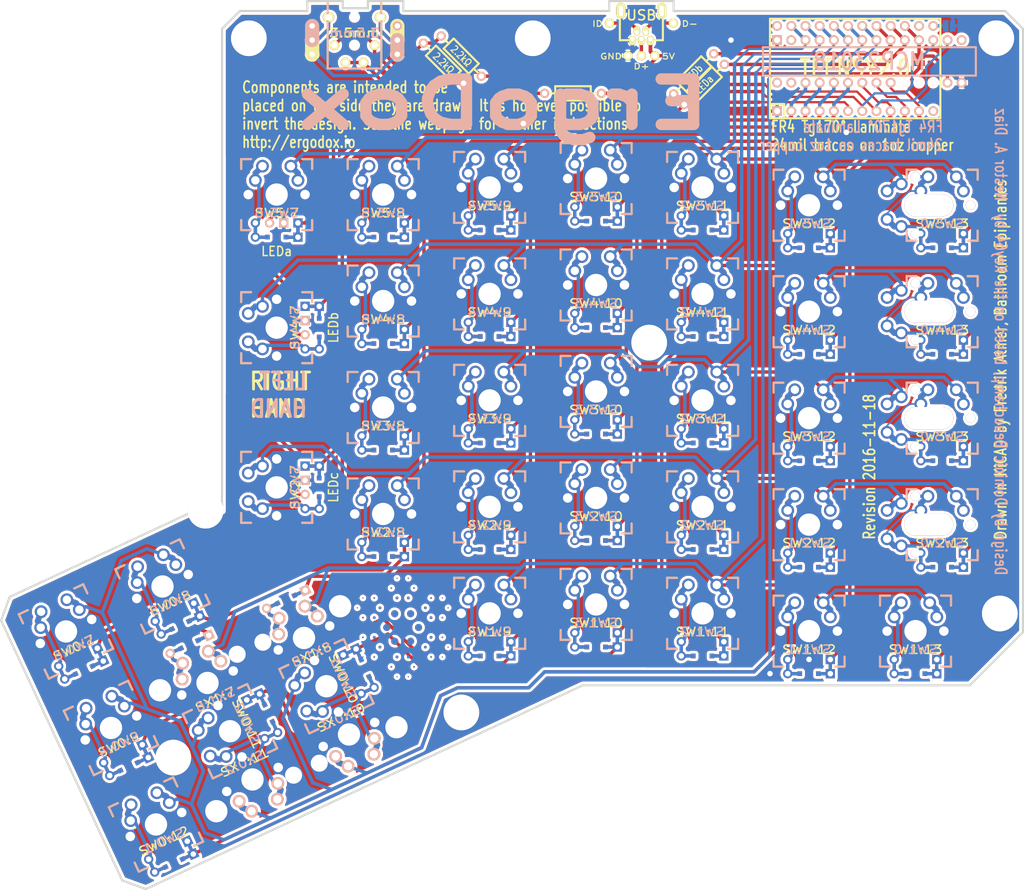
<source format=kicad_pcb>
(kicad_pcb (version 4) (host pcbnew 4.0.2-stable)

  (general
    (links 496)
    (no_connects 2)
    (area 22.890479 27.985719 206.108301 189.542421)
    (thickness 1.6002)
    (drawings 39)
    (tracks 1195)
    (zones 0)
    (modules 65)
    (nets 66)
  )

  (page A4)
  (layers
    (0 Front signal hide)
    (31 Back signal hide)
    (32 B.Adhes user hide)
    (33 F.Adhes user hide)
    (34 B.Paste user hide)
    (35 F.Paste user hide)
    (36 B.SilkS user)
    (37 F.SilkS user)
    (38 B.Mask user)
    (39 F.Mask user hide)
    (40 Dwgs.User user)
    (41 Cmts.User user hide)
    (42 Eco1.User user hide)
    (43 Eco2.User user)
    (44 Edge.Cuts user)
  )

  (setup
    (last_trace_width 0.6)
    (user_trace_width 0.03302)
    (user_trace_width 0.1524)
    (user_trace_width 0.2032)
    (user_trace_width 0.254)
    (user_trace_width 0.3048)
    (user_trace_width 0.4064)
    (user_trace_width 0.508)
    (user_trace_width 0.6096)
    (trace_clearance 0.3048)
    (zone_clearance 0.508)
    (zone_45_only yes)
    (trace_min 0.0254)
    (segment_width 0.3048)
    (edge_width 0.381)
    (via_size 0.6096)
    (via_drill 0.508)
    (via_min_size 0.4064)
    (via_min_drill 0.2032)
    (user_via 0.6096 0.3048)
    (user_via 0.8128 0.508)
    (user_via 1.27 0.762)
    (user_via 1.651 0.9906)
    (uvia_size 0.508)
    (uvia_drill 0.127)
    (uvias_allowed no)
    (uvia_min_size 0.508)
    (uvia_min_drill 0.127)
    (pcb_text_width 0.3048)
    (pcb_text_size 1.524 2.032)
    (mod_edge_width 0.6096)
    (mod_text_size 1.524 1.524)
    (mod_text_width 0.3048)
    (pad_size 6.3754 6.3754)
    (pad_drill 0)
    (pad_to_mask_clearance 0.2032)
    (aux_axis_origin 0 0)
    (grid_origin 77.47 50.8)
    (visible_elements 7FFFFFFF)
    (pcbplotparams
      (layerselection 0x00030_80000001)
      (usegerberextensions true)
      (excludeedgelayer true)
      (linewidth 0.150000)
      (plotframeref false)
      (viasonmask false)
      (mode 1)
      (useauxorigin false)
      (hpglpennumber 1)
      (hpglpenspeed 20)
      (hpglpendiameter 100)
      (hpglpenoverlay 0)
      (psnegative false)
      (psa4output false)
      (plotreference true)
      (plotvalue true)
      (plotinvisibletext false)
      (padsonsilk false)
      (subtractmaskfromsilk false)
      (outputformat 1)
      (mirror false)
      (drillshape 0)
      (scaleselection 1)
      (outputdirectory gerber/))
  )

  (net 0 "")
  (net 1 /COL0)
  (net 2 /COL1)
  (net 3 /COL10)
  (net 4 /COL11)
  (net 5 /COL4)
  (net 6 /COL5)
  (net 7 /COL6)
  (net 8 /LED_A)
  (net 9 /LED_B)
  (net 10 /LED_C)
  (net 11 /ROW0)
  (net 12 /ROW1)
  (net 13 /ROW2)
  (net 14 /ROW3)
  (net 15 /ROW4)
  (net 16 /ROW5)
  (net 17 /SCLM)
  (net 18 /SDAM)
  (net 19 GND)
  (net 20 N-000001)
  (net 21 N-000003)
  (net 22 N-000011)
  (net 23 N-000012)
  (net 24 N-000013)
  (net 25 N-000015)
  (net 26 N-000016)
  (net 27 N-000017)
  (net 28 N-000018)
  (net 29 N-000026)
  (net 30 N-000027)
  (net 31 N-000030)
  (net 32 N-000033)
  (net 33 N-000034)
  (net 34 N-000035)
  (net 35 N-000036)
  (net 36 N-000037)
  (net 37 N-000038)
  (net 38 N-000039)
  (net 39 N-000040)
  (net 40 N-000041)
  (net 41 N-000042)
  (net 42 N-000043)
  (net 43 N-000044)
  (net 44 N-000045)
  (net 45 N-000046)
  (net 46 N-000047)
  (net 47 N-000048)
  (net 48 N-000049)
  (net 49 N-000050)
  (net 50 N-000051)
  (net 51 N-000052)
  (net 52 N-000055)
  (net 53 N-000056)
  (net 54 N-000057)
  (net 55 N-000058)
  (net 56 N-000059)
  (net 57 N-000060)
  (net 58 N-000063)
  (net 59 N-000064)
  (net 60 N-000065)
  (net 61 N-000067)
  (net 62 N-000068)
  (net 63 N-000069)
  (net 64 N-000072)
  (net 65 VCC)

  (net_class Default "This is the default net class."
    (clearance 0.3048)
    (trace_width 0.6)
    (via_dia 0.6096)
    (via_drill 0.508)
    (uvia_dia 0.508)
    (uvia_drill 0.127)
    (add_net /COL0)
    (add_net /COL1)
    (add_net /COL10)
    (add_net /COL11)
    (add_net /COL4)
    (add_net /COL5)
    (add_net /COL6)
    (add_net /LED_A)
    (add_net /LED_B)
    (add_net /LED_C)
    (add_net /ROW0)
    (add_net /ROW1)
    (add_net /ROW2)
    (add_net /ROW3)
    (add_net /ROW4)
    (add_net /ROW5)
    (add_net /SCLM)
    (add_net /SDAM)
    (add_net GND)
    (add_net N-000001)
    (add_net N-000003)
    (add_net N-000011)
    (add_net N-000012)
    (add_net N-000013)
    (add_net N-000015)
    (add_net N-000016)
    (add_net N-000017)
    (add_net N-000018)
    (add_net N-000026)
    (add_net N-000027)
    (add_net N-000030)
    (add_net N-000033)
    (add_net N-000034)
    (add_net N-000035)
    (add_net N-000036)
    (add_net N-000037)
    (add_net N-000038)
    (add_net N-000039)
    (add_net N-000040)
    (add_net N-000041)
    (add_net N-000042)
    (add_net N-000043)
    (add_net N-000044)
    (add_net N-000045)
    (add_net N-000046)
    (add_net N-000047)
    (add_net N-000048)
    (add_net N-000049)
    (add_net N-000050)
    (add_net N-000051)
    (add_net N-000052)
    (add_net N-000055)
    (add_net N-000056)
    (add_net N-000057)
    (add_net N-000058)
    (add_net N-000059)
    (add_net N-000060)
    (add_net N-000063)
    (add_net N-000064)
    (add_net N-000065)
    (add_net N-000067)
    (add_net N-000068)
    (add_net N-000069)
    (add_net N-000072)
    (add_net VCC)
  )

  (module "ErgoDOX pcb:STAR" (layer Front) (tedit 582CF5BC) (tstamp 582D1425)
    (at 94.9325 142.5575)
    (fp_text reference STAR_1 (at 0 5) (layer F.SilkS) hide
      (effects (font (size 1.524 1.778) (thickness 0.254)))
    )
    (fp_text value STAR_FRONT (at 0 3) (layer F.SilkS) hide
      (effects (font (size 1.524 1.778) (thickness 0.254)))
    )
    (pad 0 smd circle (at 2.8448 0) (size 1.27 1.27) (layers Front))
    (pad 0 smd circle (at 1.4224 2.46126) (size 1.27 1.27) (layers Front))
    (pad 0 smd circle (at -1.41986 2.46126) (size 1.27 1.27) (layers Front))
    (pad 0 smd circle (at -2.8448 0) (size 1.27 1.27) (layers Front))
    (pad 0 smd circle (at -1.4224 -2.46126) (size 1.27 1.27) (layers Front))
    (pad 0 smd circle (at 1.41986 -2.46126) (size 1.27 1.27) (layers Front))
    (pad 1 smd circle (at 5.08 1.75768) (size 0.508 0.508) (layers Front))
    (pad 1 smd circle (at 1.016 5.27812) (size 0.508 0.508) (layers Front))
    (pad 1 smd circle (at -4.06146 3.5179) (size 0.508 0.508) (layers Front))
    (pad 1 smd circle (at -5.08 -1.75768) (size 0.508 0.508) (layers Front))
    (pad 1 smd circle (at -1.016 -5.27812) (size 0.508 0.508) (layers Front))
    (pad 1 smd circle (at 4.06146 -3.5179) (size 0.508 0.508) (layers Front))
    (pad 2 smd circle (at 4.064 3.5179) (size 0.508 0.508) (layers Front))
    (pad 2 smd circle (at -1.01346 5.27812) (size 0.508 0.508) (layers Front))
    (pad 2 smd circle (at -5.08 1.75768) (size 0.508 0.508) (layers Front))
    (pad 2 smd circle (at -4.064 -3.5179) (size 0.508 0.508) (layers Front))
    (pad 2 smd circle (at 1.01346 -5.27812) (size 0.508 0.508) (layers Front))
    (pad 2 smd circle (at 5.07746 -1.75768) (size 0.508 0.508) (layers Front))
    (pad 3 smd circle (at 7.112 1.75768) (size 0.3048 0.3048) (layers Front))
    (pad 3 smd circle (at 2.032 7.03834) (size 0.3048 0.3048) (layers Front))
    (pad 3 smd circle (at -5.07746 5.27812) (size 0.3048 0.3048) (layers Front))
    (pad 3 smd circle (at -7.112 -1.75768) (size 0.3048 0.3048) (layers Front))
    (pad 3 smd circle (at -2.032 -7.03834) (size 0.3048 0.3048) (layers Front))
    (pad 3 smd circle (at 5.07746 -5.27812) (size 0.3048 0.3048) (layers Front))
    (pad 4 smd circle (at 5.08 5.27812) (size 0.3048 0.3048) (layers Front))
    (pad 4 smd circle (at -2.02946 7.03834) (size 0.3048 0.3048) (layers Front))
    (pad 4 smd circle (at -7.112 1.75768) (size 0.3048 0.3048) (layers Front))
    (pad 4 smd circle (at -5.08 -5.27812) (size 0.3048 0.3048) (layers Front))
    (pad 4 smd circle (at 2.02946 -7.03834) (size 0.3048 0.3048) (layers Front))
    (pad 4 smd circle (at 7.10946 -1.75768) (size 0.3048 0.3048) (layers Front))
    (pad 5 smd circle (at 8.128 3.5179) (size 0.2032 0.2032) (layers Front))
    (pad 5 smd circle (at 1.016 8.79856) (size 0.2032 0.2032) (layers Front))
    (pad 5 smd circle (at -7.10946 5.27812) (size 0.2032 0.2032) (layers Front))
    (pad 5 smd circle (at -8.128 -3.5179) (size 0.2032 0.2032) (layers Front))
    (pad 5 smd circle (at -1.016 -8.79856) (size 0.2032 0.2032) (layers Front))
    (pad 5 smd circle (at 7.10946 -5.27812) (size 0.2032 0.2032) (layers Front))
    (pad 6 smd circle (at 7.112 5.27812) (size 0.2032 0.2032) (layers Front))
    (pad 6 smd circle (at -1.01346 8.79856) (size 0.2032 0.2032) (layers Front))
    (pad 6 smd circle (at -8.128 3.5179) (size 0.2032 0.2032) (layers Front))
    (pad 6 smd circle (at -7.112 -5.27812) (size 0.2032 0.2032) (layers Front))
    (pad 6 smd circle (at 1.01346 -8.79856) (size 0.2032 0.2032) (layers Front))
    (pad 6 smd circle (at 8.128 -3.5179) (size 0.2032 0.2032) (layers Front))
  )

  (module "ErgoDOX pcb:STAR" (layer Back) (tedit 582CF58F) (tstamp 582D14E1)
    (at 94.9325 142.5575 180)
    (fp_text reference STAR_2 (at 0 5 180) (layer B.SilkS) hide
      (effects (font (size 1.524 1.778) (thickness 0.254)) (justify mirror))
    )
    (fp_text value STAR_BACK (at 0 3 180) (layer B.SilkS) hide
      (effects (font (size 1.524 1.778) (thickness 0.254)) (justify mirror))
    )
    (pad 0 smd circle (at 2.8448 0 180) (size 1.27 1.27) (layers Back))
    (pad 0 smd circle (at 1.4224 -2.46126 180) (size 1.27 1.27) (layers Back))
    (pad 0 smd circle (at -1.41986 -2.46126 180) (size 1.27 1.27) (layers Back))
    (pad 0 smd circle (at -2.8448 0 180) (size 1.27 1.27) (layers Back))
    (pad 0 smd circle (at -1.4224 2.46126 180) (size 1.27 1.27) (layers Back))
    (pad 0 smd circle (at 1.41986 2.46126 180) (size 1.27 1.27) (layers Back))
    (pad 1 smd circle (at 5.08 -1.75768 180) (size 0.508 0.508) (layers Back))
    (pad 1 smd circle (at 1.016 -5.27812 180) (size 0.508 0.508) (layers Back))
    (pad 1 smd circle (at -4.06146 -3.5179 180) (size 0.508 0.508) (layers Back))
    (pad 1 smd circle (at -5.08 1.75768 180) (size 0.508 0.508) (layers Back))
    (pad 1 smd circle (at -1.016 5.27812 180) (size 0.508 0.508) (layers Back))
    (pad 1 smd circle (at 4.06146 3.5179 180) (size 0.508 0.508) (layers Back))
    (pad 2 smd circle (at 4.064 -3.5179 180) (size 0.508 0.508) (layers Back))
    (pad 2 smd circle (at -1.01346 -5.27812 180) (size 0.508 0.508) (layers Back))
    (pad 2 smd circle (at -5.08 -1.75768 180) (size 0.508 0.508) (layers Back))
    (pad 2 smd circle (at -4.064 3.5179 180) (size 0.508 0.508) (layers Back))
    (pad 2 smd circle (at 1.01346 5.27812 180) (size 0.508 0.508) (layers Back))
    (pad 2 smd circle (at 5.07746 1.75768 180) (size 0.508 0.508) (layers Back))
    (pad 3 smd circle (at 7.112 -1.75768 180) (size 0.3048 0.3048) (layers Back))
    (pad 3 smd circle (at 2.032 -7.03834 180) (size 0.3048 0.3048) (layers Back))
    (pad 3 smd circle (at -5.07746 -5.27812 180) (size 0.3048 0.3048) (layers Back))
    (pad 3 smd circle (at -7.112 1.75768 180) (size 0.3048 0.3048) (layers Back))
    (pad 3 smd circle (at -2.032 7.03834 180) (size 0.3048 0.3048) (layers Back))
    (pad 3 smd circle (at 5.07746 5.27812 180) (size 0.3048 0.3048) (layers Back))
    (pad 4 smd circle (at 5.08 -5.27812 180) (size 0.3048 0.3048) (layers Back))
    (pad 4 smd circle (at -2.02946 -7.03834 180) (size 0.3048 0.3048) (layers Back))
    (pad 4 smd circle (at -7.112 -1.75768 180) (size 0.3048 0.3048) (layers Back))
    (pad 4 smd circle (at -5.08 5.27812 180) (size 0.3048 0.3048) (layers Back))
    (pad 4 smd circle (at 2.02946 7.03834 180) (size 0.3048 0.3048) (layers Back))
    (pad 4 smd circle (at 7.10946 1.75768 180) (size 0.3048 0.3048) (layers Back))
    (pad 5 smd circle (at 8.128 -3.5179 180) (size 0.2032 0.2032) (layers Back))
    (pad 5 smd circle (at 1.016 -8.79856 180) (size 0.2032 0.2032) (layers Back))
    (pad 5 smd circle (at -7.10946 -5.27812 180) (size 0.2032 0.2032) (layers Back))
    (pad 5 smd circle (at -8.128 3.5179 180) (size 0.2032 0.2032) (layers Back))
    (pad 5 smd circle (at -1.016 8.79856 180) (size 0.2032 0.2032) (layers Back))
    (pad 5 smd circle (at 7.10946 5.27812 180) (size 0.2032 0.2032) (layers Back))
    (pad 6 smd circle (at 7.112 -5.27812 180) (size 0.2032 0.2032) (layers Back))
    (pad 6 smd circle (at -1.01346 -8.79856 180) (size 0.2032 0.2032) (layers Back))
    (pad 6 smd circle (at -8.128 -3.5179 180) (size 0.2032 0.2032) (layers Back))
    (pad 6 smd circle (at -7.112 5.27812 180) (size 0.2032 0.2032) (layers Back))
    (pad 6 smd circle (at 1.01346 8.79856 180) (size 0.2032 0.2032) (layers Back))
    (pad 6 smd circle (at 8.128 3.5179 180) (size 0.2032 0.2032) (layers Back))
  )

  (module DIP28_300 (layer Back) (tedit 5114C046) (tstamp 4FDC3453)
    (at 178.435 41.275)
    (path /4FD9DC3E)
    (fp_text reference U2 (at 0 0) (layer B.SilkS) hide
      (effects (font (size 3.048 2.54) (thickness 0.4572)) (justify mirror))
    )
    (fp_text value MCP23018 (at 0 0) (layer B.SilkS)
      (effects (font (size 3.048 2.54) (thickness 0.4572)) (justify mirror))
    )
    (fp_line (start -19.05 2.54) (end 19.05 2.54) (layer Dwgs.User) (width 0.381))
    (fp_line (start 19.05 2.54) (end 19.05 -2.54) (layer Dwgs.User) (width 0.381))
    (fp_line (start 19.05 -2.54) (end -19.05 -2.54) (layer Dwgs.User) (width 0.381))
    (fp_line (start -19.05 -2.54) (end -19.05 2.54) (layer Dwgs.User) (width 0.381))
    (fp_line (start 0 0) (end 0 0) (layer Dwgs.User) (width 0.0254))
    (fp_line (start -19.05 2.54) (end 19.05 2.54) (layer Cmts.User) (width 0.381))
    (fp_line (start 19.05 2.54) (end 19.05 -2.54) (layer Cmts.User) (width 0.381))
    (fp_line (start 19.05 -2.54) (end -19.05 -2.54) (layer Cmts.User) (width 0.381))
    (fp_line (start -19.05 -2.54) (end -19.05 2.54) (layer Cmts.User) (width 0.381))
    (fp_line (start -19.05 2.54) (end 19.05 2.54) (layer B.SilkS) (width 0.381))
    (fp_line (start 19.05 2.54) (end 19.05 -2.54) (layer B.SilkS) (width 0.381))
    (fp_line (start 19.05 -2.54) (end -19.05 -2.54) (layer B.SilkS) (width 0.381))
    (fp_line (start -19.05 -2.54) (end -19.05 2.54) (layer B.SilkS) (width 0.381))
    (fp_line (start -19.05 1.27) (end -17.78 1.27) (layer B.SilkS) (width 0.381))
    (fp_line (start -17.78 1.27) (end -17.78 -1.27) (layer B.SilkS) (width 0.381))
    (fp_line (start -17.78 -1.27) (end -19.05 -1.27) (layer B.SilkS) (width 0.381))
    (pad 2 thru_hole circle (at -13.97 -3.81) (size 1.7526 1.7526) (drill 1.0922) (layers *.Cu *.SilkS *.Mask))
    (pad 3 thru_hole circle (at -11.43 -3.81) (size 1.7526 1.7526) (drill 1.0922) (layers *.Cu *.SilkS *.Mask)
      (net 16 /ROW5))
    (pad 4 thru_hole circle (at -8.89 -3.81) (size 1.7526 1.7526) (drill 1.0922) (layers *.Cu *.SilkS *.Mask)
      (net 15 /ROW4))
    (pad 5 thru_hole circle (at -6.35 -3.81) (size 1.7526 1.7526) (drill 1.0922) (layers *.Cu *.SilkS *.Mask)
      (net 14 /ROW3))
    (pad 6 thru_hole circle (at -3.81 -3.81) (size 1.7526 1.7526) (drill 1.0922) (layers *.Cu *.SilkS *.Mask)
      (net 13 /ROW2))
    (pad 7 thru_hole circle (at -1.27 -3.81) (size 1.7526 1.7526) (drill 1.0922) (layers *.Cu *.SilkS *.Mask)
      (net 12 /ROW1))
    (pad 8 thru_hole circle (at 1.27 -3.81) (size 1.7526 1.7526) (drill 1.0922) (layers *.Cu *.SilkS *.Mask)
      (net 11 /ROW0))
    (pad 9 thru_hole circle (at 3.81 -3.81) (size 1.7526 1.7526) (drill 1.0922) (layers *.Cu *.SilkS *.Mask))
    (pad 10 thru_hole circle (at 6.35 -3.81) (size 1.7526 1.7526) (drill 1.0922) (layers *.Cu *.SilkS *.Mask))
    (pad 11 thru_hole circle (at 8.89 -3.81) (size 1.7526 1.7526) (drill 1.0922) (layers *.Cu *.SilkS *.Mask)
      (net 65 VCC))
    (pad 12 thru_hole circle (at 11.43 -3.81) (size 1.7526 1.7526) (drill 1.0922) (layers *.Cu *.SilkS *.Mask)
      (net 17 /SCLM))
    (pad 13 thru_hole circle (at 13.97 -3.81) (size 1.7526 1.7526) (drill 1.0922) (layers *.Cu *.SilkS *.Mask)
      (net 18 /SDAM))
    (pad 14 thru_hole circle (at 16.51 -3.81) (size 1.7526 1.7526) (drill 1.0922) (layers *.Cu *.SilkS *.Mask))
    (pad 1 thru_hole rect (at -16.51 -3.81) (size 1.7526 1.7526) (drill 1.0922) (layers *.Cu *.SilkS *.Mask)
      (net 19 GND))
    (pad 15 thru_hole circle (at 16.51 3.81) (size 1.7526 1.7526) (drill 1.0922) (layers *.Cu *.SilkS *.Mask)
      (net 19 GND))
    (pad 16 thru_hole circle (at 13.97 3.81) (size 1.7526 1.7526) (drill 1.0922) (layers *.Cu *.SilkS *.Mask)
      (net 65 VCC))
    (pad 17 np_thru_hole circle (at 11.43 3.81) (size 1.0922 1.0922) (drill 1.0922) (layers *.Cu *.SilkS *.Mask))
    (pad 18 np_thru_hole circle (at 8.89 3.81) (size 1.0922 1.0922) (drill 1.0922) (layers *.Cu *.SilkS *.Mask))
    (pad 19 np_thru_hole circle (at 6.35 3.81) (size 1.0922 1.0922) (drill 1.0922) (layers *.Cu *.SilkS *.Mask))
    (pad 20 thru_hole circle (at 3.81 3.81) (size 1.7526 1.7526) (drill 1.0922) (layers *.Cu *.SilkS *.Mask)
      (net 1 /COL0))
    (pad 21 thru_hole circle (at 1.27 3.81) (size 1.7526 1.7526) (drill 1.0922) (layers *.Cu *.SilkS *.Mask)
      (net 2 /COL1))
    (pad 22 thru_hole circle (at -1.27 3.81) (size 1.7526 1.7526) (drill 1.0922) (layers *.Cu *.SilkS *.Mask)
      (net 4 /COL11))
    (pad 23 thru_hole circle (at -3.81 3.81) (size 1.7526 1.7526) (drill 1.0922) (layers *.Cu *.SilkS *.Mask)
      (net 3 /COL10))
    (pad 24 thru_hole circle (at -6.35 3.81) (size 1.7526 1.7526) (drill 1.0922) (layers *.Cu *.SilkS *.Mask)
      (net 5 /COL4))
    (pad 25 thru_hole circle (at -8.89 3.81) (size 1.7526 1.7526) (drill 1.0922) (layers *.Cu *.SilkS *.Mask)
      (net 6 /COL5))
    (pad 26 thru_hole circle (at -11.43 3.81) (size 1.7526 1.7526) (drill 1.0922) (layers *.Cu *.SilkS *.Mask)
      (net 7 /COL6))
    (pad 27 thru_hole circle (at -13.97 3.81) (size 1.7526 1.7526) (drill 1.0922) (layers *.Cu *.SilkS *.Mask))
    (pad 28 thru_hole circle (at -16.51 3.81) (size 1.7526 1.7526) (drill 1.0922) (layers *.Cu *.SilkS *.Mask))
  )

  (module DIODE (layer Front) (tedit 4E0F7A99) (tstamp 500037F4)
    (at 56.7944 145.57756 25)
    (path /4FFE119D)
    (fp_text reference D1:7 (at 0 0 25) (layer F.SilkS) hide
      (effects (font (size 1.016 1.016) (thickness 0.2032)))
    )
    (fp_text value D (at 0 0 25) (layer F.SilkS) hide
      (effects (font (size 1.016 1.016) (thickness 0.2032)))
    )
    (fp_line (start -1.524 -1.143) (end 1.524 -1.143) (layer Cmts.User) (width 0.2032))
    (fp_line (start 1.524 -1.143) (end 1.524 1.143) (layer Cmts.User) (width 0.2032))
    (fp_line (start 1.524 1.143) (end -1.524 1.143) (layer Cmts.User) (width 0.2032))
    (fp_line (start -1.524 1.143) (end -1.524 -1.143) (layer Cmts.User) (width 0.2032))
    (fp_line (start -3.81 0) (end -1.6637 0) (layer Back) (width 0.6096))
    (fp_line (start 1.6637 0) (end 3.81 0) (layer Back) (width 0.6096))
    (fp_line (start -3.81 0) (end -1.6637 0) (layer Front) (width 0.6096))
    (fp_line (start 1.6637 0) (end 3.81 0) (layer Front) (width 0.6096))
    (pad 1 thru_hole circle (at -3.81 0 25) (size 1.651 1.651) (drill 0.9906) (layers *.Cu *.SilkS *.Mask)
      (net 31 N-000030))
    (pad 99 smd rect (at -1.6637 0 25) (size 0.8382 0.8382) (layers Front F.Paste F.Mask))
    (pad 99 smd rect (at -1.6637 0 25) (size 0.8382 0.8382) (layers Back B.Paste B.Mask))
    (pad 2 thru_hole rect (at 3.81 0 25) (size 1.651 1.651) (drill 0.9906) (layers *.Cu *.SilkS *.Mask)
      (net 7 /COL6))
    (pad 99 smd rect (at 1.6637 0 25) (size 0.8382 0.8382) (layers Front F.Paste F.Mask))
    (pad 99 smd rect (at 1.6637 0 25) (size 0.8382 0.8382) (layers Back B.Paste B.Mask))
  )

  (module DIODE (layer Front) (tedit 4E0F7A99) (tstamp 4FFE14BE)
    (at 74.05878 137.52576 25)
    (path /4FFE1197)
    (fp_text reference D1:8 (at 0 0 25) (layer F.SilkS) hide
      (effects (font (size 1.016 1.016) (thickness 0.2032)))
    )
    (fp_text value D (at 0 0 25) (layer F.SilkS) hide
      (effects (font (size 1.016 1.016) (thickness 0.2032)))
    )
    (fp_line (start -1.524 -1.143) (end 1.524 -1.143) (layer Cmts.User) (width 0.2032))
    (fp_line (start 1.524 -1.143) (end 1.524 1.143) (layer Cmts.User) (width 0.2032))
    (fp_line (start 1.524 1.143) (end -1.524 1.143) (layer Cmts.User) (width 0.2032))
    (fp_line (start -1.524 1.143) (end -1.524 -1.143) (layer Cmts.User) (width 0.2032))
    (fp_line (start -3.81 0) (end -1.6637 0) (layer Back) (width 0.6096))
    (fp_line (start 1.6637 0) (end 3.81 0) (layer Back) (width 0.6096))
    (fp_line (start -3.81 0) (end -1.6637 0) (layer Front) (width 0.6096))
    (fp_line (start 1.6637 0) (end 3.81 0) (layer Front) (width 0.6096))
    (pad 1 thru_hole circle (at -3.81 0 25) (size 1.651 1.651) (drill 0.9906) (layers *.Cu *.SilkS *.Mask)
      (net 25 N-000015))
    (pad 99 smd rect (at -1.6637 0 25) (size 0.8382 0.8382) (layers Front F.Paste F.Mask))
    (pad 99 smd rect (at -1.6637 0 25) (size 0.8382 0.8382) (layers Back B.Paste B.Mask))
    (pad 2 thru_hole rect (at 3.81 0 25) (size 1.651 1.651) (drill 0.9906) (layers *.Cu *.SilkS *.Mask)
      (net 6 /COL5))
    (pad 99 smd rect (at 1.6637 0 25) (size 0.8382 0.8382) (layers Front F.Paste F.Mask))
    (pad 99 smd rect (at 1.6637 0 25) (size 0.8382 0.8382) (layers Back B.Paste B.Mask))
  )

  (module MX_LED (layer Front) (tedit 4EC3E7B7) (tstamp 4FD82577)
    (at 72.39 117.48516 90)
    (path /4F64F030)
    (fp_text reference LED_C1 (at 0 0 90) (layer F.SilkS) hide
      (effects (font (size 1.651 1.524) (thickness 0.254)))
    )
    (fp_text value LEDc (at 0 10.16 90) (layer F.SilkS)
      (effects (font (size 1.651 1.524) (thickness 0.254)))
    )
    (pad 1 thru_hole circle (at -1.27 5.08 90) (size 1.651 1.651) (drill 0.9906) (layers *.Cu *.SilkS *.Mask)
      (net 61 N-000067))
    (pad 2 thru_hole rect (at 1.27 5.08 90) (size 1.651 1.651) (drill 0.9906) (layers *.Cu *.SilkS *.Mask)
      (net 19 GND))
  )

  (module MX_LED (layer Front) (tedit 4EC3E7B7) (tstamp 4FD8257D)
    (at 72.39 88.91016 90)
    (path /4F64F01A)
    (fp_text reference LED_B1 (at 0 0 90) (layer F.SilkS) hide
      (effects (font (size 1.651 1.524) (thickness 0.254)))
    )
    (fp_text value LEDb (at 0 10.16 90) (layer F.SilkS)
      (effects (font (size 1.651 1.524) (thickness 0.254)))
    )
    (pad 1 thru_hole circle (at -1.27 5.08 90) (size 1.651 1.651) (drill 0.9906) (layers *.Cu *.SilkS *.Mask)
      (net 62 N-000068))
    (pad 2 thru_hole rect (at 1.27 5.08 90) (size 1.651 1.651) (drill 0.9906) (layers *.Cu *.SilkS *.Mask)
      (net 19 GND))
  )

  (module MX_LED (layer Front) (tedit 4EC3E7B7) (tstamp 4FD82583)
    (at 72.39 65.1002)
    (path /4F64E802)
    (fp_text reference LED_A1 (at 0 0) (layer F.SilkS) hide
      (effects (font (size 1.651 1.524) (thickness 0.254)))
    )
    (fp_text value LEDa (at 0 10.16) (layer F.SilkS)
      (effects (font (size 1.651 1.524) (thickness 0.254)))
    )
    (pad 1 thru_hole circle (at -1.27 5.08) (size 1.651 1.651) (drill 0.9906) (layers *.Cu *.SilkS *.Mask)
      (net 63 N-000069))
    (pad 2 thru_hole rect (at 1.27 5.08) (size 1.651 1.651) (drill 0.9906) (layers *.Cu *.SilkS *.Mask)
      (net 19 GND))
  )

  (module USBMINImod (layer Front) (tedit 4FDC5756) (tstamp 4FDC570D)
    (at 137.6426 30.48 270)
    (path /4FDD004A)
    (fp_text reference J1 (at 0 0 360) (layer F.SilkS) hide
      (effects (font (size 1.524 1.778) (thickness 0.3048)))
    )
    (fp_text value USB (at 2.54 0 360) (layer F.SilkS)
      (effects (font (size 1.778 1.778) (thickness 0.3048)))
    )
    (fp_line (start -1.99898 -3.85064) (end 7.00024 -3.85064) (layer Dwgs.User) (width 0.381))
    (fp_line (start 7.00024 -3.85064) (end 7.00024 3.85064) (layer Dwgs.User) (width 0.381))
    (fp_line (start 7.00024 3.85064) (end -1.99898 3.85064) (layer Dwgs.User) (width 0.381))
    (fp_line (start -1.99898 3.85064) (end -1.99898 -3.85064) (layer Dwgs.User) (width 0.381))
    (fp_line (start 0 0) (end 0 0) (layer Dwgs.User) (width 0.0254))
    (fp_line (start -1.99898 -3.85064) (end 7.00024 -3.85064) (layer Cmts.User) (width 0.381))
    (fp_line (start 7.00024 -3.85064) (end 7.00024 3.85064) (layer Cmts.User) (width 0.381))
    (fp_line (start 7.00024 3.85064) (end -1.99898 3.85064) (layer Cmts.User) (width 0.381))
    (fp_line (start -1.99898 3.85064) (end -1.99898 -3.85064) (layer Cmts.User) (width 0.381))
    (fp_line (start -1.99898 -3.85064) (end 7.00024 -3.85064) (layer F.SilkS) (width 0.381))
    (fp_line (start 7.00024 -3.85064) (end 7.00024 3.85064) (layer F.SilkS) (width 0.381))
    (fp_line (start 7.00024 3.85064) (end -1.99898 3.85064) (layer F.SilkS) (width 0.381))
    (fp_line (start -1.99898 3.85064) (end -1.99898 -3.85064) (layer F.SilkS) (width 0.381))
    (fp_line (start 9.779 2.413) (end 9.017 1.651) (layer Front) (width 0.6096))
    (fp_line (start 9.017 1.651) (end 7.493 1.651) (layer Front) (width 0.6096))
    (fp_line (start 9.779 -2.413) (end 9.144 -1.651) (layer Front) (width 0.6096))
    (fp_line (start 9.144 -1.651) (end 7.493 -1.651) (layer Front) (width 0.6096))
    (fp_line (start 7.493 0) (end 9.779 0) (layer Front) (width 0.6096))
    (fp_line (start 4.953 0.889) (end 3.937 2.032) (layer Front) (width 0.6096))
    (fp_line (start 3.937 2.032) (end 3.937 5.715) (layer Front) (width 0.6096))
    (fp_line (start 4.953 -0.889) (end 3.937 -1.905) (layer Front) (width 0.6096))
    (fp_line (start 3.937 -1.905) (end 3.937 -5.715) (layer Front) (width 0.6096))
    (pad 1 thru_hole oval (at 6.79958 -1.6002 270) (size 1.651 1.143) (drill 0.762 (offset 0.27432 0)) (layers *.Cu *.Mask F.SilkS)
      (net 65 VCC))
    (pad 2 thru_hole oval (at 5.6007 -0.8001 270) (size 1.651 1.143) (drill 0.762 (offset -0.27432 0)) (layers *.Cu *.Mask F.SilkS))
    (pad 3 thru_hole oval (at 6.79958 0 270) (size 1.651 1.143) (drill 0.762 (offset 0.27432 0)) (layers *.Cu *.Mask F.SilkS))
    (pad 4 thru_hole oval (at 5.6007 0.8001 270) (size 1.651 1.143) (drill 0.762 (offset -0.27432 0)) (layers *.Cu *.Mask F.SilkS))
    (pad 5 thru_hole oval (at 6.79958 1.6002 270) (size 1.651 1.143) (drill 0.762 (offset 0.27432 0)) (layers *.Cu *.Mask F.SilkS)
      (net 19 GND))
    (pad 6 thru_hole oval (at 1.75006 3.64744 270) (size 2.794 1.7018) (drill oval 1.905 0.762) (layers *.Cu *.Mask F.SilkS)
      (net 19 GND))
    (pad 6 thru_hole oval (at 1.75006 -3.64744 270) (size 2.794 1.7018) (drill oval 1.905 0.762) (layers *.Cu *.Mask F.SilkS)
      (net 19 GND))
    (pad 1 thru_hole circle (at 9.779 -2.413 270) (size 1.651 1.651) (drill 0.9906) (layers *.Cu *.Mask F.SilkS)
      (net 65 VCC))
    (pad 2 thru_hole circle (at 3.937 -5.715 270) (size 1.651 1.651) (drill 0.9906) (layers *.Cu *.Mask F.SilkS))
    (pad 3 thru_hole circle (at 9.779 0 270) (size 1.651 1.651) (drill 0.9906) (layers *.Cu *.Mask F.SilkS))
    (pad 4 thru_hole circle (at 3.937 5.715 270) (size 1.651 1.651) (drill 0.9906) (layers *.Cu *.Mask F.SilkS))
    (pad 5 thru_hole circle (at 9.779 2.413 270) (size 1.651 1.651) (drill 0.9906) (layers *.Cu *.Mask F.SilkS)
      (net 19 GND))
  )

  (module MX_FLIP (layer Front) (tedit 4FD81CDD) (tstamp 4FFE1483)
    (at 77.2795 144.43202 25)
    (path /4FFE1283)
    (fp_text reference SX1:8 (at 0 3.302 25) (layer F.SilkS)
      (effects (font (size 1.524 1.778) (thickness 0.254)))
    )
    (fp_text value SX1:5 (at 0 3.302 25) (layer B.SilkS)
      (effects (font (size 1.524 1.778) (thickness 0.254)) (justify mirror))
    )
    (fp_line (start -6.35 -6.35) (end 6.35 -6.35) (layer Cmts.User) (width 0.381))
    (fp_line (start 6.35 -6.35) (end 6.35 6.35) (layer Cmts.User) (width 0.381))
    (fp_line (start 6.35 6.35) (end -6.35 6.35) (layer Cmts.User) (width 0.381))
    (fp_line (start -6.35 6.35) (end -6.35 -6.35) (layer Cmts.User) (width 0.381))
    (pad 1 thru_hole circle (at 2.54 -5.08 25) (size 2.286 2.286) (drill 1.4986) (layers *.Cu *.SilkS *.Mask)
      (net 12 /ROW1))
    (pad 2 thru_hole circle (at -3.81 -2.54 25) (size 2.286 2.286) (drill 1.4986) (layers *.Cu *.SilkS *.Mask)
      (net 25 N-000015))
    (pad 0 np_thru_hole circle (at 0 0 25) (size 3.9878 3.9878) (drill 3.9878) (layers *.Cu)
      (net 19 GND) (solder_mask_margin -0.254) (zone_connect 2))
    (pad 0 thru_hole circle (at -5.08 0 25) (size 1.7018 1.7018) (drill 1.7018) (layers *.Cu)
      (net 19 GND) (solder_mask_margin -0.254) (zone_connect 2))
    (pad 0 thru_hole circle (at 5.08 0 25) (size 1.7018 1.7018) (drill 1.7018) (layers *.Cu)
      (net 19 GND) (solder_mask_margin -0.254) (zone_connect 2))
    (pad 1 thru_hole circle (at 3.81 -2.54 25) (size 2.286 2.286) (drill 1.4986) (layers *.Cu *.SilkS *.Mask)
      (net 12 /ROW1))
    (pad 2 thru_hole circle (at -2.54 -5.08 25) (size 2.286 2.286) (drill 1.4986) (layers *.Cu *.SilkS *.Mask)
      (net 25 N-000015))
  )

  (module MX_FLIP (layer Front) (tedit 4FD81CDD) (tstamp 4FFE1492)
    (at 60.01512 152.48382 25)
    (path /4FFE1290)
    (fp_text reference SX1:7 (at 0 3.302 25) (layer F.SilkS)
      (effects (font (size 1.524 1.778) (thickness 0.254)))
    )
    (fp_text value SX1:6 (at 0 3.302 25) (layer B.SilkS)
      (effects (font (size 1.524 1.778) (thickness 0.254)) (justify mirror))
    )
    (fp_line (start -6.35 -6.35) (end 6.35 -6.35) (layer Cmts.User) (width 0.381))
    (fp_line (start 6.35 -6.35) (end 6.35 6.35) (layer Cmts.User) (width 0.381))
    (fp_line (start 6.35 6.35) (end -6.35 6.35) (layer Cmts.User) (width 0.381))
    (fp_line (start -6.35 6.35) (end -6.35 -6.35) (layer Cmts.User) (width 0.381))
    (pad 1 thru_hole circle (at 2.54 -5.08 25) (size 2.286 2.286) (drill 1.4986) (layers *.Cu *.SilkS *.Mask)
      (net 12 /ROW1))
    (pad 2 thru_hole circle (at -3.81 -2.54 25) (size 2.286 2.286) (drill 1.4986) (layers *.Cu *.SilkS *.Mask)
      (net 31 N-000030))
    (pad 0 np_thru_hole circle (at 0 0 25) (size 3.9878 3.9878) (drill 3.9878) (layers *.Cu)
      (net 19 GND) (solder_mask_margin -0.254) (zone_connect 2))
    (pad 0 thru_hole circle (at -5.08 0 25) (size 1.7018 1.7018) (drill 1.7018) (layers *.Cu)
      (net 19 GND) (solder_mask_margin -0.254) (zone_connect 2))
    (pad 0 thru_hole circle (at 5.08 0 25) (size 1.7018 1.7018) (drill 1.7018) (layers *.Cu)
      (net 19 GND) (solder_mask_margin -0.254) (zone_connect 2))
    (pad 1 thru_hole circle (at 3.81 -2.54 25) (size 2.286 2.286) (drill 1.4986) (layers *.Cu *.SilkS *.Mask)
      (net 12 /ROW1))
    (pad 2 thru_hole circle (at -2.54 -5.08 25) (size 2.286 2.286) (drill 1.4986) (layers *.Cu *.SilkS *.Mask)
      (net 31 N-000030))
  )

  (module MX_FLIP (layer Front) (tedit 4FD81CDD) (tstamp 4FFE14A1)
    (at 85.3313 161.69894 205)
    (path /4FFE197C)
    (fp_text reference SX0:10 (at 0 3.302 205) (layer F.SilkS)
      (effects (font (size 1.524 1.778) (thickness 0.254)))
    )
    (fp_text value SX0:3 (at 0 3.302 205) (layer B.SilkS)
      (effects (font (size 1.524 1.778) (thickness 0.254)) (justify mirror))
    )
    (fp_line (start -6.35 -6.35) (end 6.35 -6.35) (layer Cmts.User) (width 0.381))
    (fp_line (start 6.35 -6.35) (end 6.35 6.35) (layer Cmts.User) (width 0.381))
    (fp_line (start 6.35 6.35) (end -6.35 6.35) (layer Cmts.User) (width 0.381))
    (fp_line (start -6.35 6.35) (end -6.35 -6.35) (layer Cmts.User) (width 0.381))
    (pad 1 thru_hole circle (at 2.54 -5.08 205) (size 2.286 2.286) (drill 1.4986) (layers *.Cu *.SilkS *.Mask)
      (net 11 /ROW0))
    (pad 2 thru_hole circle (at -3.81 -2.54 205) (size 2.286 2.286) (drill 1.4986) (layers *.Cu *.SilkS *.Mask)
      (net 30 N-000027))
    (pad 0 np_thru_hole circle (at 0 0 205) (size 3.9878 3.9878) (drill 3.9878) (layers *.Cu)
      (net 19 GND) (solder_mask_margin -0.254) (zone_connect 2))
    (pad 0 thru_hole circle (at -5.08 0 205) (size 1.7018 1.7018) (drill 1.7018) (layers *.Cu)
      (net 19 GND) (solder_mask_margin -0.254) (zone_connect 2))
    (pad 0 thru_hole circle (at 5.08 0 205) (size 1.7018 1.7018) (drill 1.7018) (layers *.Cu)
      (net 19 GND) (solder_mask_margin -0.254) (zone_connect 2))
    (pad 1 thru_hole circle (at 3.81 -2.54 205) (size 2.286 2.286) (drill 1.4986) (layers *.Cu *.SilkS *.Mask)
      (net 11 /ROW0))
    (pad 2 thru_hole circle (at -2.54 -5.08 205) (size 2.286 2.286) (drill 1.4986) (layers *.Cu *.SilkS *.Mask)
      (net 30 N-000027))
  )

  (module MX_FLIP (layer Front) (tedit 4FD81CDD) (tstamp 4FFE14B0)
    (at 68.06438 169.7482 205)
    (path /4FFE1987)
    (fp_text reference SX0:11 (at 0 3.302 205) (layer F.SilkS)
      (effects (font (size 1.524 1.778) (thickness 0.254)))
    )
    (fp_text value SX0:2 (at 0 3.302 205) (layer B.SilkS)
      (effects (font (size 1.524 1.778) (thickness 0.254)) (justify mirror))
    )
    (fp_line (start -6.35 -6.35) (end 6.35 -6.35) (layer Cmts.User) (width 0.381))
    (fp_line (start 6.35 -6.35) (end 6.35 6.35) (layer Cmts.User) (width 0.381))
    (fp_line (start 6.35 6.35) (end -6.35 6.35) (layer Cmts.User) (width 0.381))
    (fp_line (start -6.35 6.35) (end -6.35 -6.35) (layer Cmts.User) (width 0.381))
    (pad 1 thru_hole circle (at 2.54 -5.08 205) (size 2.286 2.286) (drill 1.4986) (layers *.Cu *.SilkS *.Mask)
      (net 11 /ROW0))
    (pad 2 thru_hole circle (at -3.81 -2.54 205) (size 2.286 2.286) (drill 1.4986) (layers *.Cu *.SilkS *.Mask)
      (net 64 N-000072))
    (pad 0 np_thru_hole circle (at 0 0 205) (size 3.9878 3.9878) (drill 3.9878) (layers *.Cu)
      (net 19 GND) (solder_mask_margin -0.254) (zone_connect 2))
    (pad 0 thru_hole circle (at -5.08 0 205) (size 1.7018 1.7018) (drill 1.7018) (layers *.Cu)
      (net 19 GND) (solder_mask_margin -0.254) (zone_connect 2))
    (pad 0 thru_hole circle (at 5.08 0 205) (size 1.7018 1.7018) (drill 1.7018) (layers *.Cu)
      (net 19 GND) (solder_mask_margin -0.254) (zone_connect 2))
    (pad 1 thru_hole circle (at 3.81 -2.54 205) (size 2.286 2.286) (drill 1.4986) (layers *.Cu *.SilkS *.Mask)
      (net 11 /ROW0))
    (pad 2 thru_hole circle (at -2.54 -5.08 205) (size 2.286 2.286) (drill 1.4986) (layers *.Cu *.SilkS *.Mask)
      (net 64 N-000072))
  )

  (module RESISTOR (layer Front) (tedit 4E0F7A99) (tstamp 4FD825A1)
    (at 148.9075 45.4025 225)
    (path /4F64E80F)
    (fp_text reference RA1 (at 0 0 225) (layer F.SilkS) hide
      (effects (font (size 1.27 1.016) (thickness 0.2032)))
    )
    (fp_text value LEDa (at 0 0 225) (layer F.SilkS)
      (effects (font (size 1.27 1.016) (thickness 0.2032)))
    )
    (fp_line (start -3.175 -1.27) (end 3.175 -1.27) (layer Dwgs.User) (width 0.381))
    (fp_line (start 3.175 -1.27) (end 3.175 1.27) (layer Dwgs.User) (width 0.381))
    (fp_line (start 3.175 1.27) (end -3.175 1.27) (layer Dwgs.User) (width 0.381))
    (fp_line (start -3.175 1.27) (end -3.175 -1.27) (layer Dwgs.User) (width 0.381))
    (fp_line (start 0 0) (end 0 0) (layer Dwgs.User) (width 0.0254))
    (fp_line (start -3.175 -1.27) (end 3.175 -1.27) (layer Cmts.User) (width 0.381))
    (fp_line (start 3.175 -1.27) (end 3.175 1.27) (layer Cmts.User) (width 0.381))
    (fp_line (start 3.175 1.27) (end -3.175 1.27) (layer Cmts.User) (width 0.381))
    (fp_line (start -3.175 1.27) (end -3.175 -1.27) (layer Cmts.User) (width 0.381))
    (fp_line (start -3.175 -1.27) (end 3.175 -1.27) (layer F.SilkS) (width 0.381))
    (fp_line (start 3.175 -1.27) (end 3.175 1.27) (layer F.SilkS) (width 0.381))
    (fp_line (start 3.175 1.27) (end -3.175 1.27) (layer F.SilkS) (width 0.381))
    (fp_line (start -3.175 1.27) (end -3.175 -1.27) (layer F.SilkS) (width 0.381))
    (fp_line (start 5.08 0) (end 3.175 0) (layer F.SilkS) (width 0.381))
    (fp_line (start -5.08 0) (end -3.175 0) (layer F.SilkS) (width 0.381))
    (pad 1 thru_hole circle (at -5.08 0 225) (size 1.651 1.651) (drill 0.9906) (layers *.Cu *.SilkS *.Mask)
      (net 8 /LED_A))
    (pad 2 thru_hole circle (at 5.08 0 225) (size 1.651 1.651) (drill 0.9906) (layers *.Cu *.SilkS *.Mask)
      (net 63 N-000069))
  )

  (module RESISTOR (layer Front) (tedit 4E0F7A99) (tstamp 4FD825AB)
    (at 147.0025 43.4975 225)
    (path /4F64F014)
    (fp_text reference RB1 (at 0 0 225) (layer F.SilkS) hide
      (effects (font (size 1.27 1.016) (thickness 0.2032)))
    )
    (fp_text value LEDb (at 0 0 225) (layer F.SilkS)
      (effects (font (size 1.27 1.016) (thickness 0.2032)))
    )
    (fp_line (start -3.175 -1.27) (end 3.175 -1.27) (layer Dwgs.User) (width 0.381))
    (fp_line (start 3.175 -1.27) (end 3.175 1.27) (layer Dwgs.User) (width 0.381))
    (fp_line (start 3.175 1.27) (end -3.175 1.27) (layer Dwgs.User) (width 0.381))
    (fp_line (start -3.175 1.27) (end -3.175 -1.27) (layer Dwgs.User) (width 0.381))
    (fp_line (start 0 0) (end 0 0) (layer Dwgs.User) (width 0.0254))
    (fp_line (start -3.175 -1.27) (end 3.175 -1.27) (layer Cmts.User) (width 0.381))
    (fp_line (start 3.175 -1.27) (end 3.175 1.27) (layer Cmts.User) (width 0.381))
    (fp_line (start 3.175 1.27) (end -3.175 1.27) (layer Cmts.User) (width 0.381))
    (fp_line (start -3.175 1.27) (end -3.175 -1.27) (layer Cmts.User) (width 0.381))
    (fp_line (start -3.175 -1.27) (end 3.175 -1.27) (layer F.SilkS) (width 0.381))
    (fp_line (start 3.175 -1.27) (end 3.175 1.27) (layer F.SilkS) (width 0.381))
    (fp_line (start 3.175 1.27) (end -3.175 1.27) (layer F.SilkS) (width 0.381))
    (fp_line (start -3.175 1.27) (end -3.175 -1.27) (layer F.SilkS) (width 0.381))
    (fp_line (start 5.08 0) (end 3.175 0) (layer F.SilkS) (width 0.381))
    (fp_line (start -5.08 0) (end -3.175 0) (layer F.SilkS) (width 0.381))
    (pad 1 thru_hole circle (at -5.08 0 225) (size 1.651 1.651) (drill 0.9906) (layers *.Cu *.SilkS *.Mask)
      (net 9 /LED_B))
    (pad 2 thru_hole circle (at 5.08 0 225) (size 1.651 1.651) (drill 0.9906) (layers *.Cu *.SilkS *.Mask)
      (net 62 N-000068))
  )

  (module RESISTOR (layer Front) (tedit 4E0F7A99) (tstamp 4FD8258D)
    (at 125.4125 46.99 180)
    (path /4F64F036)
    (fp_text reference RC1 (at 0 0 180) (layer F.SilkS) hide
      (effects (font (size 1.27 1.016) (thickness 0.2032)))
    )
    (fp_text value LEDc (at 0 0 180) (layer F.SilkS)
      (effects (font (size 1.27 1.016) (thickness 0.2032)))
    )
    (fp_line (start -3.175 -1.27) (end 3.175 -1.27) (layer Dwgs.User) (width 0.381))
    (fp_line (start 3.175 -1.27) (end 3.175 1.27) (layer Dwgs.User) (width 0.381))
    (fp_line (start 3.175 1.27) (end -3.175 1.27) (layer Dwgs.User) (width 0.381))
    (fp_line (start -3.175 1.27) (end -3.175 -1.27) (layer Dwgs.User) (width 0.381))
    (fp_line (start 0 0) (end 0 0) (layer Dwgs.User) (width 0.0254))
    (fp_line (start -3.175 -1.27) (end 3.175 -1.27) (layer Cmts.User) (width 0.381))
    (fp_line (start 3.175 -1.27) (end 3.175 1.27) (layer Cmts.User) (width 0.381))
    (fp_line (start 3.175 1.27) (end -3.175 1.27) (layer Cmts.User) (width 0.381))
    (fp_line (start -3.175 1.27) (end -3.175 -1.27) (layer Cmts.User) (width 0.381))
    (fp_line (start -3.175 -1.27) (end 3.175 -1.27) (layer F.SilkS) (width 0.381))
    (fp_line (start 3.175 -1.27) (end 3.175 1.27) (layer F.SilkS) (width 0.381))
    (fp_line (start 3.175 1.27) (end -3.175 1.27) (layer F.SilkS) (width 0.381))
    (fp_line (start -3.175 1.27) (end -3.175 -1.27) (layer F.SilkS) (width 0.381))
    (fp_line (start 5.08 0) (end 3.175 0) (layer F.SilkS) (width 0.381))
    (fp_line (start -5.08 0) (end -3.175 0) (layer F.SilkS) (width 0.381))
    (pad 1 thru_hole circle (at -5.08 0 180) (size 1.651 1.651) (drill 0.9906) (layers *.Cu *.SilkS *.Mask)
      (net 10 /LED_C))
    (pad 2 thru_hole circle (at 5.08 0 180) (size 1.651 1.651) (drill 0.9906) (layers *.Cu *.SilkS *.Mask)
      (net 61 N-000067))
  )

  (module RESISTOR (layer Front) (tedit 4E0F7A99) (tstamp 4FDC341A)
    (at 105.41 40.3225 315)
    (path /4FD9DD65)
    (fp_text reference R1 (at 0 0 315) (layer F.SilkS) hide
      (effects (font (size 1.27 1.016) (thickness 0.2032)))
    )
    (fp_text value 2.2kΩ (at 0 0 315) (layer F.SilkS)
      (effects (font (size 1.27 1.016) (thickness 0.2032)))
    )
    (fp_line (start -3.175 -1.27) (end 3.175 -1.27) (layer Dwgs.User) (width 0.381))
    (fp_line (start 3.175 -1.27) (end 3.175 1.27) (layer Dwgs.User) (width 0.381))
    (fp_line (start 3.175 1.27) (end -3.175 1.27) (layer Dwgs.User) (width 0.381))
    (fp_line (start -3.175 1.27) (end -3.175 -1.27) (layer Dwgs.User) (width 0.381))
    (fp_line (start 0 0) (end 0 0) (layer Dwgs.User) (width 0.0254))
    (fp_line (start -3.175 -1.27) (end 3.175 -1.27) (layer Cmts.User) (width 0.381))
    (fp_line (start 3.175 -1.27) (end 3.175 1.27) (layer Cmts.User) (width 0.381))
    (fp_line (start 3.175 1.27) (end -3.175 1.27) (layer Cmts.User) (width 0.381))
    (fp_line (start -3.175 1.27) (end -3.175 -1.27) (layer Cmts.User) (width 0.381))
    (fp_line (start -3.175 -1.27) (end 3.175 -1.27) (layer F.SilkS) (width 0.381))
    (fp_line (start 3.175 -1.27) (end 3.175 1.27) (layer F.SilkS) (width 0.381))
    (fp_line (start 3.175 1.27) (end -3.175 1.27) (layer F.SilkS) (width 0.381))
    (fp_line (start -3.175 1.27) (end -3.175 -1.27) (layer F.SilkS) (width 0.381))
    (fp_line (start 5.08 0) (end 3.175 0) (layer F.SilkS) (width 0.381))
    (fp_line (start -5.08 0) (end -3.175 0) (layer F.SilkS) (width 0.381))
    (pad 1 thru_hole circle (at -5.08 0 315) (size 1.651 1.651) (drill 0.9906) (layers *.Cu *.SilkS *.Mask)
      (net 65 VCC))
    (pad 2 thru_hole circle (at 5.08 0 315) (size 1.651 1.651) (drill 0.9906) (layers *.Cu *.SilkS *.Mask)
      (net 18 /SDAM))
  )

  (module RESISTOR (layer Front) (tedit 4E0F7A99) (tstamp 4FDC4A8C)
    (at 102.235 41.5925 315)
    (path /4FD9DC82)
    (fp_text reference R2 (at 0 0 315) (layer F.SilkS) hide
      (effects (font (size 1.27 1.016) (thickness 0.2032)))
    )
    (fp_text value 2.2kΩ (at 0 0 315) (layer F.SilkS)
      (effects (font (size 1.27 1.016) (thickness 0.2032)))
    )
    (fp_line (start -3.175 -1.27) (end 3.175 -1.27) (layer Dwgs.User) (width 0.381))
    (fp_line (start 3.175 -1.27) (end 3.175 1.27) (layer Dwgs.User) (width 0.381))
    (fp_line (start 3.175 1.27) (end -3.175 1.27) (layer Dwgs.User) (width 0.381))
    (fp_line (start -3.175 1.27) (end -3.175 -1.27) (layer Dwgs.User) (width 0.381))
    (fp_line (start 0 0) (end 0 0) (layer Dwgs.User) (width 0.0254))
    (fp_line (start -3.175 -1.27) (end 3.175 -1.27) (layer Cmts.User) (width 0.381))
    (fp_line (start 3.175 -1.27) (end 3.175 1.27) (layer Cmts.User) (width 0.381))
    (fp_line (start 3.175 1.27) (end -3.175 1.27) (layer Cmts.User) (width 0.381))
    (fp_line (start -3.175 1.27) (end -3.175 -1.27) (layer Cmts.User) (width 0.381))
    (fp_line (start -3.175 -1.27) (end 3.175 -1.27) (layer F.SilkS) (width 0.381))
    (fp_line (start 3.175 -1.27) (end 3.175 1.27) (layer F.SilkS) (width 0.381))
    (fp_line (start 3.175 1.27) (end -3.175 1.27) (layer F.SilkS) (width 0.381))
    (fp_line (start -3.175 1.27) (end -3.175 -1.27) (layer F.SilkS) (width 0.381))
    (fp_line (start 5.08 0) (end 3.175 0) (layer F.SilkS) (width 0.381))
    (fp_line (start -5.08 0) (end -3.175 0) (layer F.SilkS) (width 0.381))
    (pad 1 thru_hole circle (at -5.08 0 315) (size 1.651 1.651) (drill 0.9906) (layers *.Cu *.SilkS *.Mask)
      (net 65 VCC))
    (pad 2 thru_hole circle (at 5.08 0 315) (size 1.651 1.651) (drill 0.9906) (layers *.Cu *.SilkS *.Mask)
      (net 17 /SCLM))
  )

  (module 100PITCH1X3 (layer Front) (tedit 4F8E9504) (tstamp 4FDC347A)
    (at 78.74 37.465 90)
    (path /4FD9F052)
    (fp_text reference J4 (at 0 0 90) (layer F.SilkS) hide
      (effects (font (size 1.524 1.778) (thickness 0.127)))
    )
    (fp_text value JMP (at 0 3.048 90) (layer F.SilkS) hide
      (effects (font (size 1.524 1.778) (thickness 0.2032)))
    )
    (fp_line (start -2.54 0) (end 0 0) (layer F.SilkS) (width 2.54))
    (fp_line (start 0 0) (end 2.54 0) (layer B.SilkS) (width 2.54))
    (pad 1 thru_hole circle (at -2.54 0 90) (size 1.651 1.651) (drill 0.9906) (layers *.Cu *.Mask F.SilkS)
      (net 65 VCC))
    (pad 2 thru_hole circle (at 0 0 90) (size 1.651 1.651) (drill 0.9906) (layers *.Cu *.Mask F.SilkS)
      (net 20 N-000001))
    (pad 3 thru_hole circle (at 2.54 0 90) (size 1.651 1.651) (drill 0.9906) (layers *.Cu *.Mask F.SilkS)
      (net 19 GND))
  )

  (module 100PITCH1X3 (layer Back) (tedit 4F8E9504) (tstamp 4FDC3473)
    (at 93.98 37.465 90)
    (path /4FD9EE66)
    (fp_text reference J3 (at 0 0 90) (layer B.SilkS) hide
      (effects (font (size 1.524 1.778) (thickness 0.127)) (justify mirror))
    )
    (fp_text value JMP (at 0 -3.048 90) (layer B.SilkS) hide
      (effects (font (size 1.524 1.778) (thickness 0.2032)) (justify mirror))
    )
    (fp_line (start -2.54 0) (end 0 0) (layer B.SilkS) (width 2.54))
    (fp_line (start 0 0) (end 2.54 0) (layer F.SilkS) (width 2.54))
    (pad 1 thru_hole circle (at -2.54 0 90) (size 1.651 1.651) (drill 0.9906) (layers *.Cu *.Mask B.SilkS)
      (net 65 VCC))
    (pad 2 thru_hole circle (at 0 0 90) (size 1.651 1.651) (drill 0.9906) (layers *.Cu *.Mask B.SilkS)
      (net 21 N-000003))
    (pad 3 thru_hole circle (at 2.54 0 90) (size 1.651 1.651) (drill 0.9906) (layers *.Cu *.Mask B.SilkS)
      (net 19 GND))
  )

  (module TEENSY_2.0 (layer Front) (tedit 501A4641) (tstamp 50006A41)
    (at 175.895 42.545)
    (path /4FDC2FE7)
    (fp_text reference U1 (at 0 0) (layer F.SilkS) hide
      (effects (font (size 3.048 2.54) (thickness 0.4572)))
    )
    (fp_text value TEENSY2.0 (at 0 0) (layer F.SilkS)
      (effects (font (size 3.048 2.54) (thickness 0.4572)))
    )
    (fp_line (start -15.24 -8.89) (end -15.24 8.89) (layer Dwgs.User) (width 0.381))
    (fp_line (start -15.24 8.89) (end 15.24 8.89) (layer Dwgs.User) (width 0.381))
    (fp_line (start 15.24 8.89) (end 15.24 -8.89) (layer Dwgs.User) (width 0.381))
    (fp_line (start 15.24 -8.89) (end -15.24 -8.89) (layer Dwgs.User) (width 0.381))
    (fp_line (start 0 0) (end 0 0) (layer Dwgs.User) (width 0.0254))
    (fp_line (start -15.24 -8.89) (end -15.24 8.89) (layer Cmts.User) (width 0.381))
    (fp_line (start -15.24 8.89) (end 15.24 8.89) (layer Cmts.User) (width 0.381))
    (fp_line (start 15.24 8.89) (end 15.24 -8.89) (layer Cmts.User) (width 0.381))
    (fp_line (start 15.24 -8.89) (end -15.24 -8.89) (layer Cmts.User) (width 0.381))
    (fp_line (start -15.24 -8.89) (end -15.24 8.89) (layer F.SilkS) (width 0.381))
    (fp_line (start -15.24 8.89) (end 15.24 8.89) (layer F.SilkS) (width 0.381))
    (fp_line (start 15.24 8.89) (end 15.24 -8.89) (layer F.SilkS) (width 0.381))
    (fp_line (start 15.24 -8.89) (end -15.24 -8.89) (layer F.SilkS) (width 0.381))
    (fp_line (start -15.24 6.35) (end -12.7 6.35) (layer F.SilkS) (width 0.381))
    (fp_line (start -12.7 6.35) (end -12.7 8.89) (layer F.SilkS) (width 0.381))
    (pad 1 thru_hole rect (at -13.97 7.62) (size 1.7526 1.7526) (drill 1.0922) (layers *.Cu *.SilkS *.Mask)
      (net 19 GND))
    (pad 2 thru_hole circle (at -11.43 7.62) (size 1.7526 1.7526) (drill 1.0922) (layers *.Cu *.SilkS *.Mask)
      (net 7 /COL6))
    (pad 3 thru_hole circle (at -8.89 7.62) (size 1.7526 1.7526) (drill 1.0922) (layers *.Cu *.SilkS *.Mask)
      (net 6 /COL5))
    (pad 4 thru_hole circle (at -6.35 7.62) (size 1.7526 1.7526) (drill 1.0922) (layers *.Cu *.SilkS *.Mask)
      (net 5 /COL4))
    (pad 5 thru_hole circle (at -3.81 7.62) (size 1.7526 1.7526) (drill 1.0922) (layers *.Cu *.SilkS *.Mask)
      (net 3 /COL10))
    (pad 6 thru_hole circle (at -1.27 7.62) (size 1.7526 1.7526) (drill 1.0922) (layers *.Cu *.SilkS *.Mask)
      (net 10 /LED_C))
    (pad 7 thru_hole circle (at 1.27 7.62) (size 1.7526 1.7526) (drill 1.0922) (layers *.Cu *.SilkS *.Mask)
      (net 17 /SCLM))
    (pad 8 thru_hole circle (at 3.81 7.62) (size 1.7526 1.7526) (drill 1.0922) (layers *.Cu *.SilkS *.Mask)
      (net 18 /SDAM))
    (pad 9 thru_hole circle (at 6.35 7.62) (size 1.7526 1.7526) (drill 1.0922) (layers *.Cu *.SilkS *.Mask)
      (net 4 /COL11))
    (pad 10 thru_hole circle (at 8.89 7.62) (size 1.7526 1.7526) (drill 1.0922) (layers *.Cu *.SilkS *.Mask)
      (net 2 /COL1))
    (pad 11 thru_hole circle (at 11.43 7.62) (size 1.7526 1.7526) (drill 1.0922) (layers *.Cu *.SilkS *.Mask)
      (net 1 /COL0))
    (pad 12 thru_hole circle (at 13.97 7.62) (size 1.7526 1.7526) (drill 1.0922) (layers *.Cu *.SilkS *.Mask))
    (pad 18 thru_hole circle (at 13.97 -7.62) (size 1.7526 1.7526) (drill 1.08966) (layers *.Cu *.SilkS *.Mask)
      (net 19 GND) (zone_connect 0))
    (pad 19 thru_hole circle (at 11.43 -7.62) (size 1.7526 1.7526) (drill 1.0922) (layers *.Cu *.SilkS *.Mask))
    (pad 20 thru_hole circle (at 8.89 -7.62) (size 1.7526 1.7526) (drill 1.0922) (layers *.Cu *.SilkS *.Mask)
      (net 65 VCC))
    (pad 21 thru_hole circle (at 6.35 -7.62) (size 1.7526 1.7526) (drill 1.0922) (layers *.Cu *.SilkS *.Mask)
      (net 8 /LED_A))
    (pad 22 thru_hole circle (at 3.81 -7.62) (size 1.7526 1.7526) (drill 1.0922) (layers *.Cu *.SilkS *.Mask)
      (net 9 /LED_B))
    (pad 23 thru_hole circle (at 1.27 -7.62) (size 1.7526 1.7526) (drill 1.0922) (layers *.Cu *.SilkS *.Mask)
      (net 11 /ROW0))
    (pad 24 thru_hole circle (at -1.27 -7.62) (size 1.7526 1.7526) (drill 1.0922) (layers *.Cu *.SilkS *.Mask)
      (net 12 /ROW1))
    (pad 27 thru_hole circle (at -8.89 -7.62) (size 1.7526 1.7526) (drill 1.0922) (layers *.Cu *.SilkS *.Mask)
      (net 15 /ROW4))
    (pad 28 thru_hole circle (at -11.43 -7.62) (size 1.7526 1.7526) (drill 1.0922) (layers *.Cu *.SilkS *.Mask)
      (net 16 /ROW5))
    (pad 29 thru_hole circle (at -13.97 -7.62) (size 1.7526 1.7526) (drill 1.0922) (layers *.Cu *.SilkS *.Mask)
      (net 65 VCC))
    (pad 25 thru_hole circle (at -3.81 -7.62) (size 1.7526 1.7526) (drill 1.0922) (layers *.Cu *.SilkS *.Mask)
      (net 13 /ROW2))
    (pad 26 thru_hole circle (at -6.35 -7.62) (size 1.7526 1.7526) (drill 1.0922) (layers *.Cu *.SilkS *.Mask)
      (net 14 /ROW3))
  )

  (module GAP (layer Back) (tedit 501A4626) (tstamp 500D1099)
    (at 192.7225 34.925 270)
    (path /500D0FCD)
    (fp_text reference JP2 (at 0 0 270) (layer B.SilkS) hide
      (effects (font (size 1.27 1.016) (thickness 0.2032)) (justify mirror))
    )
    (fp_text value JUMPER (at 0 0 270) (layer B.SilkS) hide
      (effects (font (size 1.27 1.016) (thickness 0.2032)) (justify mirror))
    )
    (pad 1 smd rect (at 0 0.635 270) (size 2.032 1.016) (layers Back B.Paste B.Mask)
      (net 19 GND) (zone_connect 0))
    (pad 1 smd rect (at 0 -0.635 270) (size 2.032 1.016) (layers Back B.Paste B.Mask)
      (net 19 GND))
  )

  (module GAP (layer Front) (tedit 500D0F18) (tstamp 500D109F)
    (at 187.325 40.9575)
    (path /500D1058)
    (fp_text reference JP1 (at 0 0) (layer F.SilkS) hide
      (effects (font (size 1.27 1.016) (thickness 0.2032)))
    )
    (fp_text value JUMPER (at 0 0) (layer F.SilkS) hide
      (effects (font (size 1.27 1.016) (thickness 0.2032)))
    )
    (pad 1 smd rect (at 0 -0.635) (size 2.032 1.016) (layers Front F.Paste F.Mask)
      (net 65 VCC))
    (pad 1 smd rect (at 0 0.635) (size 2.032 1.016) (layers Front F.Paste F.Mask)
      (net 65 VCC))
  )

  (module 4pin35mmAudio (layer Front) (tedit 4FD999CA) (tstamp 4FDC346C)
    (at 86.3092 30.48 270)
    (path /4FD9E229)
    (fp_text reference J2 (at 1.27 0 360) (layer F.SilkS) hide
      (effects (font (size 1.524 1.778) (thickness 0.3048)))
    )
    (fp_text value 3.5mm (at 5.715 0 360) (layer F.SilkS)
      (effects (font (size 1.524 1.778) (thickness 0.3048)))
    )
    (fp_text user 3.5mm (at 5.715 0 360) (layer B.SilkS)
      (effects (font (size 1.524 1.778) (thickness 0.3048)) (justify mirror))
    )
    (fp_line (start 0 -4.8006) (end 0 -2.2479) (layer Dwgs.User) (width 0.381))
    (fp_line (start 0 -2.2479) (end 1.2954 -2.2479) (layer Dwgs.User) (width 0.381))
    (fp_line (start 1.2954 -2.2479) (end 1.2954 2.2479) (layer Dwgs.User) (width 0.381))
    (fp_line (start 1.2954 2.2479) (end 0 2.2479) (layer Dwgs.User) (width 0.381))
    (fp_line (start 0 2.2479) (end 0 4.8006) (layer Dwgs.User) (width 0.381))
    (fp_line (start 0 4.8006) (end 12.065 4.8006) (layer Dwgs.User) (width 0.381))
    (fp_line (start 12.065 4.8006) (end 12.065 -4.8006) (layer Dwgs.User) (width 0.381))
    (fp_line (start 12.065 -4.8006) (end 0 -4.8006) (layer Dwgs.User) (width 0.381))
    (fp_line (start 0 0) (end 0 0) (layer Dwgs.User) (width 0.0254))
    (fp_line (start 0 -2.2479) (end 1.2954 -2.2479) (layer Cmts.User) (width 0.381))
    (fp_line (start 1.2954 -2.2479) (end 1.2954 2.2479) (layer Cmts.User) (width 0.381))
    (fp_line (start 1.2954 2.2479) (end 0 2.2479) (layer Cmts.User) (width 0.381))
    (fp_line (start 0 4.8006) (end 0 2.2479) (layer Cmts.User) (width 0.381))
    (fp_line (start 0 -2.2479) (end 0 -4.8006) (layer Cmts.User) (width 0.381))
    (fp_line (start 0 -4.8006) (end 12.065 -4.8006) (layer F.SilkS) (width 0.381))
    (fp_line (start 12.065 -4.8006) (end 12.065 4.8006) (layer F.SilkS) (width 0.381))
    (fp_line (start 12.065 4.8006) (end 0 4.8006) (layer F.SilkS) (width 0.381))
    (fp_line (start 0 -4.8006) (end 12.065 -4.8006) (layer B.SilkS) (width 0.381))
    (fp_line (start 12.065 -4.8006) (end 12.065 4.8006) (layer B.SilkS) (width 0.381))
    (fp_line (start 12.065 4.8006) (end 0 4.8006) (layer B.SilkS) (width 0.381))
    (pad 1 thru_hole oval (at 2.8956 -4.6482 270) (size 1.7526 2.0574) (drill oval 1.0922 1.397) (layers *.Cu *.Mask F.SilkS)
      (net 21 N-000003))
    (pad 2 thru_hole circle (at 7.8994 3.6068 270) (size 1.7526 1.7526) (drill 1.0922) (layers *.Cu *.Mask F.SilkS)
      (net 18 /SDAM))
    (pad 3 thru_hole circle (at 10.9982 -1.6002 270) (size 1.7526 1.7526) (drill 1.0922) (layers *.Cu *.Mask F.SilkS)
      (net 17 /SCLM))
    (pad 4 thru_hole oval (at 2.8956 4.6482 270) (size 1.7526 2.0574) (drill oval 1.0922 1.397) (layers *.Cu *.Mask F.SilkS)
      (net 20 N-000001))
    (pad 5 thru_hole circle (at 10.9982 1.6002 270) (size 1.7526 1.7526) (drill 1.0922) (layers *.Cu *.Mask F.SilkS)
      (net 17 /SCLM))
    (pad 6 thru_hole circle (at 7.8994 -3.6068 270) (size 1.7526 1.7526) (drill 1.0922) (layers *.Cu *.Mask F.SilkS)
      (net 18 /SDAM))
    (pad HOLE np_thru_hole circle (at 2.8956 0 270) (size 0.9906 0.9906) (drill 0.9906) (layers *.Cu *.Mask F.SilkS))
    (pad HOLE np_thru_hole circle (at 7.8994 0 270) (size 0.9906 0.9906) (drill 0.9906) (layers *.Cu *.Mask F.SilkS))
  )

  (module STAB_PCB940 (layer Front) (tedit 4D9C8C49) (tstamp 501FC337)
    (at 81.30286 153.06548 295)
    (path /501FC51F)
    (solder_mask_margin -0.254)
    (zone_connect 2)
    (fp_text reference S2 (at 0 0 295) (layer B.SilkS) hide
      (effects (font (size 1.778 1.778) (thickness 0.2032)))
    )
    (fp_text value STAB200 (at 0 0 295) (layer B.SilkS) hide
      (effects (font (size 1.778 1.778) (thickness 0.2032)))
    )
    (fp_line (start -13.589 -6.223) (end -10.287 -6.223) (layer Eco2.User) (width 0.1524))
    (fp_line (start -10.287 -6.223) (end -10.287 7.747) (layer Eco2.User) (width 0.1524))
    (fp_line (start -10.287 7.747) (end -13.589 7.747) (layer Eco2.User) (width 0.1524))
    (fp_line (start -13.589 7.747) (end -13.589 -6.223) (layer Eco2.User) (width 0.1524))
    (fp_line (start 10.287 -6.223) (end 13.589 -6.223) (layer Eco2.User) (width 0.1524))
    (fp_line (start 13.589 -6.223) (end 13.589 7.747) (layer Eco2.User) (width 0.1524))
    (fp_line (start 13.589 7.747) (end 10.287 7.747) (layer Eco2.User) (width 0.1524))
    (fp_line (start 10.287 7.747) (end 10.287 -6.223) (layer Eco2.User) (width 0.1524))
    (pad 0 np_thru_hole circle (at -11.938 6.985 295) (size 3.048 3.048) (drill 3.048) (layers *.Cu)
      (net 19 GND) (zone_connect 2))
    (pad 0 np_thru_hole circle (at 11.938 6.985 295) (size 3.048 3.048) (drill 3.048) (layers *.Cu)
      (net 19 GND) (zone_connect 2))
    (pad 0 np_thru_hole circle (at -11.938 -8.255 295) (size 3.9878 3.9878) (drill 3.9878) (layers *.Cu)
      (net 19 GND) (zone_connect 2))
    (pad 0 np_thru_hole circle (at 11.938 -8.255 295) (size 3.9878 3.9878) (drill 3.9878) (layers *.Cu)
      (net 19 GND) (zone_connect 2))
  )

  (module STAB_PCB940 (layer Front) (tedit 4D9C8C49) (tstamp 501FC32F)
    (at 64.03848 161.11728 115)
    (path /501FC519)
    (solder_mask_margin -0.254)
    (zone_connect 2)
    (fp_text reference S1 (at 0 0 115) (layer B.SilkS) hide
      (effects (font (size 1.778 1.778) (thickness 0.2032)))
    )
    (fp_text value STAB200 (at 0 0 115) (layer B.SilkS) hide
      (effects (font (size 1.778 1.778) (thickness 0.2032)))
    )
    (fp_line (start -13.589 -6.223) (end -10.287 -6.223) (layer Eco2.User) (width 0.1524))
    (fp_line (start -10.287 -6.223) (end -10.287 7.747) (layer Eco2.User) (width 0.1524))
    (fp_line (start -10.287 7.747) (end -13.589 7.747) (layer Eco2.User) (width 0.1524))
    (fp_line (start -13.589 7.747) (end -13.589 -6.223) (layer Eco2.User) (width 0.1524))
    (fp_line (start 10.287 -6.223) (end 13.589 -6.223) (layer Eco2.User) (width 0.1524))
    (fp_line (start 13.589 -6.223) (end 13.589 7.747) (layer Eco2.User) (width 0.1524))
    (fp_line (start 13.589 7.747) (end 10.287 7.747) (layer Eco2.User) (width 0.1524))
    (fp_line (start 10.287 7.747) (end 10.287 -6.223) (layer Eco2.User) (width 0.1524))
    (pad 0 np_thru_hole circle (at -11.938 6.985 115) (size 3.048 3.048) (drill 3.048) (layers *.Cu)
      (net 19 GND) (zone_connect 2))
    (pad 0 np_thru_hole circle (at 11.938 6.985 115) (size 3.048 3.048) (drill 3.048) (layers *.Cu)
      (net 19 GND) (zone_connect 2))
    (pad 0 np_thru_hole circle (at -11.938 -8.255 115) (size 3.9878 3.9878) (drill 3.9878) (layers *.Cu)
      (net 19 GND) (zone_connect 2))
    (pad 0 np_thru_hole circle (at 11.938 -8.255 115) (size 3.9878 3.9878) (drill 3.9878) (layers *.Cu)
      (net 19 GND) (zone_connect 2))
  )

  (module ErgoDOXmech (layer Front) (tedit 4FDC5756) (tstamp 4FFFF7BD)
    (at 50.8 177.8)
    (path /4EC43592)
    (fp_text reference H99 (at 0 0 90) (layer F.SilkS) hide
      (effects (font (size 0.762 0.762) (thickness 0.1524)))
    )
    (fp_text value MECHANICAL (at 0 0 90) (layer F.SilkS) hide
      (effects (font (size 0.762 0.762) (thickness 0.1524)))
    )
    (pad 0 np_thru_hole circle (at 3.0988 -11.9634) (size 6.3754 6.3754) (drill 6.3754) (layers *.Cu *.Mask F.SilkS)
      (net 19 GND) (solder_mask_margin -0.254) (zone_connect 2))
    (pad 0 np_thru_hole circle (at 8.8646 -56.134) (size 6.3754 6.3754) (drill 6.3754) (layers *.Cu *.Mask F.SilkS)
      (net 19 GND) (solder_mask_margin -0.254) (zone_connect 2))
    (pad 0 np_thru_hole circle (at 54.6354 -20.0406) (size 6.3754 6.3754) (drill 6.3754) (layers *.Cu *.Mask F.SilkS)
      (net 19 GND) (solder_mask_margin -0.254) (zone_connect 2))
    (pad 0 np_thru_hole circle (at 150.9776 -37.7444) (size 6.3754 6.3754) (drill 6.3754) (layers *.Cu *.Mask F.SilkS)
      (net 19 GND) (solder_mask_margin -0.254) (zone_connect 2))
    (pad 0 np_thru_hole circle (at 88.2396 -86.2076) (size 6.3754 6.3754) (drill 6.3754) (layers *.Cu *.Mask F.SilkS)
      (net 19 GND) (solder_mask_margin -0.254) (zone_connect 2))
    (pad 0 np_thru_hole circle (at 150.3426 -140.6652) (size 6.3754 6.3754) (drill 6.3754) (layers *.Cu *.Mask F.SilkS)
      (net 19 GND) (solder_mask_margin -0.254) (zone_connect 2))
    (pad 0 np_thru_hole circle (at 67.4116 -140.6652) (size 6.3754 6.3754) (drill 6.3754) (layers *.Cu *.Mask F.SilkS)
      (net 19 GND) (solder_mask_margin -0.254) (zone_connect 2))
    (pad 0 np_thru_hole circle (at 16.6116 -140.6652) (size 6.3754 6.3754) (drill 6.3754) (layers *.Cu *.Mask F.SilkS)
      (net 19 GND) (solder_mask_margin -0.254) (zone_connect 2))
  )

  (module "ErgoDOX pcb:MX_FLIP_XX" (layer Front) (tedit 582D0414) (tstamp 4E035882)
    (at 191.4525 86.05266)
    (path /4D92DF34)
    (fp_text reference SW4:13 (at 0 3.302) (layer F.SilkS)
      (effects (font (size 1.524 1.778) (thickness 0.254)))
    )
    (fp_text value SW4:0 (at 0 3.302) (layer B.SilkS)
      (effects (font (size 1.524 1.778) (thickness 0.254)) (justify mirror))
    )
    (fp_line (start -6.985 -6.985) (end 6.985 -6.985) (layer Eco2.User) (width 0.1524))
    (fp_line (start 6.985 -6.985) (end 6.985 -6.00456) (layer Eco2.User) (width 0.1524))
    (fp_line (start 6.985 -6.00456) (end 7.7978 -6.00456) (layer Eco2.User) (width 0.1524))
    (fp_line (start 7.7978 -6.00456) (end 7.7978 -2.50444) (layer Eco2.User) (width 0.1524))
    (fp_line (start 7.7978 -2.50444) (end 6.985 -2.50444) (layer Eco2.User) (width 0.1524))
    (fp_line (start 6.985 -2.50444) (end 6.985 2.50444) (layer Eco2.User) (width 0.1524))
    (fp_line (start 6.985 2.50444) (end 7.7978 2.50444) (layer Eco2.User) (width 0.1524))
    (fp_line (start 7.7978 2.50444) (end 7.7978 6.00456) (layer Eco2.User) (width 0.1524))
    (fp_line (start 7.7978 6.00456) (end 6.985 6.00456) (layer Eco2.User) (width 0.1524))
    (fp_line (start 6.985 6.00456) (end 6.985 6.985) (layer Eco2.User) (width 0.1524))
    (fp_line (start 6.985 6.985) (end -6.985 6.985) (layer Eco2.User) (width 0.1524))
    (fp_line (start -6.985 6.985) (end -6.985 6.00456) (layer Eco2.User) (width 0.1524))
    (fp_line (start -6.985 6.00456) (end -7.7978 6.00456) (layer Eco2.User) (width 0.1524))
    (fp_line (start -7.7978 6.00456) (end -7.7978 2.50444) (layer Eco2.User) (width 0.1524))
    (fp_line (start -7.7978 2.50444) (end -6.985 2.50444) (layer Eco2.User) (width 0.1524))
    (fp_line (start -6.985 2.50444) (end -6.985 -2.50444) (layer Eco2.User) (width 0.1524))
    (fp_line (start -6.985 -2.50444) (end -7.7978 -2.50444) (layer Eco2.User) (width 0.1524))
    (fp_line (start -7.7978 -2.50444) (end -7.7978 -6.00456) (layer Eco2.User) (width 0.1524))
    (fp_line (start -7.7978 -6.00456) (end -6.985 -6.00456) (layer Eco2.User) (width 0.1524))
    (fp_line (start -6.985 -6.00456) (end -6.985 -6.985) (layer Eco2.User) (width 0.1524))
    (fp_line (start -11.1125 -6.35) (end 6.35 -6.35) (layer Cmts.User) (width 0.381))
    (fp_line (start 6.35 -6.35) (end 6.35 6.35) (layer Cmts.User) (width 0.381))
    (fp_line (start 6.35 6.35) (end -11.1125 6.35) (layer Cmts.User) (width 0.381))
    (fp_line (start -11.1125 6.35) (end -11.1125 -6.35) (layer Cmts.User) (width 0.381))
    (fp_line (start -6.35 -6.35) (end -4.572 -6.35) (layer F.SilkS) (width 0.381))
    (fp_line (start 4.572 -6.35) (end 6.35 -6.35) (layer F.SilkS) (width 0.381))
    (fp_line (start 6.35 -6.35) (end 6.35 -4.572) (layer F.SilkS) (width 0.381))
    (fp_line (start 6.35 4.572) (end 6.35 6.35) (layer F.SilkS) (width 0.381))
    (fp_line (start 6.35 6.35) (end 4.572 6.35) (layer F.SilkS) (width 0.381))
    (fp_line (start -4.572 6.35) (end -6.35 6.35) (layer F.SilkS) (width 0.381))
    (fp_line (start -6.35 6.35) (end -6.35 4.572) (layer F.SilkS) (width 0.381))
    (fp_line (start -6.35 -4.572) (end -6.35 -6.35) (layer F.SilkS) (width 0.381))
    (fp_line (start -6.35 -6.35) (end -4.572 -6.35) (layer B.SilkS) (width 0.381))
    (fp_line (start 4.572 -6.35) (end 6.35 -6.35) (layer B.SilkS) (width 0.381))
    (fp_line (start 6.35 -6.35) (end 6.35 -4.572) (layer B.SilkS) (width 0.381))
    (fp_line (start 6.35 4.572) (end 6.35 6.35) (layer B.SilkS) (width 0.381))
    (fp_line (start 6.35 6.35) (end 4.572 6.35) (layer B.SilkS) (width 0.381))
    (fp_line (start -4.572 6.35) (end -6.35 6.35) (layer B.SilkS) (width 0.381))
    (fp_line (start -6.35 6.35) (end -6.35 4.572) (layer B.SilkS) (width 0.381))
    (fp_line (start -6.35 -4.572) (end -6.35 -6.35) (layer B.SilkS) (width 0.381))
    (fp_line (start -3.81 7.62) (end -1.6637 7.62) (layer Back) (width 0.6096))
    (fp_line (start 1.6637 7.62) (end 3.81 7.62) (layer Back) (width 0.6096))
    (fp_line (start -3.81 7.62) (end -1.6637 7.62) (layer Front) (width 0.6096))
    (fp_line (start 1.6637 7.62) (end 3.81 7.62) (layer Front) (width 0.6096))
    (pad 1 thru_hole circle (at 2.54 -5.08) (size 2.286 2.286) (drill 1.4986) (layers *.Cu *.Mask)
      (net 15 /ROW4))
    (pad 2 thru_hole circle (at -3.81 -2.54) (size 2.286 2.286) (drill 1.4986) (layers *.Cu *.Mask)
      (net 47 N-000048))
    (pad "" thru_hole circle (at 5.08 0) (size 1.7018 1.7018) (drill 1.7018) (layers *.Cu *.Mask)
      (zone_connect 2))
    (pad 1 thru_hole circle (at 3.81 -2.54) (size 2.28346 2.28346) (drill 1.4986) (layers *.Cu *.Mask)
      (net 15 /ROW4))
    (pad 2 thru_hole circle (at -2.54 -5.08) (size 2.286 2.286) (drill 1.4986) (layers *.Cu *.Mask)
      (net 47 N-000048))
    (pad 3 thru_hole circle (at -3.81 5.08) (size 1.651 1.651) (drill 0.9906) (layers *.Cu *.Mask)
      (net 47 N-000048))
    (pad 4 thru_hole rect (at 3.81 5.08) (size 1.651 1.651) (drill 0.9906) (layers *.Cu *.Mask)
      (net 1 /COL0))
    (pad 3 thru_hole circle (at -3.81 7.62) (size 1.651 1.651) (drill 0.9906) (layers *.Cu *.Mask)
      (net 47 N-000048))
    (pad 4 thru_hole rect (at 3.81 7.62) (size 1.651 1.651) (drill 0.9906) (layers *.Cu *.Mask)
      (net 1 /COL0))
    (pad 99 smd rect (at -1.6637 7.62) (size 0.8382 0.8382) (layers Front F.Paste F.Mask))
    (pad 99 smd rect (at -1.6637 7.62) (size 0.8382 0.8382) (layers Back B.Paste B.Mask))
    (pad 99 smd rect (at 1.6637 7.62) (size 0.8382 0.8382) (layers Front F.Paste F.Mask))
    (pad 99 smd rect (at 1.6637 7.62) (size 0.8382 0.8382) (layers Back B.Paste B.Mask))
    (pad 1 thru_hole circle (at -9.8425 -2.54) (size 2.28092 2.28092) (drill 1.4986) (layers *.Cu *.Mask)
      (net 15 /ROW4))
    (pad 1 thru_hole circle (at -7.3025 -3.81) (size 2.28092 2.28092) (drill 1.4986) (layers *.Cu *.Mask)
      (net 15 /ROW4))
    (pad 2 thru_hole circle (at -7.3025 3.81) (size 2.28092 2.28092) (drill 1.4986) (layers *.Cu *.Mask)
      (net 47 N-000048))
    (pad 2 thru_hole circle (at -9.8425 2.54) (size 2.28092 2.28092) (drill 1.4986) (layers *.Cu *.Mask)
      (net 47 N-000048))
    (pad 2 thru_hole oval (at -2.38252 0) (size 8.7503 3.9878) (drill oval 8.7503 3.9878) (layers *.Cu *.Mask)
      (net 47 N-000048) (zone_connect 2))
    (pad 3 thru_hole circle (at -4.7625 5.08 90) (size 1.7018 1.7018) (drill 1.7018) (layers *.Cu *.Mask)
      (net 47 N-000048) (zone_connect 2))
    (pad 2 thru_hole circle (at -4.7625 -5.08 90) (size 1.7018 1.7018) (drill 1.7018) (layers *.Cu *.Mask)
      (net 47 N-000048) (zone_connect 2))
  )

  (module "ErgoDOX pcb:MX_FLIP_XX" locked (layer Front) (tedit 582D0414) (tstamp 4E035842)
    (at 191.4525 124.15266)
    (path /4D92DFBB)
    (fp_text reference SW2:13 (at 0 3.302) (layer F.SilkS)
      (effects (font (size 1.524 1.778) (thickness 0.254)))
    )
    (fp_text value SW2:0 (at 0 3.302) (layer B.SilkS)
      (effects (font (size 1.524 1.778) (thickness 0.254)) (justify mirror))
    )
    (fp_line (start -6.985 -6.985) (end 6.985 -6.985) (layer Eco2.User) (width 0.1524))
    (fp_line (start 6.985 -6.985) (end 6.985 -6.00456) (layer Eco2.User) (width 0.1524))
    (fp_line (start 6.985 -6.00456) (end 7.7978 -6.00456) (layer Eco2.User) (width 0.1524))
    (fp_line (start 7.7978 -6.00456) (end 7.7978 -2.50444) (layer Eco2.User) (width 0.1524))
    (fp_line (start 7.7978 -2.50444) (end 6.985 -2.50444) (layer Eco2.User) (width 0.1524))
    (fp_line (start 6.985 -2.50444) (end 6.985 2.50444) (layer Eco2.User) (width 0.1524))
    (fp_line (start 6.985 2.50444) (end 7.7978 2.50444) (layer Eco2.User) (width 0.1524))
    (fp_line (start 7.7978 2.50444) (end 7.7978 6.00456) (layer Eco2.User) (width 0.1524))
    (fp_line (start 7.7978 6.00456) (end 6.985 6.00456) (layer Eco2.User) (width 0.1524))
    (fp_line (start 6.985 6.00456) (end 6.985 6.985) (layer Eco2.User) (width 0.1524))
    (fp_line (start 6.985 6.985) (end -6.985 6.985) (layer Eco2.User) (width 0.1524))
    (fp_line (start -6.985 6.985) (end -6.985 6.00456) (layer Eco2.User) (width 0.1524))
    (fp_line (start -6.985 6.00456) (end -7.7978 6.00456) (layer Eco2.User) (width 0.1524))
    (fp_line (start -7.7978 6.00456) (end -7.7978 2.50444) (layer Eco2.User) (width 0.1524))
    (fp_line (start -7.7978 2.50444) (end -6.985 2.50444) (layer Eco2.User) (width 0.1524))
    (fp_line (start -6.985 2.50444) (end -6.985 -2.50444) (layer Eco2.User) (width 0.1524))
    (fp_line (start -6.985 -2.50444) (end -7.7978 -2.50444) (layer Eco2.User) (width 0.1524))
    (fp_line (start -7.7978 -2.50444) (end -7.7978 -6.00456) (layer Eco2.User) (width 0.1524))
    (fp_line (start -7.7978 -6.00456) (end -6.985 -6.00456) (layer Eco2.User) (width 0.1524))
    (fp_line (start -6.985 -6.00456) (end -6.985 -6.985) (layer Eco2.User) (width 0.1524))
    (fp_line (start -11.1125 -6.35) (end 6.35 -6.35) (layer Cmts.User) (width 0.381))
    (fp_line (start 6.35 -6.35) (end 6.35 6.35) (layer Cmts.User) (width 0.381))
    (fp_line (start 6.35 6.35) (end -11.1125 6.35) (layer Cmts.User) (width 0.381))
    (fp_line (start -11.1125 6.35) (end -11.1125 -6.35) (layer Cmts.User) (width 0.381))
    (fp_line (start -6.35 -6.35) (end -4.572 -6.35) (layer F.SilkS) (width 0.381))
    (fp_line (start 4.572 -6.35) (end 6.35 -6.35) (layer F.SilkS) (width 0.381))
    (fp_line (start 6.35 -6.35) (end 6.35 -4.572) (layer F.SilkS) (width 0.381))
    (fp_line (start 6.35 4.572) (end 6.35 6.35) (layer F.SilkS) (width 0.381))
    (fp_line (start 6.35 6.35) (end 4.572 6.35) (layer F.SilkS) (width 0.381))
    (fp_line (start -4.572 6.35) (end -6.35 6.35) (layer F.SilkS) (width 0.381))
    (fp_line (start -6.35 6.35) (end -6.35 4.572) (layer F.SilkS) (width 0.381))
    (fp_line (start -6.35 -4.572) (end -6.35 -6.35) (layer F.SilkS) (width 0.381))
    (fp_line (start -6.35 -6.35) (end -4.572 -6.35) (layer B.SilkS) (width 0.381))
    (fp_line (start 4.572 -6.35) (end 6.35 -6.35) (layer B.SilkS) (width 0.381))
    (fp_line (start 6.35 -6.35) (end 6.35 -4.572) (layer B.SilkS) (width 0.381))
    (fp_line (start 6.35 4.572) (end 6.35 6.35) (layer B.SilkS) (width 0.381))
    (fp_line (start 6.35 6.35) (end 4.572 6.35) (layer B.SilkS) (width 0.381))
    (fp_line (start -4.572 6.35) (end -6.35 6.35) (layer B.SilkS) (width 0.381))
    (fp_line (start -6.35 6.35) (end -6.35 4.572) (layer B.SilkS) (width 0.381))
    (fp_line (start -6.35 -4.572) (end -6.35 -6.35) (layer B.SilkS) (width 0.381))
    (fp_line (start -3.81 7.62) (end -1.6637 7.62) (layer Back) (width 0.6096))
    (fp_line (start 1.6637 7.62) (end 3.81 7.62) (layer Back) (width 0.6096))
    (fp_line (start -3.81 7.62) (end -1.6637 7.62) (layer Front) (width 0.6096))
    (fp_line (start 1.6637 7.62) (end 3.81 7.62) (layer Front) (width 0.6096))
    (pad 1 thru_hole circle (at 2.54 -5.08) (size 2.286 2.286) (drill 1.4986) (layers *.Cu *.Mask)
      (net 13 /ROW2))
    (pad 2 thru_hole circle (at -3.81 -2.54) (size 2.286 2.286) (drill 1.4986) (layers *.Cu *.Mask)
      (net 46 N-000047))
    (pad "" thru_hole circle (at 5.08 0) (size 1.7018 1.7018) (drill 1.7018) (layers *.Cu *.Mask)
      (zone_connect 2))
    (pad 1 thru_hole circle (at 3.81 -2.54) (size 2.28346 2.28346) (drill 1.4986) (layers *.Cu *.Mask)
      (net 13 /ROW2))
    (pad 2 thru_hole circle (at -2.54 -5.08) (size 2.286 2.286) (drill 1.4986) (layers *.Cu *.Mask)
      (net 46 N-000047))
    (pad 3 thru_hole circle (at -3.81 5.08) (size 1.651 1.651) (drill 0.9906) (layers *.Cu *.Mask)
      (net 46 N-000047))
    (pad 4 thru_hole rect (at 3.81 5.08) (size 1.651 1.651) (drill 0.9906) (layers *.Cu *.Mask)
      (net 1 /COL0))
    (pad 3 thru_hole circle (at -3.81 7.62) (size 1.651 1.651) (drill 0.9906) (layers *.Cu *.Mask)
      (net 46 N-000047))
    (pad 4 thru_hole rect (at 3.81 7.62) (size 1.651 1.651) (drill 0.9906) (layers *.Cu *.Mask)
      (net 1 /COL0))
    (pad 99 smd rect (at -1.6637 7.62) (size 0.8382 0.8382) (layers Front F.Paste F.Mask))
    (pad 99 smd rect (at -1.6637 7.62) (size 0.8382 0.8382) (layers Back B.Paste B.Mask))
    (pad 99 smd rect (at 1.6637 7.62) (size 0.8382 0.8382) (layers Front F.Paste F.Mask))
    (pad 99 smd rect (at 1.6637 7.62) (size 0.8382 0.8382) (layers Back B.Paste B.Mask))
    (pad 1 thru_hole circle (at -9.8425 -2.54) (size 2.28092 2.28092) (drill 1.4986) (layers *.Cu *.Mask)
      (net 13 /ROW2))
    (pad 1 thru_hole circle (at -7.3025 -3.81) (size 2.28092 2.28092) (drill 1.4986) (layers *.Cu *.Mask)
      (net 13 /ROW2))
    (pad 2 thru_hole circle (at -7.3025 3.81) (size 2.28092 2.28092) (drill 1.4986) (layers *.Cu *.Mask)
      (net 46 N-000047))
    (pad 2 thru_hole circle (at -9.8425 2.54) (size 2.28092 2.28092) (drill 1.4986) (layers *.Cu *.Mask)
      (net 46 N-000047))
    (pad 2 thru_hole oval (at -2.38252 0) (size 8.7503 3.9878) (drill oval 8.7503 3.9878) (layers *.Cu *.Mask)
      (net 46 N-000047) (zone_connect 2))
    (pad 3 thru_hole circle (at -4.7625 5.08 90) (size 1.7018 1.7018) (drill 1.7018) (layers *.Cu *.Mask)
      (net 46 N-000047) (zone_connect 2))
    (pad 2 thru_hole circle (at -4.7625 -5.08 90) (size 1.7018 1.7018) (drill 1.7018) (layers *.Cu *.Mask)
      (net 46 N-000047) (zone_connect 2))
  )

  (module "ErgoDOX pcb:MX_FLIP_XX" locked (layer Front) (tedit 582D0414) (tstamp 4FFD35D2)
    (at 191.4525 67.0052)
    (path /4FFD34D4)
    (fp_text reference SW5:13 (at 0 3.302) (layer F.SilkS)
      (effects (font (size 1.524 1.778) (thickness 0.254)))
    )
    (fp_text value SW5:0 (at 0 3.302) (layer B.SilkS)
      (effects (font (size 1.524 1.778) (thickness 0.254)) (justify mirror))
    )
    (fp_line (start -6.985 -6.985) (end 6.985 -6.985) (layer Eco2.User) (width 0.1524))
    (fp_line (start 6.985 -6.985) (end 6.985 -6.00456) (layer Eco2.User) (width 0.1524))
    (fp_line (start 6.985 -6.00456) (end 7.7978 -6.00456) (layer Eco2.User) (width 0.1524))
    (fp_line (start 7.7978 -6.00456) (end 7.7978 -2.50444) (layer Eco2.User) (width 0.1524))
    (fp_line (start 7.7978 -2.50444) (end 6.985 -2.50444) (layer Eco2.User) (width 0.1524))
    (fp_line (start 6.985 -2.50444) (end 6.985 2.50444) (layer Eco2.User) (width 0.1524))
    (fp_line (start 6.985 2.50444) (end 7.7978 2.50444) (layer Eco2.User) (width 0.1524))
    (fp_line (start 7.7978 2.50444) (end 7.7978 6.00456) (layer Eco2.User) (width 0.1524))
    (fp_line (start 7.7978 6.00456) (end 6.985 6.00456) (layer Eco2.User) (width 0.1524))
    (fp_line (start 6.985 6.00456) (end 6.985 6.985) (layer Eco2.User) (width 0.1524))
    (fp_line (start 6.985 6.985) (end -6.985 6.985) (layer Eco2.User) (width 0.1524))
    (fp_line (start -6.985 6.985) (end -6.985 6.00456) (layer Eco2.User) (width 0.1524))
    (fp_line (start -6.985 6.00456) (end -7.7978 6.00456) (layer Eco2.User) (width 0.1524))
    (fp_line (start -7.7978 6.00456) (end -7.7978 2.50444) (layer Eco2.User) (width 0.1524))
    (fp_line (start -7.7978 2.50444) (end -6.985 2.50444) (layer Eco2.User) (width 0.1524))
    (fp_line (start -6.985 2.50444) (end -6.985 -2.50444) (layer Eco2.User) (width 0.1524))
    (fp_line (start -6.985 -2.50444) (end -7.7978 -2.50444) (layer Eco2.User) (width 0.1524))
    (fp_line (start -7.7978 -2.50444) (end -7.7978 -6.00456) (layer Eco2.User) (width 0.1524))
    (fp_line (start -7.7978 -6.00456) (end -6.985 -6.00456) (layer Eco2.User) (width 0.1524))
    (fp_line (start -6.985 -6.00456) (end -6.985 -6.985) (layer Eco2.User) (width 0.1524))
    (fp_line (start -11.1125 -6.35) (end 6.35 -6.35) (layer Cmts.User) (width 0.381))
    (fp_line (start 6.35 -6.35) (end 6.35 6.35) (layer Cmts.User) (width 0.381))
    (fp_line (start 6.35 6.35) (end -11.1125 6.35) (layer Cmts.User) (width 0.381))
    (fp_line (start -11.1125 6.35) (end -11.1125 -6.35) (layer Cmts.User) (width 0.381))
    (fp_line (start -6.35 -6.35) (end -4.572 -6.35) (layer F.SilkS) (width 0.381))
    (fp_line (start 4.572 -6.35) (end 6.35 -6.35) (layer F.SilkS) (width 0.381))
    (fp_line (start 6.35 -6.35) (end 6.35 -4.572) (layer F.SilkS) (width 0.381))
    (fp_line (start 6.35 4.572) (end 6.35 6.35) (layer F.SilkS) (width 0.381))
    (fp_line (start 6.35 6.35) (end 4.572 6.35) (layer F.SilkS) (width 0.381))
    (fp_line (start -4.572 6.35) (end -6.35 6.35) (layer F.SilkS) (width 0.381))
    (fp_line (start -6.35 6.35) (end -6.35 4.572) (layer F.SilkS) (width 0.381))
    (fp_line (start -6.35 -4.572) (end -6.35 -6.35) (layer F.SilkS) (width 0.381))
    (fp_line (start -6.35 -6.35) (end -4.572 -6.35) (layer B.SilkS) (width 0.381))
    (fp_line (start 4.572 -6.35) (end 6.35 -6.35) (layer B.SilkS) (width 0.381))
    (fp_line (start 6.35 -6.35) (end 6.35 -4.572) (layer B.SilkS) (width 0.381))
    (fp_line (start 6.35 4.572) (end 6.35 6.35) (layer B.SilkS) (width 0.381))
    (fp_line (start 6.35 6.35) (end 4.572 6.35) (layer B.SilkS) (width 0.381))
    (fp_line (start -4.572 6.35) (end -6.35 6.35) (layer B.SilkS) (width 0.381))
    (fp_line (start -6.35 6.35) (end -6.35 4.572) (layer B.SilkS) (width 0.381))
    (fp_line (start -6.35 -4.572) (end -6.35 -6.35) (layer B.SilkS) (width 0.381))
    (fp_line (start -3.81 7.62) (end -1.6637 7.62) (layer Back) (width 0.6096))
    (fp_line (start 1.6637 7.62) (end 3.81 7.62) (layer Back) (width 0.6096))
    (fp_line (start -3.81 7.62) (end -1.6637 7.62) (layer Front) (width 0.6096))
    (fp_line (start 1.6637 7.62) (end 3.81 7.62) (layer Front) (width 0.6096))
    (pad 1 thru_hole circle (at 2.54 -5.08) (size 2.286 2.286) (drill 1.4986) (layers *.Cu *.Mask)
      (net 16 /ROW5))
    (pad 2 thru_hole circle (at -3.81 -2.54) (size 2.286 2.286) (drill 1.4986) (layers *.Cu *.Mask)
      (net 42 N-000043))
    (pad "" thru_hole circle (at 5.08 0) (size 1.7018 1.7018) (drill 1.7018) (layers *.Cu *.Mask)
      (zone_connect 2))
    (pad 1 thru_hole circle (at 3.81 -2.54) (size 2.28346 2.28346) (drill 1.4986) (layers *.Cu *.Mask)
      (net 16 /ROW5))
    (pad 2 thru_hole circle (at -2.54 -5.08) (size 2.286 2.286) (drill 1.4986) (layers *.Cu *.Mask)
      (net 42 N-000043))
    (pad 3 thru_hole circle (at -3.81 5.08) (size 1.651 1.651) (drill 0.9906) (layers *.Cu *.Mask)
      (net 42 N-000043))
    (pad 4 thru_hole rect (at 3.81 5.08) (size 1.651 1.651) (drill 0.9906) (layers *.Cu *.Mask)
      (net 1 /COL0))
    (pad 3 thru_hole circle (at -3.81 7.62) (size 1.651 1.651) (drill 0.9906) (layers *.Cu *.Mask)
      (net 42 N-000043))
    (pad 4 thru_hole rect (at 3.81 7.62) (size 1.651 1.651) (drill 0.9906) (layers *.Cu *.Mask)
      (net 1 /COL0))
    (pad 99 smd rect (at -1.6637 7.62) (size 0.8382 0.8382) (layers Front F.Paste F.Mask))
    (pad 99 smd rect (at -1.6637 7.62) (size 0.8382 0.8382) (layers Back B.Paste B.Mask))
    (pad 99 smd rect (at 1.6637 7.62) (size 0.8382 0.8382) (layers Front F.Paste F.Mask))
    (pad 99 smd rect (at 1.6637 7.62) (size 0.8382 0.8382) (layers Back B.Paste B.Mask))
    (pad 1 thru_hole circle (at -9.8425 -2.54) (size 2.28092 2.28092) (drill 1.4986) (layers *.Cu *.Mask)
      (net 16 /ROW5))
    (pad 1 thru_hole circle (at -7.3025 -3.81) (size 2.28092 2.28092) (drill 1.4986) (layers *.Cu *.Mask)
      (net 16 /ROW5))
    (pad 2 thru_hole circle (at -7.3025 3.81) (size 2.28092 2.28092) (drill 1.4986) (layers *.Cu *.Mask)
      (net 42 N-000043))
    (pad 2 thru_hole circle (at -9.8425 2.54) (size 2.28092 2.28092) (drill 1.4986) (layers *.Cu *.Mask)
      (net 42 N-000043))
    (pad 2 thru_hole oval (at -2.38252 0) (size 8.7503 3.9878) (drill oval 8.7503 3.9878) (layers *.Cu *.Mask)
      (net 42 N-000043) (zone_connect 2))
    (pad 3 thru_hole circle (at -4.7625 5.08 90) (size 1.7018 1.7018) (drill 1.7018) (layers *.Cu *.Mask)
      (net 42 N-000043) (zone_connect 2))
    (pad 2 thru_hole circle (at -4.7625 -5.08 90) (size 1.7018 1.7018) (drill 1.7018) (layers *.Cu *.Mask)
      (net 42 N-000043) (zone_connect 2))
  )

  (module "ErgoDOX pcb:MX_FLIP_XX" locked (layer Front) (tedit 582D0414) (tstamp 4E035864)
    (at 191.4525 105.10266)
    (path /4D92DFAD)
    (fp_text reference SW3:13 (at 0 3.302) (layer F.SilkS)
      (effects (font (size 1.524 1.778) (thickness 0.254)))
    )
    (fp_text value SW3:0 (at 0 3.302) (layer B.SilkS)
      (effects (font (size 1.524 1.778) (thickness 0.254)) (justify mirror))
    )
    (fp_line (start -6.985 -6.985) (end 6.985 -6.985) (layer Eco2.User) (width 0.1524))
    (fp_line (start 6.985 -6.985) (end 6.985 -6.00456) (layer Eco2.User) (width 0.1524))
    (fp_line (start 6.985 -6.00456) (end 7.7978 -6.00456) (layer Eco2.User) (width 0.1524))
    (fp_line (start 7.7978 -6.00456) (end 7.7978 -2.50444) (layer Eco2.User) (width 0.1524))
    (fp_line (start 7.7978 -2.50444) (end 6.985 -2.50444) (layer Eco2.User) (width 0.1524))
    (fp_line (start 6.985 -2.50444) (end 6.985 2.50444) (layer Eco2.User) (width 0.1524))
    (fp_line (start 6.985 2.50444) (end 7.7978 2.50444) (layer Eco2.User) (width 0.1524))
    (fp_line (start 7.7978 2.50444) (end 7.7978 6.00456) (layer Eco2.User) (width 0.1524))
    (fp_line (start 7.7978 6.00456) (end 6.985 6.00456) (layer Eco2.User) (width 0.1524))
    (fp_line (start 6.985 6.00456) (end 6.985 6.985) (layer Eco2.User) (width 0.1524))
    (fp_line (start 6.985 6.985) (end -6.985 6.985) (layer Eco2.User) (width 0.1524))
    (fp_line (start -6.985 6.985) (end -6.985 6.00456) (layer Eco2.User) (width 0.1524))
    (fp_line (start -6.985 6.00456) (end -7.7978 6.00456) (layer Eco2.User) (width 0.1524))
    (fp_line (start -7.7978 6.00456) (end -7.7978 2.50444) (layer Eco2.User) (width 0.1524))
    (fp_line (start -7.7978 2.50444) (end -6.985 2.50444) (layer Eco2.User) (width 0.1524))
    (fp_line (start -6.985 2.50444) (end -6.985 -2.50444) (layer Eco2.User) (width 0.1524))
    (fp_line (start -6.985 -2.50444) (end -7.7978 -2.50444) (layer Eco2.User) (width 0.1524))
    (fp_line (start -7.7978 -2.50444) (end -7.7978 -6.00456) (layer Eco2.User) (width 0.1524))
    (fp_line (start -7.7978 -6.00456) (end -6.985 -6.00456) (layer Eco2.User) (width 0.1524))
    (fp_line (start -6.985 -6.00456) (end -6.985 -6.985) (layer Eco2.User) (width 0.1524))
    (fp_line (start -11.1125 -6.35) (end 6.35 -6.35) (layer Cmts.User) (width 0.381))
    (fp_line (start 6.35 -6.35) (end 6.35 6.35) (layer Cmts.User) (width 0.381))
    (fp_line (start 6.35 6.35) (end -11.1125 6.35) (layer Cmts.User) (width 0.381))
    (fp_line (start -11.1125 6.35) (end -11.1125 -6.35) (layer Cmts.User) (width 0.381))
    (fp_line (start -6.35 -6.35) (end -4.572 -6.35) (layer F.SilkS) (width 0.381))
    (fp_line (start 4.572 -6.35) (end 6.35 -6.35) (layer F.SilkS) (width 0.381))
    (fp_line (start 6.35 -6.35) (end 6.35 -4.572) (layer F.SilkS) (width 0.381))
    (fp_line (start 6.35 4.572) (end 6.35 6.35) (layer F.SilkS) (width 0.381))
    (fp_line (start 6.35 6.35) (end 4.572 6.35) (layer F.SilkS) (width 0.381))
    (fp_line (start -4.572 6.35) (end -6.35 6.35) (layer F.SilkS) (width 0.381))
    (fp_line (start -6.35 6.35) (end -6.35 4.572) (layer F.SilkS) (width 0.381))
    (fp_line (start -6.35 -4.572) (end -6.35 -6.35) (layer F.SilkS) (width 0.381))
    (fp_line (start -6.35 -6.35) (end -4.572 -6.35) (layer B.SilkS) (width 0.381))
    (fp_line (start 4.572 -6.35) (end 6.35 -6.35) (layer B.SilkS) (width 0.381))
    (fp_line (start 6.35 -6.35) (end 6.35 -4.572) (layer B.SilkS) (width 0.381))
    (fp_line (start 6.35 4.572) (end 6.35 6.35) (layer B.SilkS) (width 0.381))
    (fp_line (start 6.35 6.35) (end 4.572 6.35) (layer B.SilkS) (width 0.381))
    (fp_line (start -4.572 6.35) (end -6.35 6.35) (layer B.SilkS) (width 0.381))
    (fp_line (start -6.35 6.35) (end -6.35 4.572) (layer B.SilkS) (width 0.381))
    (fp_line (start -6.35 -4.572) (end -6.35 -6.35) (layer B.SilkS) (width 0.381))
    (fp_line (start -3.81 7.62) (end -1.6637 7.62) (layer Back) (width 0.6096))
    (fp_line (start 1.6637 7.62) (end 3.81 7.62) (layer Back) (width 0.6096))
    (fp_line (start -3.81 7.62) (end -1.6637 7.62) (layer Front) (width 0.6096))
    (fp_line (start 1.6637 7.62) (end 3.81 7.62) (layer Front) (width 0.6096))
    (pad 1 thru_hole circle (at 2.54 -5.08) (size 2.286 2.286) (drill 1.4986) (layers *.Cu *.Mask)
      (net 14 /ROW3))
    (pad 2 thru_hole circle (at -3.81 -2.54) (size 2.286 2.286) (drill 1.4986) (layers *.Cu *.Mask)
      (net 48 N-000049))
    (pad "" thru_hole circle (at 5.08 0) (size 1.7018 1.7018) (drill 1.7018) (layers *.Cu *.Mask)
      (zone_connect 2))
    (pad 1 thru_hole circle (at 3.81 -2.54) (size 2.28346 2.28346) (drill 1.4986) (layers *.Cu *.Mask)
      (net 14 /ROW3))
    (pad 2 thru_hole circle (at -2.54 -5.08) (size 2.286 2.286) (drill 1.4986) (layers *.Cu *.Mask)
      (net 48 N-000049))
    (pad 3 thru_hole circle (at -3.81 5.08) (size 1.651 1.651) (drill 0.9906) (layers *.Cu *.Mask)
      (net 48 N-000049))
    (pad 4 thru_hole rect (at 3.81 5.08) (size 1.651 1.651) (drill 0.9906) (layers *.Cu *.Mask)
      (net 1 /COL0))
    (pad 3 thru_hole circle (at -3.81 7.62) (size 1.651 1.651) (drill 0.9906) (layers *.Cu *.Mask)
      (net 48 N-000049))
    (pad 4 thru_hole rect (at 3.81 7.62) (size 1.651 1.651) (drill 0.9906) (layers *.Cu *.Mask)
      (net 1 /COL0))
    (pad 99 smd rect (at -1.6637 7.62) (size 0.8382 0.8382) (layers Front F.Paste F.Mask))
    (pad 99 smd rect (at -1.6637 7.62) (size 0.8382 0.8382) (layers Back B.Paste B.Mask))
    (pad 99 smd rect (at 1.6637 7.62) (size 0.8382 0.8382) (layers Front F.Paste F.Mask))
    (pad 99 smd rect (at 1.6637 7.62) (size 0.8382 0.8382) (layers Back B.Paste B.Mask))
    (pad 1 thru_hole circle (at -9.8425 -2.54) (size 2.28092 2.28092) (drill 1.4986) (layers *.Cu *.Mask)
      (net 14 /ROW3))
    (pad 1 thru_hole circle (at -7.3025 -3.81) (size 2.28092 2.28092) (drill 1.4986) (layers *.Cu *.Mask)
      (net 14 /ROW3))
    (pad 2 thru_hole circle (at -7.3025 3.81) (size 2.28092 2.28092) (drill 1.4986) (layers *.Cu *.Mask)
      (net 48 N-000049))
    (pad 2 thru_hole circle (at -9.8425 2.54) (size 2.28092 2.28092) (drill 1.4986) (layers *.Cu *.Mask)
      (net 48 N-000049))
    (pad 2 thru_hole oval (at -2.38252 0) (size 8.7503 3.9878) (drill oval 8.7503 3.9878) (layers *.Cu *.Mask)
      (net 48 N-000049) (zone_connect 2))
    (pad 3 thru_hole circle (at -4.7625 5.08 90) (size 1.7018 1.7018) (drill 1.7018) (layers *.Cu *.Mask)
      (net 48 N-000049) (zone_connect 2))
    (pad 2 thru_hole circle (at -4.7625 -5.08 90) (size 1.7018 1.7018) (drill 1.7018) (layers *.Cu *.Mask)
      (net 48 N-000049) (zone_connect 2))
  )

  (module "ErgoDOX pcb:MX_FLIP_DIODE" (layer Front) (tedit 582D0751) (tstamp 4FFD3627)
    (at 91.44 65.1002)
    (path /4FFD34F2)
    (fp_text reference SW5:8 (at 0 3.302) (layer F.SilkS)
      (effects (font (size 1.524 1.778) (thickness 0.254)))
    )
    (fp_text value SW5:5 (at 0 3.302) (layer B.SilkS)
      (effects (font (size 1.524 1.778) (thickness 0.254)) (justify mirror))
    )
    (fp_line (start -6.985 -6.985) (end 6.985 -6.985) (layer Eco2.User) (width 0.1524))
    (fp_line (start 6.985 -6.985) (end 6.985 -6.00456) (layer Eco2.User) (width 0.1524))
    (fp_line (start 6.985 -6.00456) (end 7.7978 -6.00456) (layer Eco2.User) (width 0.1524))
    (fp_line (start 7.7978 -6.00456) (end 7.7978 -2.50444) (layer Eco2.User) (width 0.1524))
    (fp_line (start 7.7978 -2.50444) (end 6.985 -2.50444) (layer Eco2.User) (width 0.1524))
    (fp_line (start 6.985 -2.50444) (end 6.985 2.50444) (layer Eco2.User) (width 0.1524))
    (fp_line (start 6.985 2.50444) (end 7.7978 2.50444) (layer Eco2.User) (width 0.1524))
    (fp_line (start 7.7978 2.50444) (end 7.7978 6.00456) (layer Eco2.User) (width 0.1524))
    (fp_line (start 7.7978 6.00456) (end 6.985 6.00456) (layer Eco2.User) (width 0.1524))
    (fp_line (start 6.985 6.00456) (end 6.985 6.985) (layer Eco2.User) (width 0.1524))
    (fp_line (start 6.985 6.985) (end -6.985 6.985) (layer Eco2.User) (width 0.1524))
    (fp_line (start -6.985 6.985) (end -6.985 6.00456) (layer Eco2.User) (width 0.1524))
    (fp_line (start -6.985 6.00456) (end -7.7978 6.00456) (layer Eco2.User) (width 0.1524))
    (fp_line (start -7.7978 6.00456) (end -7.7978 2.50444) (layer Eco2.User) (width 0.1524))
    (fp_line (start -7.7978 2.50444) (end -6.985 2.50444) (layer Eco2.User) (width 0.1524))
    (fp_line (start -6.985 2.50444) (end -6.985 -2.50444) (layer Eco2.User) (width 0.1524))
    (fp_line (start -6.985 -2.50444) (end -7.7978 -2.50444) (layer Eco2.User) (width 0.1524))
    (fp_line (start -7.7978 -2.50444) (end -7.7978 -6.00456) (layer Eco2.User) (width 0.1524))
    (fp_line (start -7.7978 -6.00456) (end -6.985 -6.00456) (layer Eco2.User) (width 0.1524))
    (fp_line (start -6.985 -6.00456) (end -6.985 -6.985) (layer Eco2.User) (width 0.1524))
    (fp_line (start -6.35 -6.35) (end 6.35 -6.35) (layer Cmts.User) (width 0.381))
    (fp_line (start 6.35 -6.35) (end 6.35 6.35) (layer Cmts.User) (width 0.381))
    (fp_line (start 6.35 6.35) (end -6.35 6.35) (layer Cmts.User) (width 0.381))
    (fp_line (start -6.35 6.35) (end -6.35 -6.35) (layer Cmts.User) (width 0.381))
    (fp_line (start -6.35 -6.35) (end -4.572 -6.35) (layer F.SilkS) (width 0.381))
    (fp_line (start 4.572 -6.35) (end 6.35 -6.35) (layer F.SilkS) (width 0.381))
    (fp_line (start 6.35 -6.35) (end 6.35 -4.572) (layer F.SilkS) (width 0.381))
    (fp_line (start 6.35 4.572) (end 6.35 6.35) (layer F.SilkS) (width 0.381))
    (fp_line (start 6.35 6.35) (end 4.572 6.35) (layer F.SilkS) (width 0.381))
    (fp_line (start -4.572 6.35) (end -6.35 6.35) (layer F.SilkS) (width 0.381))
    (fp_line (start -6.35 6.35) (end -6.35 4.572) (layer F.SilkS) (width 0.381))
    (fp_line (start -6.35 -4.572) (end -6.35 -6.35) (layer F.SilkS) (width 0.381))
    (fp_line (start -6.35 -6.35) (end -4.572 -6.35) (layer B.SilkS) (width 0.381))
    (fp_line (start 4.572 -6.35) (end 6.35 -6.35) (layer B.SilkS) (width 0.381))
    (fp_line (start 6.35 -6.35) (end 6.35 -4.572) (layer B.SilkS) (width 0.381))
    (fp_line (start 6.35 4.572) (end 6.35 6.35) (layer B.SilkS) (width 0.381))
    (fp_line (start 6.35 6.35) (end 4.572 6.35) (layer B.SilkS) (width 0.381))
    (fp_line (start -4.572 6.35) (end -6.35 6.35) (layer B.SilkS) (width 0.381))
    (fp_line (start -6.35 6.35) (end -6.35 4.572) (layer B.SilkS) (width 0.381))
    (fp_line (start -6.35 -4.572) (end -6.35 -6.35) (layer B.SilkS) (width 0.381))
    (fp_line (start -3.81 7.62) (end -1.6637 7.62) (layer Back) (width 0.6096))
    (fp_line (start 1.6637 7.62) (end 3.81 7.62) (layer Back) (width 0.6096))
    (fp_line (start -3.81 7.62) (end -1.6637 7.62) (layer Front) (width 0.6096))
    (fp_line (start 1.6637 7.62) (end 3.81 7.62) (layer Front) (width 0.6096))
    (pad 1 thru_hole circle (at 2.54 -5.08) (size 2.286 2.286) (drill 1.4986) (layers *.Cu *.Mask)
      (net 16 /ROW5))
    (pad 2 thru_hole circle (at -3.81 -2.54) (size 2.286 2.286) (drill 1.4986) (layers *.Cu *.Mask)
      (net 23 N-000012))
    (pad 0 thru_hole circle (at 0 0) (size 3.9878 3.9878) (drill 3.9878) (layers *.Cu *.Mask)
      (net 19 GND) (zone_connect 2))
    (pad 0 thru_hole circle (at -5.08 0) (size 1.7018 1.7018) (drill 1.7018) (layers *.Cu *.Mask)
      (net 19 GND) (zone_connect 2))
    (pad 0 thru_hole circle (at 5.08 0) (size 1.7018 1.7018) (drill 1.7018) (layers *.Cu *.Mask)
      (net 19 GND) (zone_connect 2))
    (pad 1 thru_hole circle (at 3.81 -2.54) (size 2.286 2.286) (drill 1.4986) (layers *.Cu *.Mask)
      (net 16 /ROW5))
    (pad 2 thru_hole circle (at -2.54 -5.08) (size 2.286 2.286) (drill 1.4986) (layers *.Cu *.Mask)
      (net 23 N-000012))
    (pad 3 thru_hole circle (at -3.81 5.08) (size 1.651 1.651) (drill 0.9906) (layers *.Cu *.Mask)
      (net 23 N-000012))
    (pad 4 thru_hole rect (at 3.81 5.08) (size 1.651 1.651) (drill 0.9906) (layers *.Cu *.Mask)
      (net 6 /COL5))
    (pad 3 thru_hole circle (at -3.81 7.62) (size 1.651 1.651) (drill 0.9906) (layers *.Cu *.Mask)
      (net 23 N-000012))
    (pad 4 thru_hole rect (at 3.81 7.62) (size 1.651 1.651) (drill 0.9906) (layers *.Cu *.Mask)
      (net 6 /COL5))
    (pad 99 smd rect (at -1.6637 7.62) (size 0.8382 0.8382) (layers Front F.Paste F.Mask))
    (pad 99 smd rect (at -1.6637 7.62) (size 0.8382 0.8382) (layers Back B.Paste B.Mask))
    (pad 99 smd rect (at 1.6637 7.62) (size 0.8382 0.8382) (layers Front F.Paste F.Mask))
    (pad 99 smd rect (at 1.6637 7.62) (size 0.8382 0.8382) (layers Back B.Paste B.Mask))
  )

  (module "ErgoDOX pcb:MX_FLIP_DIODE" (layer Front) (tedit 582D0751) (tstamp 4E035886)
    (at 148.59 82.87766)
    (path /4D92DF2D)
    (fp_text reference SW4:11 (at 0 3.302) (layer F.SilkS)
      (effects (font (size 1.524 1.778) (thickness 0.254)))
    )
    (fp_text value SW4:2 (at 0 3.302) (layer B.SilkS)
      (effects (font (size 1.524 1.778) (thickness 0.254)) (justify mirror))
    )
    (fp_line (start -6.985 -6.985) (end 6.985 -6.985) (layer Eco2.User) (width 0.1524))
    (fp_line (start 6.985 -6.985) (end 6.985 -6.00456) (layer Eco2.User) (width 0.1524))
    (fp_line (start 6.985 -6.00456) (end 7.7978 -6.00456) (layer Eco2.User) (width 0.1524))
    (fp_line (start 7.7978 -6.00456) (end 7.7978 -2.50444) (layer Eco2.User) (width 0.1524))
    (fp_line (start 7.7978 -2.50444) (end 6.985 -2.50444) (layer Eco2.User) (width 0.1524))
    (fp_line (start 6.985 -2.50444) (end 6.985 2.50444) (layer Eco2.User) (width 0.1524))
    (fp_line (start 6.985 2.50444) (end 7.7978 2.50444) (layer Eco2.User) (width 0.1524))
    (fp_line (start 7.7978 2.50444) (end 7.7978 6.00456) (layer Eco2.User) (width 0.1524))
    (fp_line (start 7.7978 6.00456) (end 6.985 6.00456) (layer Eco2.User) (width 0.1524))
    (fp_line (start 6.985 6.00456) (end 6.985 6.985) (layer Eco2.User) (width 0.1524))
    (fp_line (start 6.985 6.985) (end -6.985 6.985) (layer Eco2.User) (width 0.1524))
    (fp_line (start -6.985 6.985) (end -6.985 6.00456) (layer Eco2.User) (width 0.1524))
    (fp_line (start -6.985 6.00456) (end -7.7978 6.00456) (layer Eco2.User) (width 0.1524))
    (fp_line (start -7.7978 6.00456) (end -7.7978 2.50444) (layer Eco2.User) (width 0.1524))
    (fp_line (start -7.7978 2.50444) (end -6.985 2.50444) (layer Eco2.User) (width 0.1524))
    (fp_line (start -6.985 2.50444) (end -6.985 -2.50444) (layer Eco2.User) (width 0.1524))
    (fp_line (start -6.985 -2.50444) (end -7.7978 -2.50444) (layer Eco2.User) (width 0.1524))
    (fp_line (start -7.7978 -2.50444) (end -7.7978 -6.00456) (layer Eco2.User) (width 0.1524))
    (fp_line (start -7.7978 -6.00456) (end -6.985 -6.00456) (layer Eco2.User) (width 0.1524))
    (fp_line (start -6.985 -6.00456) (end -6.985 -6.985) (layer Eco2.User) (width 0.1524))
    (fp_line (start -6.35 -6.35) (end 6.35 -6.35) (layer Cmts.User) (width 0.381))
    (fp_line (start 6.35 -6.35) (end 6.35 6.35) (layer Cmts.User) (width 0.381))
    (fp_line (start 6.35 6.35) (end -6.35 6.35) (layer Cmts.User) (width 0.381))
    (fp_line (start -6.35 6.35) (end -6.35 -6.35) (layer Cmts.User) (width 0.381))
    (fp_line (start -6.35 -6.35) (end -4.572 -6.35) (layer F.SilkS) (width 0.381))
    (fp_line (start 4.572 -6.35) (end 6.35 -6.35) (layer F.SilkS) (width 0.381))
    (fp_line (start 6.35 -6.35) (end 6.35 -4.572) (layer F.SilkS) (width 0.381))
    (fp_line (start 6.35 4.572) (end 6.35 6.35) (layer F.SilkS) (width 0.381))
    (fp_line (start 6.35 6.35) (end 4.572 6.35) (layer F.SilkS) (width 0.381))
    (fp_line (start -4.572 6.35) (end -6.35 6.35) (layer F.SilkS) (width 0.381))
    (fp_line (start -6.35 6.35) (end -6.35 4.572) (layer F.SilkS) (width 0.381))
    (fp_line (start -6.35 -4.572) (end -6.35 -6.35) (layer F.SilkS) (width 0.381))
    (fp_line (start -6.35 -6.35) (end -4.572 -6.35) (layer B.SilkS) (width 0.381))
    (fp_line (start 4.572 -6.35) (end 6.35 -6.35) (layer B.SilkS) (width 0.381))
    (fp_line (start 6.35 -6.35) (end 6.35 -4.572) (layer B.SilkS) (width 0.381))
    (fp_line (start 6.35 4.572) (end 6.35 6.35) (layer B.SilkS) (width 0.381))
    (fp_line (start 6.35 6.35) (end 4.572 6.35) (layer B.SilkS) (width 0.381))
    (fp_line (start -4.572 6.35) (end -6.35 6.35) (layer B.SilkS) (width 0.381))
    (fp_line (start -6.35 6.35) (end -6.35 4.572) (layer B.SilkS) (width 0.381))
    (fp_line (start -6.35 -4.572) (end -6.35 -6.35) (layer B.SilkS) (width 0.381))
    (fp_line (start -3.81 7.62) (end -1.6637 7.62) (layer Back) (width 0.6096))
    (fp_line (start 1.6637 7.62) (end 3.81 7.62) (layer Back) (width 0.6096))
    (fp_line (start -3.81 7.62) (end -1.6637 7.62) (layer Front) (width 0.6096))
    (fp_line (start 1.6637 7.62) (end 3.81 7.62) (layer Front) (width 0.6096))
    (pad 1 thru_hole circle (at 2.54 -5.08) (size 2.286 2.286) (drill 1.4986) (layers *.Cu *.Mask)
      (net 15 /ROW4))
    (pad 2 thru_hole circle (at -3.81 -2.54) (size 2.286 2.286) (drill 1.4986) (layers *.Cu *.Mask)
      (net 44 N-000045))
    (pad 0 thru_hole circle (at 0 0) (size 3.9878 3.9878) (drill 3.9878) (layers *.Cu *.Mask)
      (net 19 GND) (zone_connect 2))
    (pad 0 thru_hole circle (at -5.08 0) (size 1.7018 1.7018) (drill 1.7018) (layers *.Cu *.Mask)
      (net 19 GND) (zone_connect 2))
    (pad 0 thru_hole circle (at 5.08 0) (size 1.7018 1.7018) (drill 1.7018) (layers *.Cu *.Mask)
      (net 19 GND) (zone_connect 2))
    (pad 1 thru_hole circle (at 3.81 -2.54) (size 2.286 2.286) (drill 1.4986) (layers *.Cu *.Mask)
      (net 15 /ROW4))
    (pad 2 thru_hole circle (at -2.54 -5.08) (size 2.286 2.286) (drill 1.4986) (layers *.Cu *.Mask)
      (net 44 N-000045))
    (pad 3 thru_hole circle (at -3.81 5.08) (size 1.651 1.651) (drill 0.9906) (layers *.Cu *.Mask)
      (net 44 N-000045))
    (pad 4 thru_hole rect (at 3.81 5.08) (size 1.651 1.651) (drill 0.9906) (layers *.Cu *.Mask)
      (net 4 /COL11))
    (pad 3 thru_hole circle (at -3.81 7.62) (size 1.651 1.651) (drill 0.9906) (layers *.Cu *.Mask)
      (net 44 N-000045))
    (pad 4 thru_hole rect (at 3.81 7.62) (size 1.651 1.651) (drill 0.9906) (layers *.Cu *.Mask)
      (net 4 /COL11))
    (pad 99 smd rect (at -1.6637 7.62) (size 0.8382 0.8382) (layers Front F.Paste F.Mask))
    (pad 99 smd rect (at -1.6637 7.62) (size 0.8382 0.8382) (layers Back B.Paste B.Mask))
    (pad 99 smd rect (at 1.6637 7.62) (size 0.8382 0.8382) (layers Front F.Paste F.Mask))
    (pad 99 smd rect (at 1.6637 7.62) (size 0.8382 0.8382) (layers Back B.Paste B.Mask))
  )

  (module "ErgoDOX pcb:MX_FLIP_DIODE" (layer Front) (tedit 582D0751) (tstamp 4EAB1653)
    (at 64.03848 161.11728 115)
    (path /4EAB15BC)
    (fp_text reference SW0:11 (at 0 3.302 115) (layer F.SilkS)
      (effects (font (size 1.524 1.778) (thickness 0.254)))
    )
    (fp_text value SW0:2 (at 0 3.302 115) (layer B.SilkS)
      (effects (font (size 1.524 1.778) (thickness 0.254)) (justify mirror))
    )
    (fp_line (start -6.985 -6.985) (end 6.985 -6.985) (layer Eco2.User) (width 0.1524))
    (fp_line (start 6.985 -6.985) (end 6.985 -6.00456) (layer Eco2.User) (width 0.1524))
    (fp_line (start 6.985 -6.00456) (end 7.7978 -6.00456) (layer Eco2.User) (width 0.1524))
    (fp_line (start 7.7978 -6.00456) (end 7.7978 -2.50444) (layer Eco2.User) (width 0.1524))
    (fp_line (start 7.7978 -2.50444) (end 6.985 -2.50444) (layer Eco2.User) (width 0.1524))
    (fp_line (start 6.985 -2.50444) (end 6.985 2.50444) (layer Eco2.User) (width 0.1524))
    (fp_line (start 6.985 2.50444) (end 7.7978 2.50444) (layer Eco2.User) (width 0.1524))
    (fp_line (start 7.7978 2.50444) (end 7.7978 6.00456) (layer Eco2.User) (width 0.1524))
    (fp_line (start 7.7978 6.00456) (end 6.985 6.00456) (layer Eco2.User) (width 0.1524))
    (fp_line (start 6.985 6.00456) (end 6.985 6.985) (layer Eco2.User) (width 0.1524))
    (fp_line (start 6.985 6.985) (end -6.985 6.985) (layer Eco2.User) (width 0.1524))
    (fp_line (start -6.985 6.985) (end -6.985 6.00456) (layer Eco2.User) (width 0.1524))
    (fp_line (start -6.985 6.00456) (end -7.7978 6.00456) (layer Eco2.User) (width 0.1524))
    (fp_line (start -7.7978 6.00456) (end -7.7978 2.50444) (layer Eco2.User) (width 0.1524))
    (fp_line (start -7.7978 2.50444) (end -6.985 2.50444) (layer Eco2.User) (width 0.1524))
    (fp_line (start -6.985 2.50444) (end -6.985 -2.50444) (layer Eco2.User) (width 0.1524))
    (fp_line (start -6.985 -2.50444) (end -7.7978 -2.50444) (layer Eco2.User) (width 0.1524))
    (fp_line (start -7.7978 -2.50444) (end -7.7978 -6.00456) (layer Eco2.User) (width 0.1524))
    (fp_line (start -7.7978 -6.00456) (end -6.985 -6.00456) (layer Eco2.User) (width 0.1524))
    (fp_line (start -6.985 -6.00456) (end -6.985 -6.985) (layer Eco2.User) (width 0.1524))
    (fp_line (start -6.35 -6.35) (end 6.35 -6.35) (layer Cmts.User) (width 0.381))
    (fp_line (start 6.35 -6.35) (end 6.35 6.35) (layer Cmts.User) (width 0.381))
    (fp_line (start 6.35 6.35) (end -6.35 6.35) (layer Cmts.User) (width 0.381))
    (fp_line (start -6.35 6.35) (end -6.35 -6.35) (layer Cmts.User) (width 0.381))
    (fp_line (start -6.35 -6.35) (end -4.572 -6.35) (layer F.SilkS) (width 0.381))
    (fp_line (start 4.572 -6.35) (end 6.35 -6.35) (layer F.SilkS) (width 0.381))
    (fp_line (start 6.35 -6.35) (end 6.35 -4.572) (layer F.SilkS) (width 0.381))
    (fp_line (start 6.35 4.572) (end 6.35 6.35) (layer F.SilkS) (width 0.381))
    (fp_line (start 6.35 6.35) (end 4.572 6.35) (layer F.SilkS) (width 0.381))
    (fp_line (start -4.572 6.35) (end -6.35 6.35) (layer F.SilkS) (width 0.381))
    (fp_line (start -6.35 6.35) (end -6.35 4.572) (layer F.SilkS) (width 0.381))
    (fp_line (start -6.35 -4.572) (end -6.35 -6.35) (layer F.SilkS) (width 0.381))
    (fp_line (start -6.35 -6.35) (end -4.572 -6.35) (layer B.SilkS) (width 0.381))
    (fp_line (start 4.572 -6.35) (end 6.35 -6.35) (layer B.SilkS) (width 0.381))
    (fp_line (start 6.35 -6.35) (end 6.35 -4.572) (layer B.SilkS) (width 0.381))
    (fp_line (start 6.35 4.572) (end 6.35 6.35) (layer B.SilkS) (width 0.381))
    (fp_line (start 6.35 6.35) (end 4.572 6.35) (layer B.SilkS) (width 0.381))
    (fp_line (start -4.572 6.35) (end -6.35 6.35) (layer B.SilkS) (width 0.381))
    (fp_line (start -6.35 6.35) (end -6.35 4.572) (layer B.SilkS) (width 0.381))
    (fp_line (start -6.35 -4.572) (end -6.35 -6.35) (layer B.SilkS) (width 0.381))
    (fp_line (start -3.81 7.62) (end -1.6637 7.62) (layer Back) (width 0.6096))
    (fp_line (start 1.6637 7.62) (end 3.81 7.62) (layer Back) (width 0.6096))
    (fp_line (start -3.81 7.62) (end -1.6637 7.62) (layer Front) (width 0.6096))
    (fp_line (start 1.6637 7.62) (end 3.81 7.62) (layer Front) (width 0.6096))
    (pad 1 thru_hole circle (at 2.54 -5.08 115) (size 2.286 2.286) (drill 1.4986) (layers *.Cu *.Mask)
      (net 11 /ROW0))
    (pad 2 thru_hole circle (at -3.81 -2.54 115) (size 2.286 2.286) (drill 1.4986) (layers *.Cu *.Mask)
      (net 64 N-000072))
    (pad 0 thru_hole circle (at 0 0 115) (size 3.9878 3.9878) (drill 3.9878) (layers *.Cu *.Mask)
      (net 19 GND) (zone_connect 2))
    (pad 0 thru_hole circle (at -5.08 0 115) (size 1.7018 1.7018) (drill 1.7018) (layers *.Cu *.Mask)
      (net 19 GND) (zone_connect 2))
    (pad 0 thru_hole circle (at 5.08 0 115) (size 1.7018 1.7018) (drill 1.7018) (layers *.Cu *.Mask)
      (net 19 GND) (zone_connect 2))
    (pad 1 thru_hole circle (at 3.81 -2.54 115) (size 2.286 2.286) (drill 1.4986) (layers *.Cu *.Mask)
      (net 11 /ROW0))
    (pad 2 thru_hole circle (at -2.54 -5.08 115) (size 2.286 2.286) (drill 1.4986) (layers *.Cu *.Mask)
      (net 64 N-000072))
    (pad 3 thru_hole circle (at -3.81 5.08 115) (size 1.651 1.651) (drill 0.9906) (layers *.Cu *.Mask)
      (net 64 N-000072))
    (pad 4 thru_hole rect (at 3.81 5.08 115) (size 1.651 1.651) (drill 0.9906) (layers *.Cu *.Mask)
      (net 4 /COL11))
    (pad 3 thru_hole circle (at -3.81 7.62 115) (size 1.651 1.651) (drill 0.9906) (layers *.Cu *.Mask)
      (net 64 N-000072))
    (pad 4 thru_hole rect (at 3.81 7.62 115) (size 1.651 1.651) (drill 0.9906) (layers *.Cu *.Mask)
      (net 4 /COL11))
    (pad 99 smd rect (at -1.6637 7.62 115) (size 0.8382 0.8382) (layers Front F.Paste F.Mask))
    (pad 99 smd rect (at -1.6637 7.62 115) (size 0.8382 0.8382) (layers Back B.Paste B.Mask))
    (pad 99 smd rect (at 1.6637 7.62 115) (size 0.8382 0.8382) (layers Front F.Paste F.Mask))
    (pad 99 smd rect (at 1.6637 7.62 115) (size 0.8382 0.8382) (layers Back B.Paste B.Mask))
  )

  (module "ErgoDOX pcb:MX_FLIP_DIODE" (layer Front) (tedit 582D0751) (tstamp 4E035892)
    (at 81.30286 153.06548 115)
    (path /4D92DEDD)
    (fp_text reference SW0:10 (at 0 3.302 115) (layer F.SilkS)
      (effects (font (size 1.524 1.778) (thickness 0.254)))
    )
    (fp_text value SW0:3 (at 0 3.302 115) (layer B.SilkS)
      (effects (font (size 1.524 1.778) (thickness 0.254)) (justify mirror))
    )
    (fp_line (start -6.985 -6.985) (end 6.985 -6.985) (layer Eco2.User) (width 0.1524))
    (fp_line (start 6.985 -6.985) (end 6.985 -6.00456) (layer Eco2.User) (width 0.1524))
    (fp_line (start 6.985 -6.00456) (end 7.7978 -6.00456) (layer Eco2.User) (width 0.1524))
    (fp_line (start 7.7978 -6.00456) (end 7.7978 -2.50444) (layer Eco2.User) (width 0.1524))
    (fp_line (start 7.7978 -2.50444) (end 6.985 -2.50444) (layer Eco2.User) (width 0.1524))
    (fp_line (start 6.985 -2.50444) (end 6.985 2.50444) (layer Eco2.User) (width 0.1524))
    (fp_line (start 6.985 2.50444) (end 7.7978 2.50444) (layer Eco2.User) (width 0.1524))
    (fp_line (start 7.7978 2.50444) (end 7.7978 6.00456) (layer Eco2.User) (width 0.1524))
    (fp_line (start 7.7978 6.00456) (end 6.985 6.00456) (layer Eco2.User) (width 0.1524))
    (fp_line (start 6.985 6.00456) (end 6.985 6.985) (layer Eco2.User) (width 0.1524))
    (fp_line (start 6.985 6.985) (end -6.985 6.985) (layer Eco2.User) (width 0.1524))
    (fp_line (start -6.985 6.985) (end -6.985 6.00456) (layer Eco2.User) (width 0.1524))
    (fp_line (start -6.985 6.00456) (end -7.7978 6.00456) (layer Eco2.User) (width 0.1524))
    (fp_line (start -7.7978 6.00456) (end -7.7978 2.50444) (layer Eco2.User) (width 0.1524))
    (fp_line (start -7.7978 2.50444) (end -6.985 2.50444) (layer Eco2.User) (width 0.1524))
    (fp_line (start -6.985 2.50444) (end -6.985 -2.50444) (layer Eco2.User) (width 0.1524))
    (fp_line (start -6.985 -2.50444) (end -7.7978 -2.50444) (layer Eco2.User) (width 0.1524))
    (fp_line (start -7.7978 -2.50444) (end -7.7978 -6.00456) (layer Eco2.User) (width 0.1524))
    (fp_line (start -7.7978 -6.00456) (end -6.985 -6.00456) (layer Eco2.User) (width 0.1524))
    (fp_line (start -6.985 -6.00456) (end -6.985 -6.985) (layer Eco2.User) (width 0.1524))
    (fp_line (start -6.35 -6.35) (end 6.35 -6.35) (layer Cmts.User) (width 0.381))
    (fp_line (start 6.35 -6.35) (end 6.35 6.35) (layer Cmts.User) (width 0.381))
    (fp_line (start 6.35 6.35) (end -6.35 6.35) (layer Cmts.User) (width 0.381))
    (fp_line (start -6.35 6.35) (end -6.35 -6.35) (layer Cmts.User) (width 0.381))
    (fp_line (start -6.35 -6.35) (end -4.572 -6.35) (layer F.SilkS) (width 0.381))
    (fp_line (start 4.572 -6.35) (end 6.35 -6.35) (layer F.SilkS) (width 0.381))
    (fp_line (start 6.35 -6.35) (end 6.35 -4.572) (layer F.SilkS) (width 0.381))
    (fp_line (start 6.35 4.572) (end 6.35 6.35) (layer F.SilkS) (width 0.381))
    (fp_line (start 6.35 6.35) (end 4.572 6.35) (layer F.SilkS) (width 0.381))
    (fp_line (start -4.572 6.35) (end -6.35 6.35) (layer F.SilkS) (width 0.381))
    (fp_line (start -6.35 6.35) (end -6.35 4.572) (layer F.SilkS) (width 0.381))
    (fp_line (start -6.35 -4.572) (end -6.35 -6.35) (layer F.SilkS) (width 0.381))
    (fp_line (start -6.35 -6.35) (end -4.572 -6.35) (layer B.SilkS) (width 0.381))
    (fp_line (start 4.572 -6.35) (end 6.35 -6.35) (layer B.SilkS) (width 0.381))
    (fp_line (start 6.35 -6.35) (end 6.35 -4.572) (layer B.SilkS) (width 0.381))
    (fp_line (start 6.35 4.572) (end 6.35 6.35) (layer B.SilkS) (width 0.381))
    (fp_line (start 6.35 6.35) (end 4.572 6.35) (layer B.SilkS) (width 0.381))
    (fp_line (start -4.572 6.35) (end -6.35 6.35) (layer B.SilkS) (width 0.381))
    (fp_line (start -6.35 6.35) (end -6.35 4.572) (layer B.SilkS) (width 0.381))
    (fp_line (start -6.35 -4.572) (end -6.35 -6.35) (layer B.SilkS) (width 0.381))
    (fp_line (start -3.81 7.62) (end -1.6637 7.62) (layer Back) (width 0.6096))
    (fp_line (start 1.6637 7.62) (end 3.81 7.62) (layer Back) (width 0.6096))
    (fp_line (start -3.81 7.62) (end -1.6637 7.62) (layer Front) (width 0.6096))
    (fp_line (start 1.6637 7.62) (end 3.81 7.62) (layer Front) (width 0.6096))
    (pad 1 thru_hole circle (at 2.54 -5.08 115) (size 2.286 2.286) (drill 1.4986) (layers *.Cu *.Mask)
      (net 11 /ROW0))
    (pad 2 thru_hole circle (at -3.81 -2.54 115) (size 2.286 2.286) (drill 1.4986) (layers *.Cu *.Mask)
      (net 30 N-000027))
    (pad 0 thru_hole circle (at 0 0 115) (size 3.9878 3.9878) (drill 3.9878) (layers *.Cu *.Mask)
      (net 19 GND) (zone_connect 2))
    (pad 0 thru_hole circle (at -5.08 0 115) (size 1.7018 1.7018) (drill 1.7018) (layers *.Cu *.Mask)
      (net 19 GND) (zone_connect 2))
    (pad 0 thru_hole circle (at 5.08 0 115) (size 1.7018 1.7018) (drill 1.7018) (layers *.Cu *.Mask)
      (net 19 GND) (zone_connect 2))
    (pad 1 thru_hole circle (at 3.81 -2.54 115) (size 2.286 2.286) (drill 1.4986) (layers *.Cu *.Mask)
      (net 11 /ROW0))
    (pad 2 thru_hole circle (at -2.54 -5.08 115) (size 2.286 2.286) (drill 1.4986) (layers *.Cu *.Mask)
      (net 30 N-000027))
    (pad 3 thru_hole circle (at -3.81 5.08 115) (size 1.651 1.651) (drill 0.9906) (layers *.Cu *.Mask)
      (net 30 N-000027))
    (pad 4 thru_hole rect (at 3.81 5.08 115) (size 1.651 1.651) (drill 0.9906) (layers *.Cu *.Mask)
      (net 3 /COL10))
    (pad 3 thru_hole circle (at -3.81 7.62 115) (size 1.651 1.651) (drill 0.9906) (layers *.Cu *.Mask)
      (net 30 N-000027))
    (pad 4 thru_hole rect (at 3.81 7.62 115) (size 1.651 1.651) (drill 0.9906) (layers *.Cu *.Mask)
      (net 3 /COL10))
    (pad 99 smd rect (at -1.6637 7.62 115) (size 0.8382 0.8382) (layers Front F.Paste F.Mask))
    (pad 99 smd rect (at -1.6637 7.62 115) (size 0.8382 0.8382) (layers Back B.Paste B.Mask))
    (pad 99 smd rect (at 1.6637 7.62 115) (size 0.8382 0.8382) (layers Front F.Paste F.Mask))
    (pad 99 smd rect (at 1.6637 7.62 115) (size 0.8382 0.8382) (layers Back B.Paste B.Mask))
  )

  (module "ErgoDOX pcb:MX_FLIP_DIODE" (layer Front) (tedit 582D0751) (tstamp 4E035832)
    (at 110.49 140.02766)
    (path /4D92DF9B)
    (fp_text reference SW1:9 (at 0 3.302) (layer F.SilkS)
      (effects (font (size 1.524 1.778) (thickness 0.254)))
    )
    (fp_text value SW1:4 (at 0 3.302) (layer B.SilkS)
      (effects (font (size 1.524 1.778) (thickness 0.254)) (justify mirror))
    )
    (fp_line (start -6.985 -6.985) (end 6.985 -6.985) (layer Eco2.User) (width 0.1524))
    (fp_line (start 6.985 -6.985) (end 6.985 -6.00456) (layer Eco2.User) (width 0.1524))
    (fp_line (start 6.985 -6.00456) (end 7.7978 -6.00456) (layer Eco2.User) (width 0.1524))
    (fp_line (start 7.7978 -6.00456) (end 7.7978 -2.50444) (layer Eco2.User) (width 0.1524))
    (fp_line (start 7.7978 -2.50444) (end 6.985 -2.50444) (layer Eco2.User) (width 0.1524))
    (fp_line (start 6.985 -2.50444) (end 6.985 2.50444) (layer Eco2.User) (width 0.1524))
    (fp_line (start 6.985 2.50444) (end 7.7978 2.50444) (layer Eco2.User) (width 0.1524))
    (fp_line (start 7.7978 2.50444) (end 7.7978 6.00456) (layer Eco2.User) (width 0.1524))
    (fp_line (start 7.7978 6.00456) (end 6.985 6.00456) (layer Eco2.User) (width 0.1524))
    (fp_line (start 6.985 6.00456) (end 6.985 6.985) (layer Eco2.User) (width 0.1524))
    (fp_line (start 6.985 6.985) (end -6.985 6.985) (layer Eco2.User) (width 0.1524))
    (fp_line (start -6.985 6.985) (end -6.985 6.00456) (layer Eco2.User) (width 0.1524))
    (fp_line (start -6.985 6.00456) (end -7.7978 6.00456) (layer Eco2.User) (width 0.1524))
    (fp_line (start -7.7978 6.00456) (end -7.7978 2.50444) (layer Eco2.User) (width 0.1524))
    (fp_line (start -7.7978 2.50444) (end -6.985 2.50444) (layer Eco2.User) (width 0.1524))
    (fp_line (start -6.985 2.50444) (end -6.985 -2.50444) (layer Eco2.User) (width 0.1524))
    (fp_line (start -6.985 -2.50444) (end -7.7978 -2.50444) (layer Eco2.User) (width 0.1524))
    (fp_line (start -7.7978 -2.50444) (end -7.7978 -6.00456) (layer Eco2.User) (width 0.1524))
    (fp_line (start -7.7978 -6.00456) (end -6.985 -6.00456) (layer Eco2.User) (width 0.1524))
    (fp_line (start -6.985 -6.00456) (end -6.985 -6.985) (layer Eco2.User) (width 0.1524))
    (fp_line (start -6.35 -6.35) (end 6.35 -6.35) (layer Cmts.User) (width 0.381))
    (fp_line (start 6.35 -6.35) (end 6.35 6.35) (layer Cmts.User) (width 0.381))
    (fp_line (start 6.35 6.35) (end -6.35 6.35) (layer Cmts.User) (width 0.381))
    (fp_line (start -6.35 6.35) (end -6.35 -6.35) (layer Cmts.User) (width 0.381))
    (fp_line (start -6.35 -6.35) (end -4.572 -6.35) (layer F.SilkS) (width 0.381))
    (fp_line (start 4.572 -6.35) (end 6.35 -6.35) (layer F.SilkS) (width 0.381))
    (fp_line (start 6.35 -6.35) (end 6.35 -4.572) (layer F.SilkS) (width 0.381))
    (fp_line (start 6.35 4.572) (end 6.35 6.35) (layer F.SilkS) (width 0.381))
    (fp_line (start 6.35 6.35) (end 4.572 6.35) (layer F.SilkS) (width 0.381))
    (fp_line (start -4.572 6.35) (end -6.35 6.35) (layer F.SilkS) (width 0.381))
    (fp_line (start -6.35 6.35) (end -6.35 4.572) (layer F.SilkS) (width 0.381))
    (fp_line (start -6.35 -4.572) (end -6.35 -6.35) (layer F.SilkS) (width 0.381))
    (fp_line (start -6.35 -6.35) (end -4.572 -6.35) (layer B.SilkS) (width 0.381))
    (fp_line (start 4.572 -6.35) (end 6.35 -6.35) (layer B.SilkS) (width 0.381))
    (fp_line (start 6.35 -6.35) (end 6.35 -4.572) (layer B.SilkS) (width 0.381))
    (fp_line (start 6.35 4.572) (end 6.35 6.35) (layer B.SilkS) (width 0.381))
    (fp_line (start 6.35 6.35) (end 4.572 6.35) (layer B.SilkS) (width 0.381))
    (fp_line (start -4.572 6.35) (end -6.35 6.35) (layer B.SilkS) (width 0.381))
    (fp_line (start -6.35 6.35) (end -6.35 4.572) (layer B.SilkS) (width 0.381))
    (fp_line (start -6.35 -4.572) (end -6.35 -6.35) (layer B.SilkS) (width 0.381))
    (fp_line (start -3.81 7.62) (end -1.6637 7.62) (layer Back) (width 0.6096))
    (fp_line (start 1.6637 7.62) (end 3.81 7.62) (layer Back) (width 0.6096))
    (fp_line (start -3.81 7.62) (end -1.6637 7.62) (layer Front) (width 0.6096))
    (fp_line (start 1.6637 7.62) (end 3.81 7.62) (layer Front) (width 0.6096))
    (pad 1 thru_hole circle (at 2.54 -5.08) (size 2.286 2.286) (drill 1.4986) (layers *.Cu *.Mask)
      (net 12 /ROW1))
    (pad 2 thru_hole circle (at -3.81 -2.54) (size 2.286 2.286) (drill 1.4986) (layers *.Cu *.Mask)
      (net 29 N-000026))
    (pad 0 thru_hole circle (at 0 0) (size 3.9878 3.9878) (drill 3.9878) (layers *.Cu *.Mask)
      (net 19 GND) (zone_connect 2))
    (pad 0 thru_hole circle (at -5.08 0) (size 1.7018 1.7018) (drill 1.7018) (layers *.Cu *.Mask)
      (net 19 GND) (zone_connect 2))
    (pad 0 thru_hole circle (at 5.08 0) (size 1.7018 1.7018) (drill 1.7018) (layers *.Cu *.Mask)
      (net 19 GND) (zone_connect 2))
    (pad 1 thru_hole circle (at 3.81 -2.54) (size 2.286 2.286) (drill 1.4986) (layers *.Cu *.Mask)
      (net 12 /ROW1))
    (pad 2 thru_hole circle (at -2.54 -5.08) (size 2.286 2.286) (drill 1.4986) (layers *.Cu *.Mask)
      (net 29 N-000026))
    (pad 3 thru_hole circle (at -3.81 5.08) (size 1.651 1.651) (drill 0.9906) (layers *.Cu *.Mask)
      (net 29 N-000026))
    (pad 4 thru_hole rect (at 3.81 5.08) (size 1.651 1.651) (drill 0.9906) (layers *.Cu *.Mask)
      (net 5 /COL4))
    (pad 3 thru_hole circle (at -3.81 7.62) (size 1.651 1.651) (drill 0.9906) (layers *.Cu *.Mask)
      (net 29 N-000026))
    (pad 4 thru_hole rect (at 3.81 7.62) (size 1.651 1.651) (drill 0.9906) (layers *.Cu *.Mask)
      (net 5 /COL4))
    (pad 99 smd rect (at -1.6637 7.62) (size 0.8382 0.8382) (layers Front F.Paste F.Mask))
    (pad 99 smd rect (at -1.6637 7.62) (size 0.8382 0.8382) (layers Back B.Paste B.Mask))
    (pad 99 smd rect (at 1.6637 7.62) (size 0.8382 0.8382) (layers Front F.Paste F.Mask))
    (pad 99 smd rect (at 1.6637 7.62) (size 0.8382 0.8382) (layers Back B.Paste B.Mask))
  )

  (module "ErgoDOX pcb:MX_FLIP_DIODE" (layer Front) (tedit 582D0751) (tstamp 4E035830)
    (at 129.54 138.43)
    (path /4D92DF9C)
    (fp_text reference SW1:10 (at 0 3.302) (layer F.SilkS)
      (effects (font (size 1.524 1.778) (thickness 0.254)))
    )
    (fp_text value SW1:3 (at 0 3.302) (layer B.SilkS)
      (effects (font (size 1.524 1.778) (thickness 0.254)) (justify mirror))
    )
    (fp_line (start -6.985 -6.985) (end 6.985 -6.985) (layer Eco2.User) (width 0.1524))
    (fp_line (start 6.985 -6.985) (end 6.985 -6.00456) (layer Eco2.User) (width 0.1524))
    (fp_line (start 6.985 -6.00456) (end 7.7978 -6.00456) (layer Eco2.User) (width 0.1524))
    (fp_line (start 7.7978 -6.00456) (end 7.7978 -2.50444) (layer Eco2.User) (width 0.1524))
    (fp_line (start 7.7978 -2.50444) (end 6.985 -2.50444) (layer Eco2.User) (width 0.1524))
    (fp_line (start 6.985 -2.50444) (end 6.985 2.50444) (layer Eco2.User) (width 0.1524))
    (fp_line (start 6.985 2.50444) (end 7.7978 2.50444) (layer Eco2.User) (width 0.1524))
    (fp_line (start 7.7978 2.50444) (end 7.7978 6.00456) (layer Eco2.User) (width 0.1524))
    (fp_line (start 7.7978 6.00456) (end 6.985 6.00456) (layer Eco2.User) (width 0.1524))
    (fp_line (start 6.985 6.00456) (end 6.985 6.985) (layer Eco2.User) (width 0.1524))
    (fp_line (start 6.985 6.985) (end -6.985 6.985) (layer Eco2.User) (width 0.1524))
    (fp_line (start -6.985 6.985) (end -6.985 6.00456) (layer Eco2.User) (width 0.1524))
    (fp_line (start -6.985 6.00456) (end -7.7978 6.00456) (layer Eco2.User) (width 0.1524))
    (fp_line (start -7.7978 6.00456) (end -7.7978 2.50444) (layer Eco2.User) (width 0.1524))
    (fp_line (start -7.7978 2.50444) (end -6.985 2.50444) (layer Eco2.User) (width 0.1524))
    (fp_line (start -6.985 2.50444) (end -6.985 -2.50444) (layer Eco2.User) (width 0.1524))
    (fp_line (start -6.985 -2.50444) (end -7.7978 -2.50444) (layer Eco2.User) (width 0.1524))
    (fp_line (start -7.7978 -2.50444) (end -7.7978 -6.00456) (layer Eco2.User) (width 0.1524))
    (fp_line (start -7.7978 -6.00456) (end -6.985 -6.00456) (layer Eco2.User) (width 0.1524))
    (fp_line (start -6.985 -6.00456) (end -6.985 -6.985) (layer Eco2.User) (width 0.1524))
    (fp_line (start -6.35 -6.35) (end 6.35 -6.35) (layer Cmts.User) (width 0.381))
    (fp_line (start 6.35 -6.35) (end 6.35 6.35) (layer Cmts.User) (width 0.381))
    (fp_line (start 6.35 6.35) (end -6.35 6.35) (layer Cmts.User) (width 0.381))
    (fp_line (start -6.35 6.35) (end -6.35 -6.35) (layer Cmts.User) (width 0.381))
    (fp_line (start -6.35 -6.35) (end -4.572 -6.35) (layer F.SilkS) (width 0.381))
    (fp_line (start 4.572 -6.35) (end 6.35 -6.35) (layer F.SilkS) (width 0.381))
    (fp_line (start 6.35 -6.35) (end 6.35 -4.572) (layer F.SilkS) (width 0.381))
    (fp_line (start 6.35 4.572) (end 6.35 6.35) (layer F.SilkS) (width 0.381))
    (fp_line (start 6.35 6.35) (end 4.572 6.35) (layer F.SilkS) (width 0.381))
    (fp_line (start -4.572 6.35) (end -6.35 6.35) (layer F.SilkS) (width 0.381))
    (fp_line (start -6.35 6.35) (end -6.35 4.572) (layer F.SilkS) (width 0.381))
    (fp_line (start -6.35 -4.572) (end -6.35 -6.35) (layer F.SilkS) (width 0.381))
    (fp_line (start -6.35 -6.35) (end -4.572 -6.35) (layer B.SilkS) (width 0.381))
    (fp_line (start 4.572 -6.35) (end 6.35 -6.35) (layer B.SilkS) (width 0.381))
    (fp_line (start 6.35 -6.35) (end 6.35 -4.572) (layer B.SilkS) (width 0.381))
    (fp_line (start 6.35 4.572) (end 6.35 6.35) (layer B.SilkS) (width 0.381))
    (fp_line (start 6.35 6.35) (end 4.572 6.35) (layer B.SilkS) (width 0.381))
    (fp_line (start -4.572 6.35) (end -6.35 6.35) (layer B.SilkS) (width 0.381))
    (fp_line (start -6.35 6.35) (end -6.35 4.572) (layer B.SilkS) (width 0.381))
    (fp_line (start -6.35 -4.572) (end -6.35 -6.35) (layer B.SilkS) (width 0.381))
    (fp_line (start -3.81 7.62) (end -1.6637 7.62) (layer Back) (width 0.6096))
    (fp_line (start 1.6637 7.62) (end 3.81 7.62) (layer Back) (width 0.6096))
    (fp_line (start -3.81 7.62) (end -1.6637 7.62) (layer Front) (width 0.6096))
    (fp_line (start 1.6637 7.62) (end 3.81 7.62) (layer Front) (width 0.6096))
    (pad 1 thru_hole circle (at 2.54 -5.08) (size 2.286 2.286) (drill 1.4986) (layers *.Cu *.Mask)
      (net 12 /ROW1))
    (pad 2 thru_hole circle (at -3.81 -2.54) (size 2.286 2.286) (drill 1.4986) (layers *.Cu *.Mask)
      (net 40 N-000041))
    (pad 0 thru_hole circle (at 0 0) (size 3.9878 3.9878) (drill 3.9878) (layers *.Cu *.Mask)
      (net 19 GND) (zone_connect 2))
    (pad 0 thru_hole circle (at -5.08 0) (size 1.7018 1.7018) (drill 1.7018) (layers *.Cu *.Mask)
      (net 19 GND) (zone_connect 2))
    (pad 0 thru_hole circle (at 5.08 0) (size 1.7018 1.7018) (drill 1.7018) (layers *.Cu *.Mask)
      (net 19 GND) (zone_connect 2))
    (pad 1 thru_hole circle (at 3.81 -2.54) (size 2.286 2.286) (drill 1.4986) (layers *.Cu *.Mask)
      (net 12 /ROW1))
    (pad 2 thru_hole circle (at -2.54 -5.08) (size 2.286 2.286) (drill 1.4986) (layers *.Cu *.Mask)
      (net 40 N-000041))
    (pad 3 thru_hole circle (at -3.81 5.08) (size 1.651 1.651) (drill 0.9906) (layers *.Cu *.Mask)
      (net 40 N-000041))
    (pad 4 thru_hole rect (at 3.81 5.08) (size 1.651 1.651) (drill 0.9906) (layers *.Cu *.Mask)
      (net 3 /COL10))
    (pad 3 thru_hole circle (at -3.81 7.62) (size 1.651 1.651) (drill 0.9906) (layers *.Cu *.Mask)
      (net 40 N-000041))
    (pad 4 thru_hole rect (at 3.81 7.62) (size 1.651 1.651) (drill 0.9906) (layers *.Cu *.Mask)
      (net 3 /COL10))
    (pad 99 smd rect (at -1.6637 7.62) (size 0.8382 0.8382) (layers Front F.Paste F.Mask))
    (pad 99 smd rect (at -1.6637 7.62) (size 0.8382 0.8382) (layers Back B.Paste B.Mask))
    (pad 99 smd rect (at 1.6637 7.62) (size 0.8382 0.8382) (layers Front F.Paste F.Mask))
    (pad 99 smd rect (at 1.6637 7.62) (size 0.8382 0.8382) (layers Back B.Paste B.Mask))
  )

  (module "ErgoDOX pcb:MX_FLIP_DIODE" (layer Front) (tedit 582D0751) (tstamp 4FFD49A3)
    (at 167.64 143.20266)
    (path /4D92DF9F)
    (fp_text reference SW1:12 (at 0 3.302) (layer F.SilkS)
      (effects (font (size 1.524 1.778) (thickness 0.254)))
    )
    (fp_text value SW1:1 (at 0 3.302) (layer B.SilkS)
      (effects (font (size 1.524 1.778) (thickness 0.254)) (justify mirror))
    )
    (fp_line (start -6.985 -6.985) (end 6.985 -6.985) (layer Eco2.User) (width 0.1524))
    (fp_line (start 6.985 -6.985) (end 6.985 -6.00456) (layer Eco2.User) (width 0.1524))
    (fp_line (start 6.985 -6.00456) (end 7.7978 -6.00456) (layer Eco2.User) (width 0.1524))
    (fp_line (start 7.7978 -6.00456) (end 7.7978 -2.50444) (layer Eco2.User) (width 0.1524))
    (fp_line (start 7.7978 -2.50444) (end 6.985 -2.50444) (layer Eco2.User) (width 0.1524))
    (fp_line (start 6.985 -2.50444) (end 6.985 2.50444) (layer Eco2.User) (width 0.1524))
    (fp_line (start 6.985 2.50444) (end 7.7978 2.50444) (layer Eco2.User) (width 0.1524))
    (fp_line (start 7.7978 2.50444) (end 7.7978 6.00456) (layer Eco2.User) (width 0.1524))
    (fp_line (start 7.7978 6.00456) (end 6.985 6.00456) (layer Eco2.User) (width 0.1524))
    (fp_line (start 6.985 6.00456) (end 6.985 6.985) (layer Eco2.User) (width 0.1524))
    (fp_line (start 6.985 6.985) (end -6.985 6.985) (layer Eco2.User) (width 0.1524))
    (fp_line (start -6.985 6.985) (end -6.985 6.00456) (layer Eco2.User) (width 0.1524))
    (fp_line (start -6.985 6.00456) (end -7.7978 6.00456) (layer Eco2.User) (width 0.1524))
    (fp_line (start -7.7978 6.00456) (end -7.7978 2.50444) (layer Eco2.User) (width 0.1524))
    (fp_line (start -7.7978 2.50444) (end -6.985 2.50444) (layer Eco2.User) (width 0.1524))
    (fp_line (start -6.985 2.50444) (end -6.985 -2.50444) (layer Eco2.User) (width 0.1524))
    (fp_line (start -6.985 -2.50444) (end -7.7978 -2.50444) (layer Eco2.User) (width 0.1524))
    (fp_line (start -7.7978 -2.50444) (end -7.7978 -6.00456) (layer Eco2.User) (width 0.1524))
    (fp_line (start -7.7978 -6.00456) (end -6.985 -6.00456) (layer Eco2.User) (width 0.1524))
    (fp_line (start -6.985 -6.00456) (end -6.985 -6.985) (layer Eco2.User) (width 0.1524))
    (fp_line (start -6.35 -6.35) (end 6.35 -6.35) (layer Cmts.User) (width 0.381))
    (fp_line (start 6.35 -6.35) (end 6.35 6.35) (layer Cmts.User) (width 0.381))
    (fp_line (start 6.35 6.35) (end -6.35 6.35) (layer Cmts.User) (width 0.381))
    (fp_line (start -6.35 6.35) (end -6.35 -6.35) (layer Cmts.User) (width 0.381))
    (fp_line (start -6.35 -6.35) (end -4.572 -6.35) (layer F.SilkS) (width 0.381))
    (fp_line (start 4.572 -6.35) (end 6.35 -6.35) (layer F.SilkS) (width 0.381))
    (fp_line (start 6.35 -6.35) (end 6.35 -4.572) (layer F.SilkS) (width 0.381))
    (fp_line (start 6.35 4.572) (end 6.35 6.35) (layer F.SilkS) (width 0.381))
    (fp_line (start 6.35 6.35) (end 4.572 6.35) (layer F.SilkS) (width 0.381))
    (fp_line (start -4.572 6.35) (end -6.35 6.35) (layer F.SilkS) (width 0.381))
    (fp_line (start -6.35 6.35) (end -6.35 4.572) (layer F.SilkS) (width 0.381))
    (fp_line (start -6.35 -4.572) (end -6.35 -6.35) (layer F.SilkS) (width 0.381))
    (fp_line (start -6.35 -6.35) (end -4.572 -6.35) (layer B.SilkS) (width 0.381))
    (fp_line (start 4.572 -6.35) (end 6.35 -6.35) (layer B.SilkS) (width 0.381))
    (fp_line (start 6.35 -6.35) (end 6.35 -4.572) (layer B.SilkS) (width 0.381))
    (fp_line (start 6.35 4.572) (end 6.35 6.35) (layer B.SilkS) (width 0.381))
    (fp_line (start 6.35 6.35) (end 4.572 6.35) (layer B.SilkS) (width 0.381))
    (fp_line (start -4.572 6.35) (end -6.35 6.35) (layer B.SilkS) (width 0.381))
    (fp_line (start -6.35 6.35) (end -6.35 4.572) (layer B.SilkS) (width 0.381))
    (fp_line (start -6.35 -4.572) (end -6.35 -6.35) (layer B.SilkS) (width 0.381))
    (fp_line (start -3.81 7.62) (end -1.6637 7.62) (layer Back) (width 0.6096))
    (fp_line (start 1.6637 7.62) (end 3.81 7.62) (layer Back) (width 0.6096))
    (fp_line (start -3.81 7.62) (end -1.6637 7.62) (layer Front) (width 0.6096))
    (fp_line (start 1.6637 7.62) (end 3.81 7.62) (layer Front) (width 0.6096))
    (pad 1 thru_hole circle (at 2.54 -5.08) (size 2.286 2.286) (drill 1.4986) (layers *.Cu *.Mask)
      (net 12 /ROW1))
    (pad 2 thru_hole circle (at -3.81 -2.54) (size 2.286 2.286) (drill 1.4986) (layers *.Cu *.Mask)
      (net 54 N-000057))
    (pad 0 thru_hole circle (at 0 0) (size 3.9878 3.9878) (drill 3.9878) (layers *.Cu *.Mask)
      (net 19 GND) (zone_connect 2))
    (pad 0 thru_hole circle (at -5.08 0) (size 1.7018 1.7018) (drill 1.7018) (layers *.Cu *.Mask)
      (net 19 GND) (zone_connect 2))
    (pad 0 thru_hole circle (at 5.08 0) (size 1.7018 1.7018) (drill 1.7018) (layers *.Cu *.Mask)
      (net 19 GND) (zone_connect 2))
    (pad 1 thru_hole circle (at 3.81 -2.54) (size 2.286 2.286) (drill 1.4986) (layers *.Cu *.Mask)
      (net 12 /ROW1))
    (pad 2 thru_hole circle (at -2.54 -5.08) (size 2.286 2.286) (drill 1.4986) (layers *.Cu *.Mask)
      (net 54 N-000057))
    (pad 3 thru_hole circle (at -3.81 5.08) (size 1.651 1.651) (drill 0.9906) (layers *.Cu *.Mask)
      (net 54 N-000057))
    (pad 4 thru_hole rect (at 3.81 5.08) (size 1.651 1.651) (drill 0.9906) (layers *.Cu *.Mask)
      (net 2 /COL1))
    (pad 3 thru_hole circle (at -3.81 7.62) (size 1.651 1.651) (drill 0.9906) (layers *.Cu *.Mask)
      (net 54 N-000057))
    (pad 4 thru_hole rect (at 3.81 7.62) (size 1.651 1.651) (drill 0.9906) (layers *.Cu *.Mask)
      (net 2 /COL1))
    (pad 99 smd rect (at -1.6637 7.62) (size 0.8382 0.8382) (layers Front F.Paste F.Mask))
    (pad 99 smd rect (at -1.6637 7.62) (size 0.8382 0.8382) (layers Back B.Paste B.Mask))
    (pad 99 smd rect (at 1.6637 7.62) (size 0.8382 0.8382) (layers Front F.Paste F.Mask))
    (pad 99 smd rect (at 1.6637 7.62) (size 0.8382 0.8382) (layers Back B.Paste B.Mask))
  )

  (module "ErgoDOX pcb:MX_FLIP_DIODE" (layer Front) (tedit 582D0751) (tstamp 4FFD44B3)
    (at 91.44 122.24766)
    (path /4D92DFA5)
    (fp_text reference SW2:8 (at 0 3.302) (layer F.SilkS)
      (effects (font (size 1.524 1.778) (thickness 0.254)))
    )
    (fp_text value SW2:5 (at 0 3.302) (layer B.SilkS)
      (effects (font (size 1.524 1.778) (thickness 0.254)) (justify mirror))
    )
    (fp_line (start -6.985 -6.985) (end 6.985 -6.985) (layer Eco2.User) (width 0.1524))
    (fp_line (start 6.985 -6.985) (end 6.985 -6.00456) (layer Eco2.User) (width 0.1524))
    (fp_line (start 6.985 -6.00456) (end 7.7978 -6.00456) (layer Eco2.User) (width 0.1524))
    (fp_line (start 7.7978 -6.00456) (end 7.7978 -2.50444) (layer Eco2.User) (width 0.1524))
    (fp_line (start 7.7978 -2.50444) (end 6.985 -2.50444) (layer Eco2.User) (width 0.1524))
    (fp_line (start 6.985 -2.50444) (end 6.985 2.50444) (layer Eco2.User) (width 0.1524))
    (fp_line (start 6.985 2.50444) (end 7.7978 2.50444) (layer Eco2.User) (width 0.1524))
    (fp_line (start 7.7978 2.50444) (end 7.7978 6.00456) (layer Eco2.User) (width 0.1524))
    (fp_line (start 7.7978 6.00456) (end 6.985 6.00456) (layer Eco2.User) (width 0.1524))
    (fp_line (start 6.985 6.00456) (end 6.985 6.985) (layer Eco2.User) (width 0.1524))
    (fp_line (start 6.985 6.985) (end -6.985 6.985) (layer Eco2.User) (width 0.1524))
    (fp_line (start -6.985 6.985) (end -6.985 6.00456) (layer Eco2.User) (width 0.1524))
    (fp_line (start -6.985 6.00456) (end -7.7978 6.00456) (layer Eco2.User) (width 0.1524))
    (fp_line (start -7.7978 6.00456) (end -7.7978 2.50444) (layer Eco2.User) (width 0.1524))
    (fp_line (start -7.7978 2.50444) (end -6.985 2.50444) (layer Eco2.User) (width 0.1524))
    (fp_line (start -6.985 2.50444) (end -6.985 -2.50444) (layer Eco2.User) (width 0.1524))
    (fp_line (start -6.985 -2.50444) (end -7.7978 -2.50444) (layer Eco2.User) (width 0.1524))
    (fp_line (start -7.7978 -2.50444) (end -7.7978 -6.00456) (layer Eco2.User) (width 0.1524))
    (fp_line (start -7.7978 -6.00456) (end -6.985 -6.00456) (layer Eco2.User) (width 0.1524))
    (fp_line (start -6.985 -6.00456) (end -6.985 -6.985) (layer Eco2.User) (width 0.1524))
    (fp_line (start -6.35 -6.35) (end 6.35 -6.35) (layer Cmts.User) (width 0.381))
    (fp_line (start 6.35 -6.35) (end 6.35 6.35) (layer Cmts.User) (width 0.381))
    (fp_line (start 6.35 6.35) (end -6.35 6.35) (layer Cmts.User) (width 0.381))
    (fp_line (start -6.35 6.35) (end -6.35 -6.35) (layer Cmts.User) (width 0.381))
    (fp_line (start -6.35 -6.35) (end -4.572 -6.35) (layer F.SilkS) (width 0.381))
    (fp_line (start 4.572 -6.35) (end 6.35 -6.35) (layer F.SilkS) (width 0.381))
    (fp_line (start 6.35 -6.35) (end 6.35 -4.572) (layer F.SilkS) (width 0.381))
    (fp_line (start 6.35 4.572) (end 6.35 6.35) (layer F.SilkS) (width 0.381))
    (fp_line (start 6.35 6.35) (end 4.572 6.35) (layer F.SilkS) (width 0.381))
    (fp_line (start -4.572 6.35) (end -6.35 6.35) (layer F.SilkS) (width 0.381))
    (fp_line (start -6.35 6.35) (end -6.35 4.572) (layer F.SilkS) (width 0.381))
    (fp_line (start -6.35 -4.572) (end -6.35 -6.35) (layer F.SilkS) (width 0.381))
    (fp_line (start -6.35 -6.35) (end -4.572 -6.35) (layer B.SilkS) (width 0.381))
    (fp_line (start 4.572 -6.35) (end 6.35 -6.35) (layer B.SilkS) (width 0.381))
    (fp_line (start 6.35 -6.35) (end 6.35 -4.572) (layer B.SilkS) (width 0.381))
    (fp_line (start 6.35 4.572) (end 6.35 6.35) (layer B.SilkS) (width 0.381))
    (fp_line (start 6.35 6.35) (end 4.572 6.35) (layer B.SilkS) (width 0.381))
    (fp_line (start -4.572 6.35) (end -6.35 6.35) (layer B.SilkS) (width 0.381))
    (fp_line (start -6.35 6.35) (end -6.35 4.572) (layer B.SilkS) (width 0.381))
    (fp_line (start -6.35 -4.572) (end -6.35 -6.35) (layer B.SilkS) (width 0.381))
    (fp_line (start -3.81 7.62) (end -1.6637 7.62) (layer Back) (width 0.6096))
    (fp_line (start 1.6637 7.62) (end 3.81 7.62) (layer Back) (width 0.6096))
    (fp_line (start -3.81 7.62) (end -1.6637 7.62) (layer Front) (width 0.6096))
    (fp_line (start 1.6637 7.62) (end 3.81 7.62) (layer Front) (width 0.6096))
    (pad 1 thru_hole circle (at 2.54 -5.08) (size 2.286 2.286) (drill 1.4986) (layers *.Cu *.Mask)
      (net 13 /ROW2))
    (pad 2 thru_hole circle (at -3.81 -2.54) (size 2.286 2.286) (drill 1.4986) (layers *.Cu *.Mask)
      (net 36 N-000037))
    (pad 0 thru_hole circle (at 0 0) (size 3.9878 3.9878) (drill 3.9878) (layers *.Cu *.Mask)
      (net 19 GND) (zone_connect 2))
    (pad 0 thru_hole circle (at -5.08 0) (size 1.7018 1.7018) (drill 1.7018) (layers *.Cu *.Mask)
      (net 19 GND) (zone_connect 2))
    (pad 0 thru_hole circle (at 5.08 0) (size 1.7018 1.7018) (drill 1.7018) (layers *.Cu *.Mask)
      (net 19 GND) (zone_connect 2))
    (pad 1 thru_hole circle (at 3.81 -2.54) (size 2.286 2.286) (drill 1.4986) (layers *.Cu *.Mask)
      (net 13 /ROW2))
    (pad 2 thru_hole circle (at -2.54 -5.08) (size 2.286 2.286) (drill 1.4986) (layers *.Cu *.Mask)
      (net 36 N-000037))
    (pad 3 thru_hole circle (at -3.81 5.08) (size 1.651 1.651) (drill 0.9906) (layers *.Cu *.Mask)
      (net 36 N-000037))
    (pad 4 thru_hole rect (at 3.81 5.08) (size 1.651 1.651) (drill 0.9906) (layers *.Cu *.Mask)
      (net 6 /COL5))
    (pad 3 thru_hole circle (at -3.81 7.62) (size 1.651 1.651) (drill 0.9906) (layers *.Cu *.Mask)
      (net 36 N-000037))
    (pad 4 thru_hole rect (at 3.81 7.62) (size 1.651 1.651) (drill 0.9906) (layers *.Cu *.Mask)
      (net 6 /COL5))
    (pad 99 smd rect (at -1.6637 7.62) (size 0.8382 0.8382) (layers Front F.Paste F.Mask))
    (pad 99 smd rect (at -1.6637 7.62) (size 0.8382 0.8382) (layers Back B.Paste B.Mask))
    (pad 99 smd rect (at 1.6637 7.62) (size 0.8382 0.8382) (layers Front F.Paste F.Mask))
    (pad 99 smd rect (at 1.6637 7.62) (size 0.8382 0.8382) (layers Back B.Paste B.Mask))
  )

  (module "ErgoDOX pcb:MX_FLIP_DIODE" (layer Front) (tedit 582D0751) (tstamp 4E03584A)
    (at 110.49 120.97766)
    (path /4D92DFA4)
    (fp_text reference SW2:9 (at 0 3.302) (layer F.SilkS)
      (effects (font (size 1.524 1.778) (thickness 0.254)))
    )
    (fp_text value SW2:4 (at 0 3.302) (layer B.SilkS)
      (effects (font (size 1.524 1.778) (thickness 0.254)) (justify mirror))
    )
    (fp_line (start -6.985 -6.985) (end 6.985 -6.985) (layer Eco2.User) (width 0.1524))
    (fp_line (start 6.985 -6.985) (end 6.985 -6.00456) (layer Eco2.User) (width 0.1524))
    (fp_line (start 6.985 -6.00456) (end 7.7978 -6.00456) (layer Eco2.User) (width 0.1524))
    (fp_line (start 7.7978 -6.00456) (end 7.7978 -2.50444) (layer Eco2.User) (width 0.1524))
    (fp_line (start 7.7978 -2.50444) (end 6.985 -2.50444) (layer Eco2.User) (width 0.1524))
    (fp_line (start 6.985 -2.50444) (end 6.985 2.50444) (layer Eco2.User) (width 0.1524))
    (fp_line (start 6.985 2.50444) (end 7.7978 2.50444) (layer Eco2.User) (width 0.1524))
    (fp_line (start 7.7978 2.50444) (end 7.7978 6.00456) (layer Eco2.User) (width 0.1524))
    (fp_line (start 7.7978 6.00456) (end 6.985 6.00456) (layer Eco2.User) (width 0.1524))
    (fp_line (start 6.985 6.00456) (end 6.985 6.985) (layer Eco2.User) (width 0.1524))
    (fp_line (start 6.985 6.985) (end -6.985 6.985) (layer Eco2.User) (width 0.1524))
    (fp_line (start -6.985 6.985) (end -6.985 6.00456) (layer Eco2.User) (width 0.1524))
    (fp_line (start -6.985 6.00456) (end -7.7978 6.00456) (layer Eco2.User) (width 0.1524))
    (fp_line (start -7.7978 6.00456) (end -7.7978 2.50444) (layer Eco2.User) (width 0.1524))
    (fp_line (start -7.7978 2.50444) (end -6.985 2.50444) (layer Eco2.User) (width 0.1524))
    (fp_line (start -6.985 2.50444) (end -6.985 -2.50444) (layer Eco2.User) (width 0.1524))
    (fp_line (start -6.985 -2.50444) (end -7.7978 -2.50444) (layer Eco2.User) (width 0.1524))
    (fp_line (start -7.7978 -2.50444) (end -7.7978 -6.00456) (layer Eco2.User) (width 0.1524))
    (fp_line (start -7.7978 -6.00456) (end -6.985 -6.00456) (layer Eco2.User) (width 0.1524))
    (fp_line (start -6.985 -6.00456) (end -6.985 -6.985) (layer Eco2.User) (width 0.1524))
    (fp_line (start -6.35 -6.35) (end 6.35 -6.35) (layer Cmts.User) (width 0.381))
    (fp_line (start 6.35 -6.35) (end 6.35 6.35) (layer Cmts.User) (width 0.381))
    (fp_line (start 6.35 6.35) (end -6.35 6.35) (layer Cmts.User) (width 0.381))
    (fp_line (start -6.35 6.35) (end -6.35 -6.35) (layer Cmts.User) (width 0.381))
    (fp_line (start -6.35 -6.35) (end -4.572 -6.35) (layer F.SilkS) (width 0.381))
    (fp_line (start 4.572 -6.35) (end 6.35 -6.35) (layer F.SilkS) (width 0.381))
    (fp_line (start 6.35 -6.35) (end 6.35 -4.572) (layer F.SilkS) (width 0.381))
    (fp_line (start 6.35 4.572) (end 6.35 6.35) (layer F.SilkS) (width 0.381))
    (fp_line (start 6.35 6.35) (end 4.572 6.35) (layer F.SilkS) (width 0.381))
    (fp_line (start -4.572 6.35) (end -6.35 6.35) (layer F.SilkS) (width 0.381))
    (fp_line (start -6.35 6.35) (end -6.35 4.572) (layer F.SilkS) (width 0.381))
    (fp_line (start -6.35 -4.572) (end -6.35 -6.35) (layer F.SilkS) (width 0.381))
    (fp_line (start -6.35 -6.35) (end -4.572 -6.35) (layer B.SilkS) (width 0.381))
    (fp_line (start 4.572 -6.35) (end 6.35 -6.35) (layer B.SilkS) (width 0.381))
    (fp_line (start 6.35 -6.35) (end 6.35 -4.572) (layer B.SilkS) (width 0.381))
    (fp_line (start 6.35 4.572) (end 6.35 6.35) (layer B.SilkS) (width 0.381))
    (fp_line (start 6.35 6.35) (end 4.572 6.35) (layer B.SilkS) (width 0.381))
    (fp_line (start -4.572 6.35) (end -6.35 6.35) (layer B.SilkS) (width 0.381))
    (fp_line (start -6.35 6.35) (end -6.35 4.572) (layer B.SilkS) (width 0.381))
    (fp_line (start -6.35 -4.572) (end -6.35 -6.35) (layer B.SilkS) (width 0.381))
    (fp_line (start -3.81 7.62) (end -1.6637 7.62) (layer Back) (width 0.6096))
    (fp_line (start 1.6637 7.62) (end 3.81 7.62) (layer Back) (width 0.6096))
    (fp_line (start -3.81 7.62) (end -1.6637 7.62) (layer Front) (width 0.6096))
    (fp_line (start 1.6637 7.62) (end 3.81 7.62) (layer Front) (width 0.6096))
    (pad 1 thru_hole circle (at 2.54 -5.08) (size 2.286 2.286) (drill 1.4986) (layers *.Cu *.Mask)
      (net 13 /ROW2))
    (pad 2 thru_hole circle (at -3.81 -2.54) (size 2.286 2.286) (drill 1.4986) (layers *.Cu *.Mask)
      (net 37 N-000038))
    (pad 0 thru_hole circle (at 0 0) (size 3.9878 3.9878) (drill 3.9878) (layers *.Cu *.Mask)
      (net 19 GND) (zone_connect 2))
    (pad 0 thru_hole circle (at -5.08 0) (size 1.7018 1.7018) (drill 1.7018) (layers *.Cu *.Mask)
      (net 19 GND) (zone_connect 2))
    (pad 0 thru_hole circle (at 5.08 0) (size 1.7018 1.7018) (drill 1.7018) (layers *.Cu *.Mask)
      (net 19 GND) (zone_connect 2))
    (pad 1 thru_hole circle (at 3.81 -2.54) (size 2.286 2.286) (drill 1.4986) (layers *.Cu *.Mask)
      (net 13 /ROW2))
    (pad 2 thru_hole circle (at -2.54 -5.08) (size 2.286 2.286) (drill 1.4986) (layers *.Cu *.Mask)
      (net 37 N-000038))
    (pad 3 thru_hole circle (at -3.81 5.08) (size 1.651 1.651) (drill 0.9906) (layers *.Cu *.Mask)
      (net 37 N-000038))
    (pad 4 thru_hole rect (at 3.81 5.08) (size 1.651 1.651) (drill 0.9906) (layers *.Cu *.Mask)
      (net 5 /COL4))
    (pad 3 thru_hole circle (at -3.81 7.62) (size 1.651 1.651) (drill 0.9906) (layers *.Cu *.Mask)
      (net 37 N-000038))
    (pad 4 thru_hole rect (at 3.81 7.62) (size 1.651 1.651) (drill 0.9906) (layers *.Cu *.Mask)
      (net 5 /COL4))
    (pad 99 smd rect (at -1.6637 7.62) (size 0.8382 0.8382) (layers Front F.Paste F.Mask))
    (pad 99 smd rect (at -1.6637 7.62) (size 0.8382 0.8382) (layers Back B.Paste B.Mask))
    (pad 99 smd rect (at 1.6637 7.62) (size 0.8382 0.8382) (layers Front F.Paste F.Mask))
    (pad 99 smd rect (at 1.6637 7.62) (size 0.8382 0.8382) (layers Back B.Paste B.Mask))
  )

  (module "ErgoDOX pcb:MX_FLIP_DIODE" (layer Front) (tedit 582D0751) (tstamp 4E035848)
    (at 129.54 119.38)
    (path /4D92DFA3)
    (fp_text reference SW2:10 (at 0 3.302) (layer F.SilkS)
      (effects (font (size 1.524 1.778) (thickness 0.254)))
    )
    (fp_text value SW2:3 (at 0 3.302) (layer B.SilkS)
      (effects (font (size 1.524 1.778) (thickness 0.254)) (justify mirror))
    )
    (fp_line (start -6.985 -6.985) (end 6.985 -6.985) (layer Eco2.User) (width 0.1524))
    (fp_line (start 6.985 -6.985) (end 6.985 -6.00456) (layer Eco2.User) (width 0.1524))
    (fp_line (start 6.985 -6.00456) (end 7.7978 -6.00456) (layer Eco2.User) (width 0.1524))
    (fp_line (start 7.7978 -6.00456) (end 7.7978 -2.50444) (layer Eco2.User) (width 0.1524))
    (fp_line (start 7.7978 -2.50444) (end 6.985 -2.50444) (layer Eco2.User) (width 0.1524))
    (fp_line (start 6.985 -2.50444) (end 6.985 2.50444) (layer Eco2.User) (width 0.1524))
    (fp_line (start 6.985 2.50444) (end 7.7978 2.50444) (layer Eco2.User) (width 0.1524))
    (fp_line (start 7.7978 2.50444) (end 7.7978 6.00456) (layer Eco2.User) (width 0.1524))
    (fp_line (start 7.7978 6.00456) (end 6.985 6.00456) (layer Eco2.User) (width 0.1524))
    (fp_line (start 6.985 6.00456) (end 6.985 6.985) (layer Eco2.User) (width 0.1524))
    (fp_line (start 6.985 6.985) (end -6.985 6.985) (layer Eco2.User) (width 0.1524))
    (fp_line (start -6.985 6.985) (end -6.985 6.00456) (layer Eco2.User) (width 0.1524))
    (fp_line (start -6.985 6.00456) (end -7.7978 6.00456) (layer Eco2.User) (width 0.1524))
    (fp_line (start -7.7978 6.00456) (end -7.7978 2.50444) (layer Eco2.User) (width 0.1524))
    (fp_line (start -7.7978 2.50444) (end -6.985 2.50444) (layer Eco2.User) (width 0.1524))
    (fp_line (start -6.985 2.50444) (end -6.985 -2.50444) (layer Eco2.User) (width 0.1524))
    (fp_line (start -6.985 -2.50444) (end -7.7978 -2.50444) (layer Eco2.User) (width 0.1524))
    (fp_line (start -7.7978 -2.50444) (end -7.7978 -6.00456) (layer Eco2.User) (width 0.1524))
    (fp_line (start -7.7978 -6.00456) (end -6.985 -6.00456) (layer Eco2.User) (width 0.1524))
    (fp_line (start -6.985 -6.00456) (end -6.985 -6.985) (layer Eco2.User) (width 0.1524))
    (fp_line (start -6.35 -6.35) (end 6.35 -6.35) (layer Cmts.User) (width 0.381))
    (fp_line (start 6.35 -6.35) (end 6.35 6.35) (layer Cmts.User) (width 0.381))
    (fp_line (start 6.35 6.35) (end -6.35 6.35) (layer Cmts.User) (width 0.381))
    (fp_line (start -6.35 6.35) (end -6.35 -6.35) (layer Cmts.User) (width 0.381))
    (fp_line (start -6.35 -6.35) (end -4.572 -6.35) (layer F.SilkS) (width 0.381))
    (fp_line (start 4.572 -6.35) (end 6.35 -6.35) (layer F.SilkS) (width 0.381))
    (fp_line (start 6.35 -6.35) (end 6.35 -4.572) (layer F.SilkS) (width 0.381))
    (fp_line (start 6.35 4.572) (end 6.35 6.35) (layer F.SilkS) (width 0.381))
    (fp_line (start 6.35 6.35) (end 4.572 6.35) (layer F.SilkS) (width 0.381))
    (fp_line (start -4.572 6.35) (end -6.35 6.35) (layer F.SilkS) (width 0.381))
    (fp_line (start -6.35 6.35) (end -6.35 4.572) (layer F.SilkS) (width 0.381))
    (fp_line (start -6.35 -4.572) (end -6.35 -6.35) (layer F.SilkS) (width 0.381))
    (fp_line (start -6.35 -6.35) (end -4.572 -6.35) (layer B.SilkS) (width 0.381))
    (fp_line (start 4.572 -6.35) (end 6.35 -6.35) (layer B.SilkS) (width 0.381))
    (fp_line (start 6.35 -6.35) (end 6.35 -4.572) (layer B.SilkS) (width 0.381))
    (fp_line (start 6.35 4.572) (end 6.35 6.35) (layer B.SilkS) (width 0.381))
    (fp_line (start 6.35 6.35) (end 4.572 6.35) (layer B.SilkS) (width 0.381))
    (fp_line (start -4.572 6.35) (end -6.35 6.35) (layer B.SilkS) (width 0.381))
    (fp_line (start -6.35 6.35) (end -6.35 4.572) (layer B.SilkS) (width 0.381))
    (fp_line (start -6.35 -4.572) (end -6.35 -6.35) (layer B.SilkS) (width 0.381))
    (fp_line (start -3.81 7.62) (end -1.6637 7.62) (layer Back) (width 0.6096))
    (fp_line (start 1.6637 7.62) (end 3.81 7.62) (layer Back) (width 0.6096))
    (fp_line (start -3.81 7.62) (end -1.6637 7.62) (layer Front) (width 0.6096))
    (fp_line (start 1.6637 7.62) (end 3.81 7.62) (layer Front) (width 0.6096))
    (pad 1 thru_hole circle (at 2.54 -5.08) (size 2.286 2.286) (drill 1.4986) (layers *.Cu *.Mask)
      (net 13 /ROW2))
    (pad 2 thru_hole circle (at -3.81 -2.54) (size 2.286 2.286) (drill 1.4986) (layers *.Cu *.Mask)
      (net 32 N-000033))
    (pad 0 thru_hole circle (at 0 0) (size 3.9878 3.9878) (drill 3.9878) (layers *.Cu *.Mask)
      (net 19 GND) (zone_connect 2))
    (pad 0 thru_hole circle (at -5.08 0) (size 1.7018 1.7018) (drill 1.7018) (layers *.Cu *.Mask)
      (net 19 GND) (zone_connect 2))
    (pad 0 thru_hole circle (at 5.08 0) (size 1.7018 1.7018) (drill 1.7018) (layers *.Cu *.Mask)
      (net 19 GND) (zone_connect 2))
    (pad 1 thru_hole circle (at 3.81 -2.54) (size 2.286 2.286) (drill 1.4986) (layers *.Cu *.Mask)
      (net 13 /ROW2))
    (pad 2 thru_hole circle (at -2.54 -5.08) (size 2.286 2.286) (drill 1.4986) (layers *.Cu *.Mask)
      (net 32 N-000033))
    (pad 3 thru_hole circle (at -3.81 5.08) (size 1.651 1.651) (drill 0.9906) (layers *.Cu *.Mask)
      (net 32 N-000033))
    (pad 4 thru_hole rect (at 3.81 5.08) (size 1.651 1.651) (drill 0.9906) (layers *.Cu *.Mask)
      (net 3 /COL10))
    (pad 3 thru_hole circle (at -3.81 7.62) (size 1.651 1.651) (drill 0.9906) (layers *.Cu *.Mask)
      (net 32 N-000033))
    (pad 4 thru_hole rect (at 3.81 7.62) (size 1.651 1.651) (drill 0.9906) (layers *.Cu *.Mask)
      (net 3 /COL10))
    (pad 99 smd rect (at -1.6637 7.62) (size 0.8382 0.8382) (layers Front F.Paste F.Mask))
    (pad 99 smd rect (at -1.6637 7.62) (size 0.8382 0.8382) (layers Back B.Paste B.Mask))
    (pad 99 smd rect (at 1.6637 7.62) (size 0.8382 0.8382) (layers Front F.Paste F.Mask))
    (pad 99 smd rect (at 1.6637 7.62) (size 0.8382 0.8382) (layers Back B.Paste B.Mask))
  )

  (module "ErgoDOX pcb:MX_FLIP_DIODE" (layer Front) (tedit 582D0751) (tstamp 4FFD3976)
    (at 148.59 120.97766)
    (path /4D92DFA2)
    (fp_text reference SW2:11 (at 0 3.302) (layer F.SilkS)
      (effects (font (size 1.524 1.778) (thickness 0.254)))
    )
    (fp_text value SW2:2 (at 0 3.302) (layer B.SilkS)
      (effects (font (size 1.524 1.778) (thickness 0.254)) (justify mirror))
    )
    (fp_line (start -6.985 -6.985) (end 6.985 -6.985) (layer Eco2.User) (width 0.1524))
    (fp_line (start 6.985 -6.985) (end 6.985 -6.00456) (layer Eco2.User) (width 0.1524))
    (fp_line (start 6.985 -6.00456) (end 7.7978 -6.00456) (layer Eco2.User) (width 0.1524))
    (fp_line (start 7.7978 -6.00456) (end 7.7978 -2.50444) (layer Eco2.User) (width 0.1524))
    (fp_line (start 7.7978 -2.50444) (end 6.985 -2.50444) (layer Eco2.User) (width 0.1524))
    (fp_line (start 6.985 -2.50444) (end 6.985 2.50444) (layer Eco2.User) (width 0.1524))
    (fp_line (start 6.985 2.50444) (end 7.7978 2.50444) (layer Eco2.User) (width 0.1524))
    (fp_line (start 7.7978 2.50444) (end 7.7978 6.00456) (layer Eco2.User) (width 0.1524))
    (fp_line (start 7.7978 6.00456) (end 6.985 6.00456) (layer Eco2.User) (width 0.1524))
    (fp_line (start 6.985 6.00456) (end 6.985 6.985) (layer Eco2.User) (width 0.1524))
    (fp_line (start 6.985 6.985) (end -6.985 6.985) (layer Eco2.User) (width 0.1524))
    (fp_line (start -6.985 6.985) (end -6.985 6.00456) (layer Eco2.User) (width 0.1524))
    (fp_line (start -6.985 6.00456) (end -7.7978 6.00456) (layer Eco2.User) (width 0.1524))
    (fp_line (start -7.7978 6.00456) (end -7.7978 2.50444) (layer Eco2.User) (width 0.1524))
    (fp_line (start -7.7978 2.50444) (end -6.985 2.50444) (layer Eco2.User) (width 0.1524))
    (fp_line (start -6.985 2.50444) (end -6.985 -2.50444) (layer Eco2.User) (width 0.1524))
    (fp_line (start -6.985 -2.50444) (end -7.7978 -2.50444) (layer Eco2.User) (width 0.1524))
    (fp_line (start -7.7978 -2.50444) (end -7.7978 -6.00456) (layer Eco2.User) (width 0.1524))
    (fp_line (start -7.7978 -6.00456) (end -6.985 -6.00456) (layer Eco2.User) (width 0.1524))
    (fp_line (start -6.985 -6.00456) (end -6.985 -6.985) (layer Eco2.User) (width 0.1524))
    (fp_line (start -6.35 -6.35) (end 6.35 -6.35) (layer Cmts.User) (width 0.381))
    (fp_line (start 6.35 -6.35) (end 6.35 6.35) (layer Cmts.User) (width 0.381))
    (fp_line (start 6.35 6.35) (end -6.35 6.35) (layer Cmts.User) (width 0.381))
    (fp_line (start -6.35 6.35) (end -6.35 -6.35) (layer Cmts.User) (width 0.381))
    (fp_line (start -6.35 -6.35) (end -4.572 -6.35) (layer F.SilkS) (width 0.381))
    (fp_line (start 4.572 -6.35) (end 6.35 -6.35) (layer F.SilkS) (width 0.381))
    (fp_line (start 6.35 -6.35) (end 6.35 -4.572) (layer F.SilkS) (width 0.381))
    (fp_line (start 6.35 4.572) (end 6.35 6.35) (layer F.SilkS) (width 0.381))
    (fp_line (start 6.35 6.35) (end 4.572 6.35) (layer F.SilkS) (width 0.381))
    (fp_line (start -4.572 6.35) (end -6.35 6.35) (layer F.SilkS) (width 0.381))
    (fp_line (start -6.35 6.35) (end -6.35 4.572) (layer F.SilkS) (width 0.381))
    (fp_line (start -6.35 -4.572) (end -6.35 -6.35) (layer F.SilkS) (width 0.381))
    (fp_line (start -6.35 -6.35) (end -4.572 -6.35) (layer B.SilkS) (width 0.381))
    (fp_line (start 4.572 -6.35) (end 6.35 -6.35) (layer B.SilkS) (width 0.381))
    (fp_line (start 6.35 -6.35) (end 6.35 -4.572) (layer B.SilkS) (width 0.381))
    (fp_line (start 6.35 4.572) (end 6.35 6.35) (layer B.SilkS) (width 0.381))
    (fp_line (start 6.35 6.35) (end 4.572 6.35) (layer B.SilkS) (width 0.381))
    (fp_line (start -4.572 6.35) (end -6.35 6.35) (layer B.SilkS) (width 0.381))
    (fp_line (start -6.35 6.35) (end -6.35 4.572) (layer B.SilkS) (width 0.381))
    (fp_line (start -6.35 -4.572) (end -6.35 -6.35) (layer B.SilkS) (width 0.381))
    (fp_line (start -3.81 7.62) (end -1.6637 7.62) (layer Back) (width 0.6096))
    (fp_line (start 1.6637 7.62) (end 3.81 7.62) (layer Back) (width 0.6096))
    (fp_line (start -3.81 7.62) (end -1.6637 7.62) (layer Front) (width 0.6096))
    (fp_line (start 1.6637 7.62) (end 3.81 7.62) (layer Front) (width 0.6096))
    (pad 1 thru_hole circle (at 2.54 -5.08) (size 2.286 2.286) (drill 1.4986) (layers *.Cu *.Mask)
      (net 13 /ROW2))
    (pad 2 thru_hole circle (at -3.81 -2.54) (size 2.286 2.286) (drill 1.4986) (layers *.Cu *.Mask)
      (net 38 N-000039))
    (pad 0 thru_hole circle (at 0 0) (size 3.9878 3.9878) (drill 3.9878) (layers *.Cu *.Mask)
      (net 19 GND) (zone_connect 2))
    (pad 0 thru_hole circle (at -5.08 0) (size 1.7018 1.7018) (drill 1.7018) (layers *.Cu *.Mask)
      (net 19 GND) (zone_connect 2))
    (pad 0 thru_hole circle (at 5.08 0) (size 1.7018 1.7018) (drill 1.7018) (layers *.Cu *.Mask)
      (net 19 GND) (zone_connect 2))
    (pad 1 thru_hole circle (at 3.81 -2.54) (size 2.286 2.286) (drill 1.4986) (layers *.Cu *.Mask)
      (net 13 /ROW2))
    (pad 2 thru_hole circle (at -2.54 -5.08) (size 2.286 2.286) (drill 1.4986) (layers *.Cu *.Mask)
      (net 38 N-000039))
    (pad 3 thru_hole circle (at -3.81 5.08) (size 1.651 1.651) (drill 0.9906) (layers *.Cu *.Mask)
      (net 38 N-000039))
    (pad 4 thru_hole rect (at 3.81 5.08) (size 1.651 1.651) (drill 0.9906) (layers *.Cu *.Mask)
      (net 4 /COL11))
    (pad 3 thru_hole circle (at -3.81 7.62) (size 1.651 1.651) (drill 0.9906) (layers *.Cu *.Mask)
      (net 38 N-000039))
    (pad 4 thru_hole rect (at 3.81 7.62) (size 1.651 1.651) (drill 0.9906) (layers *.Cu *.Mask)
      (net 4 /COL11))
    (pad 99 smd rect (at -1.6637 7.62) (size 0.8382 0.8382) (layers Front F.Paste F.Mask))
    (pad 99 smd rect (at -1.6637 7.62) (size 0.8382 0.8382) (layers Back B.Paste B.Mask))
    (pad 99 smd rect (at 1.6637 7.62) (size 0.8382 0.8382) (layers Front F.Paste F.Mask))
    (pad 99 smd rect (at 1.6637 7.62) (size 0.8382 0.8382) (layers Back B.Paste B.Mask))
  )

  (module "ErgoDOX pcb:MX_FLIP_DIODE" (layer Front) (tedit 582D0751) (tstamp 4FFD4991)
    (at 167.64 124.15266)
    (path /4D92DFA0)
    (fp_text reference SW2:12 (at 0 3.302) (layer F.SilkS)
      (effects (font (size 1.524 1.778) (thickness 0.254)))
    )
    (fp_text value SW2:1 (at 0 3.302) (layer B.SilkS)
      (effects (font (size 1.524 1.778) (thickness 0.254)) (justify mirror))
    )
    (fp_line (start -6.985 -6.985) (end 6.985 -6.985) (layer Eco2.User) (width 0.1524))
    (fp_line (start 6.985 -6.985) (end 6.985 -6.00456) (layer Eco2.User) (width 0.1524))
    (fp_line (start 6.985 -6.00456) (end 7.7978 -6.00456) (layer Eco2.User) (width 0.1524))
    (fp_line (start 7.7978 -6.00456) (end 7.7978 -2.50444) (layer Eco2.User) (width 0.1524))
    (fp_line (start 7.7978 -2.50444) (end 6.985 -2.50444) (layer Eco2.User) (width 0.1524))
    (fp_line (start 6.985 -2.50444) (end 6.985 2.50444) (layer Eco2.User) (width 0.1524))
    (fp_line (start 6.985 2.50444) (end 7.7978 2.50444) (layer Eco2.User) (width 0.1524))
    (fp_line (start 7.7978 2.50444) (end 7.7978 6.00456) (layer Eco2.User) (width 0.1524))
    (fp_line (start 7.7978 6.00456) (end 6.985 6.00456) (layer Eco2.User) (width 0.1524))
    (fp_line (start 6.985 6.00456) (end 6.985 6.985) (layer Eco2.User) (width 0.1524))
    (fp_line (start 6.985 6.985) (end -6.985 6.985) (layer Eco2.User) (width 0.1524))
    (fp_line (start -6.985 6.985) (end -6.985 6.00456) (layer Eco2.User) (width 0.1524))
    (fp_line (start -6.985 6.00456) (end -7.7978 6.00456) (layer Eco2.User) (width 0.1524))
    (fp_line (start -7.7978 6.00456) (end -7.7978 2.50444) (layer Eco2.User) (width 0.1524))
    (fp_line (start -7.7978 2.50444) (end -6.985 2.50444) (layer Eco2.User) (width 0.1524))
    (fp_line (start -6.985 2.50444) (end -6.985 -2.50444) (layer Eco2.User) (width 0.1524))
    (fp_line (start -6.985 -2.50444) (end -7.7978 -2.50444) (layer Eco2.User) (width 0.1524))
    (fp_line (start -7.7978 -2.50444) (end -7.7978 -6.00456) (layer Eco2.User) (width 0.1524))
    (fp_line (start -7.7978 -6.00456) (end -6.985 -6.00456) (layer Eco2.User) (width 0.1524))
    (fp_line (start -6.985 -6.00456) (end -6.985 -6.985) (layer Eco2.User) (width 0.1524))
    (fp_line (start -6.35 -6.35) (end 6.35 -6.35) (layer Cmts.User) (width 0.381))
    (fp_line (start 6.35 -6.35) (end 6.35 6.35) (layer Cmts.User) (width 0.381))
    (fp_line (start 6.35 6.35) (end -6.35 6.35) (layer Cmts.User) (width 0.381))
    (fp_line (start -6.35 6.35) (end -6.35 -6.35) (layer Cmts.User) (width 0.381))
    (fp_line (start -6.35 -6.35) (end -4.572 -6.35) (layer F.SilkS) (width 0.381))
    (fp_line (start 4.572 -6.35) (end 6.35 -6.35) (layer F.SilkS) (width 0.381))
    (fp_line (start 6.35 -6.35) (end 6.35 -4.572) (layer F.SilkS) (width 0.381))
    (fp_line (start 6.35 4.572) (end 6.35 6.35) (layer F.SilkS) (width 0.381))
    (fp_line (start 6.35 6.35) (end 4.572 6.35) (layer F.SilkS) (width 0.381))
    (fp_line (start -4.572 6.35) (end -6.35 6.35) (layer F.SilkS) (width 0.381))
    (fp_line (start -6.35 6.35) (end -6.35 4.572) (layer F.SilkS) (width 0.381))
    (fp_line (start -6.35 -4.572) (end -6.35 -6.35) (layer F.SilkS) (width 0.381))
    (fp_line (start -6.35 -6.35) (end -4.572 -6.35) (layer B.SilkS) (width 0.381))
    (fp_line (start 4.572 -6.35) (end 6.35 -6.35) (layer B.SilkS) (width 0.381))
    (fp_line (start 6.35 -6.35) (end 6.35 -4.572) (layer B.SilkS) (width 0.381))
    (fp_line (start 6.35 4.572) (end 6.35 6.35) (layer B.SilkS) (width 0.381))
    (fp_line (start 6.35 6.35) (end 4.572 6.35) (layer B.SilkS) (width 0.381))
    (fp_line (start -4.572 6.35) (end -6.35 6.35) (layer B.SilkS) (width 0.381))
    (fp_line (start -6.35 6.35) (end -6.35 4.572) (layer B.SilkS) (width 0.381))
    (fp_line (start -6.35 -4.572) (end -6.35 -6.35) (layer B.SilkS) (width 0.381))
    (fp_line (start -3.81 7.62) (end -1.6637 7.62) (layer Back) (width 0.6096))
    (fp_line (start 1.6637 7.62) (end 3.81 7.62) (layer Back) (width 0.6096))
    (fp_line (start -3.81 7.62) (end -1.6637 7.62) (layer Front) (width 0.6096))
    (fp_line (start 1.6637 7.62) (end 3.81 7.62) (layer Front) (width 0.6096))
    (pad 1 thru_hole circle (at 2.54 -5.08) (size 2.286 2.286) (drill 1.4986) (layers *.Cu *.Mask)
      (net 13 /ROW2))
    (pad 2 thru_hole circle (at -3.81 -2.54) (size 2.286 2.286) (drill 1.4986) (layers *.Cu *.Mask)
      (net 41 N-000042))
    (pad 0 thru_hole circle (at 0 0) (size 3.9878 3.9878) (drill 3.9878) (layers *.Cu *.Mask)
      (net 19 GND) (zone_connect 2))
    (pad 0 thru_hole circle (at -5.08 0) (size 1.7018 1.7018) (drill 1.7018) (layers *.Cu *.Mask)
      (net 19 GND) (zone_connect 2))
    (pad 0 thru_hole circle (at 5.08 0) (size 1.7018 1.7018) (drill 1.7018) (layers *.Cu *.Mask)
      (net 19 GND) (zone_connect 2))
    (pad 1 thru_hole circle (at 3.81 -2.54) (size 2.286 2.286) (drill 1.4986) (layers *.Cu *.Mask)
      (net 13 /ROW2))
    (pad 2 thru_hole circle (at -2.54 -5.08) (size 2.286 2.286) (drill 1.4986) (layers *.Cu *.Mask)
      (net 41 N-000042))
    (pad 3 thru_hole circle (at -3.81 5.08) (size 1.651 1.651) (drill 0.9906) (layers *.Cu *.Mask)
      (net 41 N-000042))
    (pad 4 thru_hole rect (at 3.81 5.08) (size 1.651 1.651) (drill 0.9906) (layers *.Cu *.Mask)
      (net 2 /COL1))
    (pad 3 thru_hole circle (at -3.81 7.62) (size 1.651 1.651) (drill 0.9906) (layers *.Cu *.Mask)
      (net 41 N-000042))
    (pad 4 thru_hole rect (at 3.81 7.62) (size 1.651 1.651) (drill 0.9906) (layers *.Cu *.Mask)
      (net 2 /COL1))
    (pad 99 smd rect (at -1.6637 7.62) (size 0.8382 0.8382) (layers Front F.Paste F.Mask))
    (pad 99 smd rect (at -1.6637 7.62) (size 0.8382 0.8382) (layers Back B.Paste B.Mask))
    (pad 99 smd rect (at 1.6637 7.62) (size 0.8382 0.8382) (layers Front F.Paste F.Mask))
    (pad 99 smd rect (at 1.6637 7.62) (size 0.8382 0.8382) (layers Back B.Paste B.Mask))
  )

  (module "ErgoDOX pcb:MX_FLIP_DIODE" (layer Front) (tedit 582D0751) (tstamp 4E03586E)
    (at 91.44 103.19766)
    (path /4D92DF92)
    (fp_text reference SW3:8 (at 0 3.302) (layer F.SilkS)
      (effects (font (size 1.524 1.778) (thickness 0.254)))
    )
    (fp_text value SW3:5 (at 0 3.302) (layer B.SilkS)
      (effects (font (size 1.524 1.778) (thickness 0.254)) (justify mirror))
    )
    (fp_line (start -6.985 -6.985) (end 6.985 -6.985) (layer Eco2.User) (width 0.1524))
    (fp_line (start 6.985 -6.985) (end 6.985 -6.00456) (layer Eco2.User) (width 0.1524))
    (fp_line (start 6.985 -6.00456) (end 7.7978 -6.00456) (layer Eco2.User) (width 0.1524))
    (fp_line (start 7.7978 -6.00456) (end 7.7978 -2.50444) (layer Eco2.User) (width 0.1524))
    (fp_line (start 7.7978 -2.50444) (end 6.985 -2.50444) (layer Eco2.User) (width 0.1524))
    (fp_line (start 6.985 -2.50444) (end 6.985 2.50444) (layer Eco2.User) (width 0.1524))
    (fp_line (start 6.985 2.50444) (end 7.7978 2.50444) (layer Eco2.User) (width 0.1524))
    (fp_line (start 7.7978 2.50444) (end 7.7978 6.00456) (layer Eco2.User) (width 0.1524))
    (fp_line (start 7.7978 6.00456) (end 6.985 6.00456) (layer Eco2.User) (width 0.1524))
    (fp_line (start 6.985 6.00456) (end 6.985 6.985) (layer Eco2.User) (width 0.1524))
    (fp_line (start 6.985 6.985) (end -6.985 6.985) (layer Eco2.User) (width 0.1524))
    (fp_line (start -6.985 6.985) (end -6.985 6.00456) (layer Eco2.User) (width 0.1524))
    (fp_line (start -6.985 6.00456) (end -7.7978 6.00456) (layer Eco2.User) (width 0.1524))
    (fp_line (start -7.7978 6.00456) (end -7.7978 2.50444) (layer Eco2.User) (width 0.1524))
    (fp_line (start -7.7978 2.50444) (end -6.985 2.50444) (layer Eco2.User) (width 0.1524))
    (fp_line (start -6.985 2.50444) (end -6.985 -2.50444) (layer Eco2.User) (width 0.1524))
    (fp_line (start -6.985 -2.50444) (end -7.7978 -2.50444) (layer Eco2.User) (width 0.1524))
    (fp_line (start -7.7978 -2.50444) (end -7.7978 -6.00456) (layer Eco2.User) (width 0.1524))
    (fp_line (start -7.7978 -6.00456) (end -6.985 -6.00456) (layer Eco2.User) (width 0.1524))
    (fp_line (start -6.985 -6.00456) (end -6.985 -6.985) (layer Eco2.User) (width 0.1524))
    (fp_line (start -6.35 -6.35) (end 6.35 -6.35) (layer Cmts.User) (width 0.381))
    (fp_line (start 6.35 -6.35) (end 6.35 6.35) (layer Cmts.User) (width 0.381))
    (fp_line (start 6.35 6.35) (end -6.35 6.35) (layer Cmts.User) (width 0.381))
    (fp_line (start -6.35 6.35) (end -6.35 -6.35) (layer Cmts.User) (width 0.381))
    (fp_line (start -6.35 -6.35) (end -4.572 -6.35) (layer F.SilkS) (width 0.381))
    (fp_line (start 4.572 -6.35) (end 6.35 -6.35) (layer F.SilkS) (width 0.381))
    (fp_line (start 6.35 -6.35) (end 6.35 -4.572) (layer F.SilkS) (width 0.381))
    (fp_line (start 6.35 4.572) (end 6.35 6.35) (layer F.SilkS) (width 0.381))
    (fp_line (start 6.35 6.35) (end 4.572 6.35) (layer F.SilkS) (width 0.381))
    (fp_line (start -4.572 6.35) (end -6.35 6.35) (layer F.SilkS) (width 0.381))
    (fp_line (start -6.35 6.35) (end -6.35 4.572) (layer F.SilkS) (width 0.381))
    (fp_line (start -6.35 -4.572) (end -6.35 -6.35) (layer F.SilkS) (width 0.381))
    (fp_line (start -6.35 -6.35) (end -4.572 -6.35) (layer B.SilkS) (width 0.381))
    (fp_line (start 4.572 -6.35) (end 6.35 -6.35) (layer B.SilkS) (width 0.381))
    (fp_line (start 6.35 -6.35) (end 6.35 -4.572) (layer B.SilkS) (width 0.381))
    (fp_line (start 6.35 4.572) (end 6.35 6.35) (layer B.SilkS) (width 0.381))
    (fp_line (start 6.35 6.35) (end 4.572 6.35) (layer B.SilkS) (width 0.381))
    (fp_line (start -4.572 6.35) (end -6.35 6.35) (layer B.SilkS) (width 0.381))
    (fp_line (start -6.35 6.35) (end -6.35 4.572) (layer B.SilkS) (width 0.381))
    (fp_line (start -6.35 -4.572) (end -6.35 -6.35) (layer B.SilkS) (width 0.381))
    (fp_line (start -3.81 7.62) (end -1.6637 7.62) (layer Back) (width 0.6096))
    (fp_line (start 1.6637 7.62) (end 3.81 7.62) (layer Back) (width 0.6096))
    (fp_line (start -3.81 7.62) (end -1.6637 7.62) (layer Front) (width 0.6096))
    (fp_line (start 1.6637 7.62) (end 3.81 7.62) (layer Front) (width 0.6096))
    (pad 1 thru_hole circle (at 2.54 -5.08) (size 2.286 2.286) (drill 1.4986) (layers *.Cu *.Mask)
      (net 14 /ROW3))
    (pad 2 thru_hole circle (at -3.81 -2.54) (size 2.286 2.286) (drill 1.4986) (layers *.Cu *.Mask)
      (net 34 N-000035))
    (pad 0 thru_hole circle (at 0 0) (size 3.9878 3.9878) (drill 3.9878) (layers *.Cu *.Mask)
      (net 19 GND) (zone_connect 2))
    (pad 0 thru_hole circle (at -5.08 0) (size 1.7018 1.7018) (drill 1.7018) (layers *.Cu *.Mask)
      (net 19 GND) (zone_connect 2))
    (pad 0 thru_hole circle (at 5.08 0) (size 1.7018 1.7018) (drill 1.7018) (layers *.Cu *.Mask)
      (net 19 GND) (zone_connect 2))
    (pad 1 thru_hole circle (at 3.81 -2.54) (size 2.286 2.286) (drill 1.4986) (layers *.Cu *.Mask)
      (net 14 /ROW3))
    (pad 2 thru_hole circle (at -2.54 -5.08) (size 2.286 2.286) (drill 1.4986) (layers *.Cu *.Mask)
      (net 34 N-000035))
    (pad 3 thru_hole circle (at -3.81 5.08) (size 1.651 1.651) (drill 0.9906) (layers *.Cu *.Mask)
      (net 34 N-000035))
    (pad 4 thru_hole rect (at 3.81 5.08) (size 1.651 1.651) (drill 0.9906) (layers *.Cu *.Mask)
      (net 6 /COL5))
    (pad 3 thru_hole circle (at -3.81 7.62) (size 1.651 1.651) (drill 0.9906) (layers *.Cu *.Mask)
      (net 34 N-000035))
    (pad 4 thru_hole rect (at 3.81 7.62) (size 1.651 1.651) (drill 0.9906) (layers *.Cu *.Mask)
      (net 6 /COL5))
    (pad 99 smd rect (at -1.6637 7.62) (size 0.8382 0.8382) (layers Front F.Paste F.Mask))
    (pad 99 smd rect (at -1.6637 7.62) (size 0.8382 0.8382) (layers Back B.Paste B.Mask))
    (pad 99 smd rect (at 1.6637 7.62) (size 0.8382 0.8382) (layers Front F.Paste F.Mask))
    (pad 99 smd rect (at 1.6637 7.62) (size 0.8382 0.8382) (layers Back B.Paste B.Mask))
  )

  (module "ErgoDOX pcb:MX_FLIP_DIODE" (layer Front) (tedit 582D0751) (tstamp 4E03586C)
    (at 110.49 101.92766)
    (path /4D92DF91)
    (fp_text reference SW3:9 (at 0 3.302) (layer F.SilkS)
      (effects (font (size 1.524 1.778) (thickness 0.254)))
    )
    (fp_text value SW3:4 (at 0 3.302) (layer B.SilkS)
      (effects (font (size 1.524 1.778) (thickness 0.254)) (justify mirror))
    )
    (fp_line (start -6.985 -6.985) (end 6.985 -6.985) (layer Eco2.User) (width 0.1524))
    (fp_line (start 6.985 -6.985) (end 6.985 -6.00456) (layer Eco2.User) (width 0.1524))
    (fp_line (start 6.985 -6.00456) (end 7.7978 -6.00456) (layer Eco2.User) (width 0.1524))
    (fp_line (start 7.7978 -6.00456) (end 7.7978 -2.50444) (layer Eco2.User) (width 0.1524))
    (fp_line (start 7.7978 -2.50444) (end 6.985 -2.50444) (layer Eco2.User) (width 0.1524))
    (fp_line (start 6.985 -2.50444) (end 6.985 2.50444) (layer Eco2.User) (width 0.1524))
    (fp_line (start 6.985 2.50444) (end 7.7978 2.50444) (layer Eco2.User) (width 0.1524))
    (fp_line (start 7.7978 2.50444) (end 7.7978 6.00456) (layer Eco2.User) (width 0.1524))
    (fp_line (start 7.7978 6.00456) (end 6.985 6.00456) (layer Eco2.User) (width 0.1524))
    (fp_line (start 6.985 6.00456) (end 6.985 6.985) (layer Eco2.User) (width 0.1524))
    (fp_line (start 6.985 6.985) (end -6.985 6.985) (layer Eco2.User) (width 0.1524))
    (fp_line (start -6.985 6.985) (end -6.985 6.00456) (layer Eco2.User) (width 0.1524))
    (fp_line (start -6.985 6.00456) (end -7.7978 6.00456) (layer Eco2.User) (width 0.1524))
    (fp_line (start -7.7978 6.00456) (end -7.7978 2.50444) (layer Eco2.User) (width 0.1524))
    (fp_line (start -7.7978 2.50444) (end -6.985 2.50444) (layer Eco2.User) (width 0.1524))
    (fp_line (start -6.985 2.50444) (end -6.985 -2.50444) (layer Eco2.User) (width 0.1524))
    (fp_line (start -6.985 -2.50444) (end -7.7978 -2.50444) (layer Eco2.User) (width 0.1524))
    (fp_line (start -7.7978 -2.50444) (end -7.7978 -6.00456) (layer Eco2.User) (width 0.1524))
    (fp_line (start -7.7978 -6.00456) (end -6.985 -6.00456) (layer Eco2.User) (width 0.1524))
    (fp_line (start -6.985 -6.00456) (end -6.985 -6.985) (layer Eco2.User) (width 0.1524))
    (fp_line (start -6.35 -6.35) (end 6.35 -6.35) (layer Cmts.User) (width 0.381))
    (fp_line (start 6.35 -6.35) (end 6.35 6.35) (layer Cmts.User) (width 0.381))
    (fp_line (start 6.35 6.35) (end -6.35 6.35) (layer Cmts.User) (width 0.381))
    (fp_line (start -6.35 6.35) (end -6.35 -6.35) (layer Cmts.User) (width 0.381))
    (fp_line (start -6.35 -6.35) (end -4.572 -6.35) (layer F.SilkS) (width 0.381))
    (fp_line (start 4.572 -6.35) (end 6.35 -6.35) (layer F.SilkS) (width 0.381))
    (fp_line (start 6.35 -6.35) (end 6.35 -4.572) (layer F.SilkS) (width 0.381))
    (fp_line (start 6.35 4.572) (end 6.35 6.35) (layer F.SilkS) (width 0.381))
    (fp_line (start 6.35 6.35) (end 4.572 6.35) (layer F.SilkS) (width 0.381))
    (fp_line (start -4.572 6.35) (end -6.35 6.35) (layer F.SilkS) (width 0.381))
    (fp_line (start -6.35 6.35) (end -6.35 4.572) (layer F.SilkS) (width 0.381))
    (fp_line (start -6.35 -4.572) (end -6.35 -6.35) (layer F.SilkS) (width 0.381))
    (fp_line (start -6.35 -6.35) (end -4.572 -6.35) (layer B.SilkS) (width 0.381))
    (fp_line (start 4.572 -6.35) (end 6.35 -6.35) (layer B.SilkS) (width 0.381))
    (fp_line (start 6.35 -6.35) (end 6.35 -4.572) (layer B.SilkS) (width 0.381))
    (fp_line (start 6.35 4.572) (end 6.35 6.35) (layer B.SilkS) (width 0.381))
    (fp_line (start 6.35 6.35) (end 4.572 6.35) (layer B.SilkS) (width 0.381))
    (fp_line (start -4.572 6.35) (end -6.35 6.35) (layer B.SilkS) (width 0.381))
    (fp_line (start -6.35 6.35) (end -6.35 4.572) (layer B.SilkS) (width 0.381))
    (fp_line (start -6.35 -4.572) (end -6.35 -6.35) (layer B.SilkS) (width 0.381))
    (fp_line (start -3.81 7.62) (end -1.6637 7.62) (layer Back) (width 0.6096))
    (fp_line (start 1.6637 7.62) (end 3.81 7.62) (layer Back) (width 0.6096))
    (fp_line (start -3.81 7.62) (end -1.6637 7.62) (layer Front) (width 0.6096))
    (fp_line (start 1.6637 7.62) (end 3.81 7.62) (layer Front) (width 0.6096))
    (pad 1 thru_hole circle (at 2.54 -5.08) (size 2.286 2.286) (drill 1.4986) (layers *.Cu *.Mask)
      (net 14 /ROW3))
    (pad 2 thru_hole circle (at -3.81 -2.54) (size 2.286 2.286) (drill 1.4986) (layers *.Cu *.Mask)
      (net 33 N-000034))
    (pad 0 thru_hole circle (at 0 0) (size 3.9878 3.9878) (drill 3.9878) (layers *.Cu *.Mask)
      (net 19 GND) (zone_connect 2))
    (pad 0 thru_hole circle (at -5.08 0) (size 1.7018 1.7018) (drill 1.7018) (layers *.Cu *.Mask)
      (net 19 GND) (zone_connect 2))
    (pad 0 thru_hole circle (at 5.08 0) (size 1.7018 1.7018) (drill 1.7018) (layers *.Cu *.Mask)
      (net 19 GND) (zone_connect 2))
    (pad 1 thru_hole circle (at 3.81 -2.54) (size 2.286 2.286) (drill 1.4986) (layers *.Cu *.Mask)
      (net 14 /ROW3))
    (pad 2 thru_hole circle (at -2.54 -5.08) (size 2.286 2.286) (drill 1.4986) (layers *.Cu *.Mask)
      (net 33 N-000034))
    (pad 3 thru_hole circle (at -3.81 5.08) (size 1.651 1.651) (drill 0.9906) (layers *.Cu *.Mask)
      (net 33 N-000034))
    (pad 4 thru_hole rect (at 3.81 5.08) (size 1.651 1.651) (drill 0.9906) (layers *.Cu *.Mask)
      (net 5 /COL4))
    (pad 3 thru_hole circle (at -3.81 7.62) (size 1.651 1.651) (drill 0.9906) (layers *.Cu *.Mask)
      (net 33 N-000034))
    (pad 4 thru_hole rect (at 3.81 7.62) (size 1.651 1.651) (drill 0.9906) (layers *.Cu *.Mask)
      (net 5 /COL4))
    (pad 99 smd rect (at -1.6637 7.62) (size 0.8382 0.8382) (layers Front F.Paste F.Mask))
    (pad 99 smd rect (at -1.6637 7.62) (size 0.8382 0.8382) (layers Back B.Paste B.Mask))
    (pad 99 smd rect (at 1.6637 7.62) (size 0.8382 0.8382) (layers Front F.Paste F.Mask))
    (pad 99 smd rect (at 1.6637 7.62) (size 0.8382 0.8382) (layers Back B.Paste B.Mask))
  )

  (module "ErgoDOX pcb:MX_FLIP_DIODE" (layer Front) (tedit 582D0751) (tstamp 4E03586A)
    (at 129.54 100.33)
    (path /4D92DF90)
    (fp_text reference SW3:10 (at 0 3.302) (layer F.SilkS)
      (effects (font (size 1.524 1.778) (thickness 0.254)))
    )
    (fp_text value SW3:3 (at 0 3.302) (layer B.SilkS)
      (effects (font (size 1.524 1.778) (thickness 0.254)) (justify mirror))
    )
    (fp_line (start -6.985 -6.985) (end 6.985 -6.985) (layer Eco2.User) (width 0.1524))
    (fp_line (start 6.985 -6.985) (end 6.985 -6.00456) (layer Eco2.User) (width 0.1524))
    (fp_line (start 6.985 -6.00456) (end 7.7978 -6.00456) (layer Eco2.User) (width 0.1524))
    (fp_line (start 7.7978 -6.00456) (end 7.7978 -2.50444) (layer Eco2.User) (width 0.1524))
    (fp_line (start 7.7978 -2.50444) (end 6.985 -2.50444) (layer Eco2.User) (width 0.1524))
    (fp_line (start 6.985 -2.50444) (end 6.985 2.50444) (layer Eco2.User) (width 0.1524))
    (fp_line (start 6.985 2.50444) (end 7.7978 2.50444) (layer Eco2.User) (width 0.1524))
    (fp_line (start 7.7978 2.50444) (end 7.7978 6.00456) (layer Eco2.User) (width 0.1524))
    (fp_line (start 7.7978 6.00456) (end 6.985 6.00456) (layer Eco2.User) (width 0.1524))
    (fp_line (start 6.985 6.00456) (end 6.985 6.985) (layer Eco2.User) (width 0.1524))
    (fp_line (start 6.985 6.985) (end -6.985 6.985) (layer Eco2.User) (width 0.1524))
    (fp_line (start -6.985 6.985) (end -6.985 6.00456) (layer Eco2.User) (width 0.1524))
    (fp_line (start -6.985 6.00456) (end -7.7978 6.00456) (layer Eco2.User) (width 0.1524))
    (fp_line (start -7.7978 6.00456) (end -7.7978 2.50444) (layer Eco2.User) (width 0.1524))
    (fp_line (start -7.7978 2.50444) (end -6.985 2.50444) (layer Eco2.User) (width 0.1524))
    (fp_line (start -6.985 2.50444) (end -6.985 -2.50444) (layer Eco2.User) (width 0.1524))
    (fp_line (start -6.985 -2.50444) (end -7.7978 -2.50444) (layer Eco2.User) (width 0.1524))
    (fp_line (start -7.7978 -2.50444) (end -7.7978 -6.00456) (layer Eco2.User) (width 0.1524))
    (fp_line (start -7.7978 -6.00456) (end -6.985 -6.00456) (layer Eco2.User) (width 0.1524))
    (fp_line (start -6.985 -6.00456) (end -6.985 -6.985) (layer Eco2.User) (width 0.1524))
    (fp_line (start -6.35 -6.35) (end 6.35 -6.35) (layer Cmts.User) (width 0.381))
    (fp_line (start 6.35 -6.35) (end 6.35 6.35) (layer Cmts.User) (width 0.381))
    (fp_line (start 6.35 6.35) (end -6.35 6.35) (layer Cmts.User) (width 0.381))
    (fp_line (start -6.35 6.35) (end -6.35 -6.35) (layer Cmts.User) (width 0.381))
    (fp_line (start -6.35 -6.35) (end -4.572 -6.35) (layer F.SilkS) (width 0.381))
    (fp_line (start 4.572 -6.35) (end 6.35 -6.35) (layer F.SilkS) (width 0.381))
    (fp_line (start 6.35 -6.35) (end 6.35 -4.572) (layer F.SilkS) (width 0.381))
    (fp_line (start 6.35 4.572) (end 6.35 6.35) (layer F.SilkS) (width 0.381))
    (fp_line (start 6.35 6.35) (end 4.572 6.35) (layer F.SilkS) (width 0.381))
    (fp_line (start -4.572 6.35) (end -6.35 6.35) (layer F.SilkS) (width 0.381))
    (fp_line (start -6.35 6.35) (end -6.35 4.572) (layer F.SilkS) (width 0.381))
    (fp_line (start -6.35 -4.572) (end -6.35 -6.35) (layer F.SilkS) (width 0.381))
    (fp_line (start -6.35 -6.35) (end -4.572 -6.35) (layer B.SilkS) (width 0.381))
    (fp_line (start 4.572 -6.35) (end 6.35 -6.35) (layer B.SilkS) (width 0.381))
    (fp_line (start 6.35 -6.35) (end 6.35 -4.572) (layer B.SilkS) (width 0.381))
    (fp_line (start 6.35 4.572) (end 6.35 6.35) (layer B.SilkS) (width 0.381))
    (fp_line (start 6.35 6.35) (end 4.572 6.35) (layer B.SilkS) (width 0.381))
    (fp_line (start -4.572 6.35) (end -6.35 6.35) (layer B.SilkS) (width 0.381))
    (fp_line (start -6.35 6.35) (end -6.35 4.572) (layer B.SilkS) (width 0.381))
    (fp_line (start -6.35 -4.572) (end -6.35 -6.35) (layer B.SilkS) (width 0.381))
    (fp_line (start -3.81 7.62) (end -1.6637 7.62) (layer Back) (width 0.6096))
    (fp_line (start 1.6637 7.62) (end 3.81 7.62) (layer Back) (width 0.6096))
    (fp_line (start -3.81 7.62) (end -1.6637 7.62) (layer Front) (width 0.6096))
    (fp_line (start 1.6637 7.62) (end 3.81 7.62) (layer Front) (width 0.6096))
    (pad 1 thru_hole circle (at 2.54 -5.08) (size 2.286 2.286) (drill 1.4986) (layers *.Cu *.Mask)
      (net 14 /ROW3))
    (pad 2 thru_hole circle (at -3.81 -2.54) (size 2.286 2.286) (drill 1.4986) (layers *.Cu *.Mask)
      (net 51 N-000052))
    (pad 0 thru_hole circle (at 0 0) (size 3.9878 3.9878) (drill 3.9878) (layers *.Cu *.Mask)
      (net 19 GND) (zone_connect 2))
    (pad 0 thru_hole circle (at -5.08 0) (size 1.7018 1.7018) (drill 1.7018) (layers *.Cu *.Mask)
      (net 19 GND) (zone_connect 2))
    (pad 0 thru_hole circle (at 5.08 0) (size 1.7018 1.7018) (drill 1.7018) (layers *.Cu *.Mask)
      (net 19 GND) (zone_connect 2))
    (pad 1 thru_hole circle (at 3.81 -2.54) (size 2.286 2.286) (drill 1.4986) (layers *.Cu *.Mask)
      (net 14 /ROW3))
    (pad 2 thru_hole circle (at -2.54 -5.08) (size 2.286 2.286) (drill 1.4986) (layers *.Cu *.Mask)
      (net 51 N-000052))
    (pad 3 thru_hole circle (at -3.81 5.08) (size 1.651 1.651) (drill 0.9906) (layers *.Cu *.Mask)
      (net 51 N-000052))
    (pad 4 thru_hole rect (at 3.81 5.08) (size 1.651 1.651) (drill 0.9906) (layers *.Cu *.Mask)
      (net 3 /COL10))
    (pad 3 thru_hole circle (at -3.81 7.62) (size 1.651 1.651) (drill 0.9906) (layers *.Cu *.Mask)
      (net 51 N-000052))
    (pad 4 thru_hole rect (at 3.81 7.62) (size 1.651 1.651) (drill 0.9906) (layers *.Cu *.Mask)
      (net 3 /COL10))
    (pad 99 smd rect (at -1.6637 7.62) (size 0.8382 0.8382) (layers Front F.Paste F.Mask))
    (pad 99 smd rect (at -1.6637 7.62) (size 0.8382 0.8382) (layers Back B.Paste B.Mask))
    (pad 99 smd rect (at 1.6637 7.62) (size 0.8382 0.8382) (layers Front F.Paste F.Mask))
    (pad 99 smd rect (at 1.6637 7.62) (size 0.8382 0.8382) (layers Back B.Paste B.Mask))
  )

  (module "ErgoDOX pcb:MX_FLIP_DIODE" (layer Front) (tedit 582D0751) (tstamp 4E035868)
    (at 148.59 101.92766)
    (path /4D92DF8F)
    (fp_text reference SW3:11 (at 0 3.302) (layer F.SilkS)
      (effects (font (size 1.524 1.778) (thickness 0.254)))
    )
    (fp_text value SW3:2 (at 0 3.302) (layer B.SilkS)
      (effects (font (size 1.524 1.778) (thickness 0.254)) (justify mirror))
    )
    (fp_line (start -6.985 -6.985) (end 6.985 -6.985) (layer Eco2.User) (width 0.1524))
    (fp_line (start 6.985 -6.985) (end 6.985 -6.00456) (layer Eco2.User) (width 0.1524))
    (fp_line (start 6.985 -6.00456) (end 7.7978 -6.00456) (layer Eco2.User) (width 0.1524))
    (fp_line (start 7.7978 -6.00456) (end 7.7978 -2.50444) (layer Eco2.User) (width 0.1524))
    (fp_line (start 7.7978 -2.50444) (end 6.985 -2.50444) (layer Eco2.User) (width 0.1524))
    (fp_line (start 6.985 -2.50444) (end 6.985 2.50444) (layer Eco2.User) (width 0.1524))
    (fp_line (start 6.985 2.50444) (end 7.7978 2.50444) (layer Eco2.User) (width 0.1524))
    (fp_line (start 7.7978 2.50444) (end 7.7978 6.00456) (layer Eco2.User) (width 0.1524))
    (fp_line (start 7.7978 6.00456) (end 6.985 6.00456) (layer Eco2.User) (width 0.1524))
    (fp_line (start 6.985 6.00456) (end 6.985 6.985) (layer Eco2.User) (width 0.1524))
    (fp_line (start 6.985 6.985) (end -6.985 6.985) (layer Eco2.User) (width 0.1524))
    (fp_line (start -6.985 6.985) (end -6.985 6.00456) (layer Eco2.User) (width 0.1524))
    (fp_line (start -6.985 6.00456) (end -7.7978 6.00456) (layer Eco2.User) (width 0.1524))
    (fp_line (start -7.7978 6.00456) (end -7.7978 2.50444) (layer Eco2.User) (width 0.1524))
    (fp_line (start -7.7978 2.50444) (end -6.985 2.50444) (layer Eco2.User) (width 0.1524))
    (fp_line (start -6.985 2.50444) (end -6.985 -2.50444) (layer Eco2.User) (width 0.1524))
    (fp_line (start -6.985 -2.50444) (end -7.7978 -2.50444) (layer Eco2.User) (width 0.1524))
    (fp_line (start -7.7978 -2.50444) (end -7.7978 -6.00456) (layer Eco2.User) (width 0.1524))
    (fp_line (start -7.7978 -6.00456) (end -6.985 -6.00456) (layer Eco2.User) (width 0.1524))
    (fp_line (start -6.985 -6.00456) (end -6.985 -6.985) (layer Eco2.User) (width 0.1524))
    (fp_line (start -6.35 -6.35) (end 6.35 -6.35) (layer Cmts.User) (width 0.381))
    (fp_line (start 6.35 -6.35) (end 6.35 6.35) (layer Cmts.User) (width 0.381))
    (fp_line (start 6.35 6.35) (end -6.35 6.35) (layer Cmts.User) (width 0.381))
    (fp_line (start -6.35 6.35) (end -6.35 -6.35) (layer Cmts.User) (width 0.381))
    (fp_line (start -6.35 -6.35) (end -4.572 -6.35) (layer F.SilkS) (width 0.381))
    (fp_line (start 4.572 -6.35) (end 6.35 -6.35) (layer F.SilkS) (width 0.381))
    (fp_line (start 6.35 -6.35) (end 6.35 -4.572) (layer F.SilkS) (width 0.381))
    (fp_line (start 6.35 4.572) (end 6.35 6.35) (layer F.SilkS) (width 0.381))
    (fp_line (start 6.35 6.35) (end 4.572 6.35) (layer F.SilkS) (width 0.381))
    (fp_line (start -4.572 6.35) (end -6.35 6.35) (layer F.SilkS) (width 0.381))
    (fp_line (start -6.35 6.35) (end -6.35 4.572) (layer F.SilkS) (width 0.381))
    (fp_line (start -6.35 -4.572) (end -6.35 -6.35) (layer F.SilkS) (width 0.381))
    (fp_line (start -6.35 -6.35) (end -4.572 -6.35) (layer B.SilkS) (width 0.381))
    (fp_line (start 4.572 -6.35) (end 6.35 -6.35) (layer B.SilkS) (width 0.381))
    (fp_line (start 6.35 -6.35) (end 6.35 -4.572) (layer B.SilkS) (width 0.381))
    (fp_line (start 6.35 4.572) (end 6.35 6.35) (layer B.SilkS) (width 0.381))
    (fp_line (start 6.35 6.35) (end 4.572 6.35) (layer B.SilkS) (width 0.381))
    (fp_line (start -4.572 6.35) (end -6.35 6.35) (layer B.SilkS) (width 0.381))
    (fp_line (start -6.35 6.35) (end -6.35 4.572) (layer B.SilkS) (width 0.381))
    (fp_line (start -6.35 -4.572) (end -6.35 -6.35) (layer B.SilkS) (width 0.381))
    (fp_line (start -3.81 7.62) (end -1.6637 7.62) (layer Back) (width 0.6096))
    (fp_line (start 1.6637 7.62) (end 3.81 7.62) (layer Back) (width 0.6096))
    (fp_line (start -3.81 7.62) (end -1.6637 7.62) (layer Front) (width 0.6096))
    (fp_line (start 1.6637 7.62) (end 3.81 7.62) (layer Front) (width 0.6096))
    (pad 1 thru_hole circle (at 2.54 -5.08) (size 2.286 2.286) (drill 1.4986) (layers *.Cu *.Mask)
      (net 14 /ROW3))
    (pad 2 thru_hole circle (at -3.81 -2.54) (size 2.286 2.286) (drill 1.4986) (layers *.Cu *.Mask)
      (net 50 N-000051))
    (pad 0 thru_hole circle (at 0 0) (size 3.9878 3.9878) (drill 3.9878) (layers *.Cu *.Mask)
      (net 19 GND) (zone_connect 2))
    (pad 0 thru_hole circle (at -5.08 0) (size 1.7018 1.7018) (drill 1.7018) (layers *.Cu *.Mask)
      (net 19 GND) (zone_connect 2))
    (pad 0 thru_hole circle (at 5.08 0) (size 1.7018 1.7018) (drill 1.7018) (layers *.Cu *.Mask)
      (net 19 GND) (zone_connect 2))
    (pad 1 thru_hole circle (at 3.81 -2.54) (size 2.286 2.286) (drill 1.4986) (layers *.Cu *.Mask)
      (net 14 /ROW3))
    (pad 2 thru_hole circle (at -2.54 -5.08) (size 2.286 2.286) (drill 1.4986) (layers *.Cu *.Mask)
      (net 50 N-000051))
    (pad 3 thru_hole circle (at -3.81 5.08) (size 1.651 1.651) (drill 0.9906) (layers *.Cu *.Mask)
      (net 50 N-000051))
    (pad 4 thru_hole rect (at 3.81 5.08) (size 1.651 1.651) (drill 0.9906) (layers *.Cu *.Mask)
      (net 4 /COL11))
    (pad 3 thru_hole circle (at -3.81 7.62) (size 1.651 1.651) (drill 0.9906) (layers *.Cu *.Mask)
      (net 50 N-000051))
    (pad 4 thru_hole rect (at 3.81 7.62) (size 1.651 1.651) (drill 0.9906) (layers *.Cu *.Mask)
      (net 4 /COL11))
    (pad 99 smd rect (at -1.6637 7.62) (size 0.8382 0.8382) (layers Front F.Paste F.Mask))
    (pad 99 smd rect (at -1.6637 7.62) (size 0.8382 0.8382) (layers Back B.Paste B.Mask))
    (pad 99 smd rect (at 1.6637 7.62) (size 0.8382 0.8382) (layers Front F.Paste F.Mask))
    (pad 99 smd rect (at 1.6637 7.62) (size 0.8382 0.8382) (layers Back B.Paste B.Mask))
  )

  (module "ErgoDOX pcb:MX_FLIP_DIODE" (layer Front) (tedit 582D0751) (tstamp 4E03588A)
    (at 110.49 82.87766)
    (path /4D92DF30)
    (fp_text reference SW4:9 (at 0 3.302) (layer F.SilkS)
      (effects (font (size 1.524 1.778) (thickness 0.254)))
    )
    (fp_text value SW4:4 (at 0 3.302) (layer B.SilkS)
      (effects (font (size 1.524 1.778) (thickness 0.254)) (justify mirror))
    )
    (fp_line (start -6.985 -6.985) (end 6.985 -6.985) (layer Eco2.User) (width 0.1524))
    (fp_line (start 6.985 -6.985) (end 6.985 -6.00456) (layer Eco2.User) (width 0.1524))
    (fp_line (start 6.985 -6.00456) (end 7.7978 -6.00456) (layer Eco2.User) (width 0.1524))
    (fp_line (start 7.7978 -6.00456) (end 7.7978 -2.50444) (layer Eco2.User) (width 0.1524))
    (fp_line (start 7.7978 -2.50444) (end 6.985 -2.50444) (layer Eco2.User) (width 0.1524))
    (fp_line (start 6.985 -2.50444) (end 6.985 2.50444) (layer Eco2.User) (width 0.1524))
    (fp_line (start 6.985 2.50444) (end 7.7978 2.50444) (layer Eco2.User) (width 0.1524))
    (fp_line (start 7.7978 2.50444) (end 7.7978 6.00456) (layer Eco2.User) (width 0.1524))
    (fp_line (start 7.7978 6.00456) (end 6.985 6.00456) (layer Eco2.User) (width 0.1524))
    (fp_line (start 6.985 6.00456) (end 6.985 6.985) (layer Eco2.User) (width 0.1524))
    (fp_line (start 6.985 6.985) (end -6.985 6.985) (layer Eco2.User) (width 0.1524))
    (fp_line (start -6.985 6.985) (end -6.985 6.00456) (layer Eco2.User) (width 0.1524))
    (fp_line (start -6.985 6.00456) (end -7.7978 6.00456) (layer Eco2.User) (width 0.1524))
    (fp_line (start -7.7978 6.00456) (end -7.7978 2.50444) (layer Eco2.User) (width 0.1524))
    (fp_line (start -7.7978 2.50444) (end -6.985 2.50444) (layer Eco2.User) (width 0.1524))
    (fp_line (start -6.985 2.50444) (end -6.985 -2.50444) (layer Eco2.User) (width 0.1524))
    (fp_line (start -6.985 -2.50444) (end -7.7978 -2.50444) (layer Eco2.User) (width 0.1524))
    (fp_line (start -7.7978 -2.50444) (end -7.7978 -6.00456) (layer Eco2.User) (width 0.1524))
    (fp_line (start -7.7978 -6.00456) (end -6.985 -6.00456) (layer Eco2.User) (width 0.1524))
    (fp_line (start -6.985 -6.00456) (end -6.985 -6.985) (layer Eco2.User) (width 0.1524))
    (fp_line (start -6.35 -6.35) (end 6.35 -6.35) (layer Cmts.User) (width 0.381))
    (fp_line (start 6.35 -6.35) (end 6.35 6.35) (layer Cmts.User) (width 0.381))
    (fp_line (start 6.35 6.35) (end -6.35 6.35) (layer Cmts.User) (width 0.381))
    (fp_line (start -6.35 6.35) (end -6.35 -6.35) (layer Cmts.User) (width 0.381))
    (fp_line (start -6.35 -6.35) (end -4.572 -6.35) (layer F.SilkS) (width 0.381))
    (fp_line (start 4.572 -6.35) (end 6.35 -6.35) (layer F.SilkS) (width 0.381))
    (fp_line (start 6.35 -6.35) (end 6.35 -4.572) (layer F.SilkS) (width 0.381))
    (fp_line (start 6.35 4.572) (end 6.35 6.35) (layer F.SilkS) (width 0.381))
    (fp_line (start 6.35 6.35) (end 4.572 6.35) (layer F.SilkS) (width 0.381))
    (fp_line (start -4.572 6.35) (end -6.35 6.35) (layer F.SilkS) (width 0.381))
    (fp_line (start -6.35 6.35) (end -6.35 4.572) (layer F.SilkS) (width 0.381))
    (fp_line (start -6.35 -4.572) (end -6.35 -6.35) (layer F.SilkS) (width 0.381))
    (fp_line (start -6.35 -6.35) (end -4.572 -6.35) (layer B.SilkS) (width 0.381))
    (fp_line (start 4.572 -6.35) (end 6.35 -6.35) (layer B.SilkS) (width 0.381))
    (fp_line (start 6.35 -6.35) (end 6.35 -4.572) (layer B.SilkS) (width 0.381))
    (fp_line (start 6.35 4.572) (end 6.35 6.35) (layer B.SilkS) (width 0.381))
    (fp_line (start 6.35 6.35) (end 4.572 6.35) (layer B.SilkS) (width 0.381))
    (fp_line (start -4.572 6.35) (end -6.35 6.35) (layer B.SilkS) (width 0.381))
    (fp_line (start -6.35 6.35) (end -6.35 4.572) (layer B.SilkS) (width 0.381))
    (fp_line (start -6.35 -4.572) (end -6.35 -6.35) (layer B.SilkS) (width 0.381))
    (fp_line (start -3.81 7.62) (end -1.6637 7.62) (layer Back) (width 0.6096))
    (fp_line (start 1.6637 7.62) (end 3.81 7.62) (layer Back) (width 0.6096))
    (fp_line (start -3.81 7.62) (end -1.6637 7.62) (layer Front) (width 0.6096))
    (fp_line (start 1.6637 7.62) (end 3.81 7.62) (layer Front) (width 0.6096))
    (pad 1 thru_hole circle (at 2.54 -5.08) (size 2.286 2.286) (drill 1.4986) (layers *.Cu *.Mask)
      (net 15 /ROW4))
    (pad 2 thru_hole circle (at -3.81 -2.54) (size 2.286 2.286) (drill 1.4986) (layers *.Cu *.Mask)
      (net 43 N-000044))
    (pad 0 thru_hole circle (at 0 0) (size 3.9878 3.9878) (drill 3.9878) (layers *.Cu *.Mask)
      (net 19 GND) (zone_connect 2))
    (pad 0 thru_hole circle (at -5.08 0) (size 1.7018 1.7018) (drill 1.7018) (layers *.Cu *.Mask)
      (net 19 GND) (zone_connect 2))
    (pad 0 thru_hole circle (at 5.08 0) (size 1.7018 1.7018) (drill 1.7018) (layers *.Cu *.Mask)
      (net 19 GND) (zone_connect 2))
    (pad 1 thru_hole circle (at 3.81 -2.54) (size 2.286 2.286) (drill 1.4986) (layers *.Cu *.Mask)
      (net 15 /ROW4))
    (pad 2 thru_hole circle (at -2.54 -5.08) (size 2.286 2.286) (drill 1.4986) (layers *.Cu *.Mask)
      (net 43 N-000044))
    (pad 3 thru_hole circle (at -3.81 5.08) (size 1.651 1.651) (drill 0.9906) (layers *.Cu *.Mask)
      (net 43 N-000044))
    (pad 4 thru_hole rect (at 3.81 5.08) (size 1.651 1.651) (drill 0.9906) (layers *.Cu *.Mask)
      (net 5 /COL4))
    (pad 3 thru_hole circle (at -3.81 7.62) (size 1.651 1.651) (drill 0.9906) (layers *.Cu *.Mask)
      (net 43 N-000044))
    (pad 4 thru_hole rect (at 3.81 7.62) (size 1.651 1.651) (drill 0.9906) (layers *.Cu *.Mask)
      (net 5 /COL4))
    (pad 99 smd rect (at -1.6637 7.62) (size 0.8382 0.8382) (layers Front F.Paste F.Mask))
    (pad 99 smd rect (at -1.6637 7.62) (size 0.8382 0.8382) (layers Back B.Paste B.Mask))
    (pad 99 smd rect (at 1.6637 7.62) (size 0.8382 0.8382) (layers Front F.Paste F.Mask))
    (pad 99 smd rect (at 1.6637 7.62) (size 0.8382 0.8382) (layers Back B.Paste B.Mask))
  )

  (module "ErgoDOX pcb:MX_FLIP_DIODE" (layer Front) (tedit 582D0751) (tstamp 4E035888)
    (at 129.54 81.28)
    (path /4D92DF2F)
    (fp_text reference SW4:10 (at 0 3.302) (layer F.SilkS)
      (effects (font (size 1.524 1.778) (thickness 0.254)))
    )
    (fp_text value SW4:3 (at 0 3.302) (layer B.SilkS)
      (effects (font (size 1.524 1.778) (thickness 0.254)) (justify mirror))
    )
    (fp_line (start -6.985 -6.985) (end 6.985 -6.985) (layer Eco2.User) (width 0.1524))
    (fp_line (start 6.985 -6.985) (end 6.985 -6.00456) (layer Eco2.User) (width 0.1524))
    (fp_line (start 6.985 -6.00456) (end 7.7978 -6.00456) (layer Eco2.User) (width 0.1524))
    (fp_line (start 7.7978 -6.00456) (end 7.7978 -2.50444) (layer Eco2.User) (width 0.1524))
    (fp_line (start 7.7978 -2.50444) (end 6.985 -2.50444) (layer Eco2.User) (width 0.1524))
    (fp_line (start 6.985 -2.50444) (end 6.985 2.50444) (layer Eco2.User) (width 0.1524))
    (fp_line (start 6.985 2.50444) (end 7.7978 2.50444) (layer Eco2.User) (width 0.1524))
    (fp_line (start 7.7978 2.50444) (end 7.7978 6.00456) (layer Eco2.User) (width 0.1524))
    (fp_line (start 7.7978 6.00456) (end 6.985 6.00456) (layer Eco2.User) (width 0.1524))
    (fp_line (start 6.985 6.00456) (end 6.985 6.985) (layer Eco2.User) (width 0.1524))
    (fp_line (start 6.985 6.985) (end -6.985 6.985) (layer Eco2.User) (width 0.1524))
    (fp_line (start -6.985 6.985) (end -6.985 6.00456) (layer Eco2.User) (width 0.1524))
    (fp_line (start -6.985 6.00456) (end -7.7978 6.00456) (layer Eco2.User) (width 0.1524))
    (fp_line (start -7.7978 6.00456) (end -7.7978 2.50444) (layer Eco2.User) (width 0.1524))
    (fp_line (start -7.7978 2.50444) (end -6.985 2.50444) (layer Eco2.User) (width 0.1524))
    (fp_line (start -6.985 2.50444) (end -6.985 -2.50444) (layer Eco2.User) (width 0.1524))
    (fp_line (start -6.985 -2.50444) (end -7.7978 -2.50444) (layer Eco2.User) (width 0.1524))
    (fp_line (start -7.7978 -2.50444) (end -7.7978 -6.00456) (layer Eco2.User) (width 0.1524))
    (fp_line (start -7.7978 -6.00456) (end -6.985 -6.00456) (layer Eco2.User) (width 0.1524))
    (fp_line (start -6.985 -6.00456) (end -6.985 -6.985) (layer Eco2.User) (width 0.1524))
    (fp_line (start -6.35 -6.35) (end 6.35 -6.35) (layer Cmts.User) (width 0.381))
    (fp_line (start 6.35 -6.35) (end 6.35 6.35) (layer Cmts.User) (width 0.381))
    (fp_line (start 6.35 6.35) (end -6.35 6.35) (layer Cmts.User) (width 0.381))
    (fp_line (start -6.35 6.35) (end -6.35 -6.35) (layer Cmts.User) (width 0.381))
    (fp_line (start -6.35 -6.35) (end -4.572 -6.35) (layer F.SilkS) (width 0.381))
    (fp_line (start 4.572 -6.35) (end 6.35 -6.35) (layer F.SilkS) (width 0.381))
    (fp_line (start 6.35 -6.35) (end 6.35 -4.572) (layer F.SilkS) (width 0.381))
    (fp_line (start 6.35 4.572) (end 6.35 6.35) (layer F.SilkS) (width 0.381))
    (fp_line (start 6.35 6.35) (end 4.572 6.35) (layer F.SilkS) (width 0.381))
    (fp_line (start -4.572 6.35) (end -6.35 6.35) (layer F.SilkS) (width 0.381))
    (fp_line (start -6.35 6.35) (end -6.35 4.572) (layer F.SilkS) (width 0.381))
    (fp_line (start -6.35 -4.572) (end -6.35 -6.35) (layer F.SilkS) (width 0.381))
    (fp_line (start -6.35 -6.35) (end -4.572 -6.35) (layer B.SilkS) (width 0.381))
    (fp_line (start 4.572 -6.35) (end 6.35 -6.35) (layer B.SilkS) (width 0.381))
    (fp_line (start 6.35 -6.35) (end 6.35 -4.572) (layer B.SilkS) (width 0.381))
    (fp_line (start 6.35 4.572) (end 6.35 6.35) (layer B.SilkS) (width 0.381))
    (fp_line (start 6.35 6.35) (end 4.572 6.35) (layer B.SilkS) (width 0.381))
    (fp_line (start -4.572 6.35) (end -6.35 6.35) (layer B.SilkS) (width 0.381))
    (fp_line (start -6.35 6.35) (end -6.35 4.572) (layer B.SilkS) (width 0.381))
    (fp_line (start -6.35 -4.572) (end -6.35 -6.35) (layer B.SilkS) (width 0.381))
    (fp_line (start -3.81 7.62) (end -1.6637 7.62) (layer Back) (width 0.6096))
    (fp_line (start 1.6637 7.62) (end 3.81 7.62) (layer Back) (width 0.6096))
    (fp_line (start -3.81 7.62) (end -1.6637 7.62) (layer Front) (width 0.6096))
    (fp_line (start 1.6637 7.62) (end 3.81 7.62) (layer Front) (width 0.6096))
    (pad 1 thru_hole circle (at 2.54 -5.08) (size 2.286 2.286) (drill 1.4986) (layers *.Cu *.Mask)
      (net 15 /ROW4))
    (pad 2 thru_hole circle (at -3.81 -2.54) (size 2.286 2.286) (drill 1.4986) (layers *.Cu *.Mask)
      (net 60 N-000065))
    (pad 0 thru_hole circle (at 0 0) (size 3.9878 3.9878) (drill 3.9878) (layers *.Cu *.Mask)
      (net 19 GND) (zone_connect 2))
    (pad 0 thru_hole circle (at -5.08 0) (size 1.7018 1.7018) (drill 1.7018) (layers *.Cu *.Mask)
      (net 19 GND) (zone_connect 2))
    (pad 0 thru_hole circle (at 5.08 0) (size 1.7018 1.7018) (drill 1.7018) (layers *.Cu *.Mask)
      (net 19 GND) (zone_connect 2))
    (pad 1 thru_hole circle (at 3.81 -2.54) (size 2.286 2.286) (drill 1.4986) (layers *.Cu *.Mask)
      (net 15 /ROW4))
    (pad 2 thru_hole circle (at -2.54 -5.08) (size 2.286 2.286) (drill 1.4986) (layers *.Cu *.Mask)
      (net 60 N-000065))
    (pad 3 thru_hole circle (at -3.81 5.08) (size 1.651 1.651) (drill 0.9906) (layers *.Cu *.Mask)
      (net 60 N-000065))
    (pad 4 thru_hole rect (at 3.81 5.08) (size 1.651 1.651) (drill 0.9906) (layers *.Cu *.Mask)
      (net 3 /COL10))
    (pad 3 thru_hole circle (at -3.81 7.62) (size 1.651 1.651) (drill 0.9906) (layers *.Cu *.Mask)
      (net 60 N-000065))
    (pad 4 thru_hole rect (at 3.81 7.62) (size 1.651 1.651) (drill 0.9906) (layers *.Cu *.Mask)
      (net 3 /COL10))
    (pad 99 smd rect (at -1.6637 7.62) (size 0.8382 0.8382) (layers Front F.Paste F.Mask))
    (pad 99 smd rect (at -1.6637 7.62) (size 0.8382 0.8382) (layers Back B.Paste B.Mask))
    (pad 99 smd rect (at 1.6637 7.62) (size 0.8382 0.8382) (layers Front F.Paste F.Mask))
    (pad 99 smd rect (at 1.6637 7.62) (size 0.8382 0.8382) (layers Back B.Paste B.Mask))
  )

  (module "ErgoDOX pcb:MX_FLIP_DIODE" (layer Front) (tedit 582D0751) (tstamp 4E035884)
    (at 167.64 86.05266)
    (path /4D92DF2C)
    (fp_text reference SW4:12 (at 0 3.302) (layer F.SilkS)
      (effects (font (size 1.524 1.778) (thickness 0.254)))
    )
    (fp_text value SW4:1 (at 0 3.302) (layer B.SilkS)
      (effects (font (size 1.524 1.778) (thickness 0.254)) (justify mirror))
    )
    (fp_line (start -6.985 -6.985) (end 6.985 -6.985) (layer Eco2.User) (width 0.1524))
    (fp_line (start 6.985 -6.985) (end 6.985 -6.00456) (layer Eco2.User) (width 0.1524))
    (fp_line (start 6.985 -6.00456) (end 7.7978 -6.00456) (layer Eco2.User) (width 0.1524))
    (fp_line (start 7.7978 -6.00456) (end 7.7978 -2.50444) (layer Eco2.User) (width 0.1524))
    (fp_line (start 7.7978 -2.50444) (end 6.985 -2.50444) (layer Eco2.User) (width 0.1524))
    (fp_line (start 6.985 -2.50444) (end 6.985 2.50444) (layer Eco2.User) (width 0.1524))
    (fp_line (start 6.985 2.50444) (end 7.7978 2.50444) (layer Eco2.User) (width 0.1524))
    (fp_line (start 7.7978 2.50444) (end 7.7978 6.00456) (layer Eco2.User) (width 0.1524))
    (fp_line (start 7.7978 6.00456) (end 6.985 6.00456) (layer Eco2.User) (width 0.1524))
    (fp_line (start 6.985 6.00456) (end 6.985 6.985) (layer Eco2.User) (width 0.1524))
    (fp_line (start 6.985 6.985) (end -6.985 6.985) (layer Eco2.User) (width 0.1524))
    (fp_line (start -6.985 6.985) (end -6.985 6.00456) (layer Eco2.User) (width 0.1524))
    (fp_line (start -6.985 6.00456) (end -7.7978 6.00456) (layer Eco2.User) (width 0.1524))
    (fp_line (start -7.7978 6.00456) (end -7.7978 2.50444) (layer Eco2.User) (width 0.1524))
    (fp_line (start -7.7978 2.50444) (end -6.985 2.50444) (layer Eco2.User) (width 0.1524))
    (fp_line (start -6.985 2.50444) (end -6.985 -2.50444) (layer Eco2.User) (width 0.1524))
    (fp_line (start -6.985 -2.50444) (end -7.7978 -2.50444) (layer Eco2.User) (width 0.1524))
    (fp_line (start -7.7978 -2.50444) (end -7.7978 -6.00456) (layer Eco2.User) (width 0.1524))
    (fp_line (start -7.7978 -6.00456) (end -6.985 -6.00456) (layer Eco2.User) (width 0.1524))
    (fp_line (start -6.985 -6.00456) (end -6.985 -6.985) (layer Eco2.User) (width 0.1524))
    (fp_line (start -6.35 -6.35) (end 6.35 -6.35) (layer Cmts.User) (width 0.381))
    (fp_line (start 6.35 -6.35) (end 6.35 6.35) (layer Cmts.User) (width 0.381))
    (fp_line (start 6.35 6.35) (end -6.35 6.35) (layer Cmts.User) (width 0.381))
    (fp_line (start -6.35 6.35) (end -6.35 -6.35) (layer Cmts.User) (width 0.381))
    (fp_line (start -6.35 -6.35) (end -4.572 -6.35) (layer F.SilkS) (width 0.381))
    (fp_line (start 4.572 -6.35) (end 6.35 -6.35) (layer F.SilkS) (width 0.381))
    (fp_line (start 6.35 -6.35) (end 6.35 -4.572) (layer F.SilkS) (width 0.381))
    (fp_line (start 6.35 4.572) (end 6.35 6.35) (layer F.SilkS) (width 0.381))
    (fp_line (start 6.35 6.35) (end 4.572 6.35) (layer F.SilkS) (width 0.381))
    (fp_line (start -4.572 6.35) (end -6.35 6.35) (layer F.SilkS) (width 0.381))
    (fp_line (start -6.35 6.35) (end -6.35 4.572) (layer F.SilkS) (width 0.381))
    (fp_line (start -6.35 -4.572) (end -6.35 -6.35) (layer F.SilkS) (width 0.381))
    (fp_line (start -6.35 -6.35) (end -4.572 -6.35) (layer B.SilkS) (width 0.381))
    (fp_line (start 4.572 -6.35) (end 6.35 -6.35) (layer B.SilkS) (width 0.381))
    (fp_line (start 6.35 -6.35) (end 6.35 -4.572) (layer B.SilkS) (width 0.381))
    (fp_line (start 6.35 4.572) (end 6.35 6.35) (layer B.SilkS) (width 0.381))
    (fp_line (start 6.35 6.35) (end 4.572 6.35) (layer B.SilkS) (width 0.381))
    (fp_line (start -4.572 6.35) (end -6.35 6.35) (layer B.SilkS) (width 0.381))
    (fp_line (start -6.35 6.35) (end -6.35 4.572) (layer B.SilkS) (width 0.381))
    (fp_line (start -6.35 -4.572) (end -6.35 -6.35) (layer B.SilkS) (width 0.381))
    (fp_line (start -3.81 7.62) (end -1.6637 7.62) (layer Back) (width 0.6096))
    (fp_line (start 1.6637 7.62) (end 3.81 7.62) (layer Back) (width 0.6096))
    (fp_line (start -3.81 7.62) (end -1.6637 7.62) (layer Front) (width 0.6096))
    (fp_line (start 1.6637 7.62) (end 3.81 7.62) (layer Front) (width 0.6096))
    (pad 1 thru_hole circle (at 2.54 -5.08) (size 2.286 2.286) (drill 1.4986) (layers *.Cu *.Mask)
      (net 15 /ROW4))
    (pad 2 thru_hole circle (at -3.81 -2.54) (size 2.286 2.286) (drill 1.4986) (layers *.Cu *.Mask)
      (net 45 N-000046))
    (pad 0 thru_hole circle (at 0 0) (size 3.9878 3.9878) (drill 3.9878) (layers *.Cu *.Mask)
      (net 19 GND) (zone_connect 2))
    (pad 0 thru_hole circle (at -5.08 0) (size 1.7018 1.7018) (drill 1.7018) (layers *.Cu *.Mask)
      (net 19 GND) (zone_connect 2))
    (pad 0 thru_hole circle (at 5.08 0) (size 1.7018 1.7018) (drill 1.7018) (layers *.Cu *.Mask)
      (net 19 GND) (zone_connect 2))
    (pad 1 thru_hole circle (at 3.81 -2.54) (size 2.286 2.286) (drill 1.4986) (layers *.Cu *.Mask)
      
... [668384 chars truncated]
</source>
